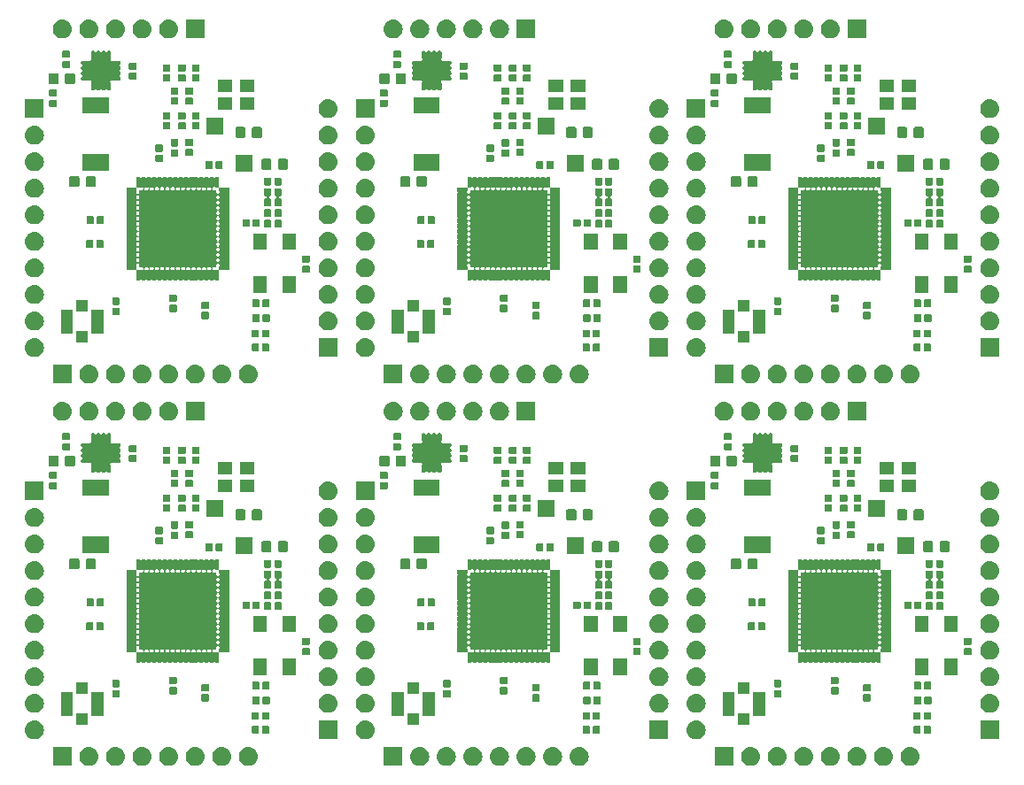
<source format=gbr>
G04 #@! TF.GenerationSoftware,KiCad,Pcbnew,5.1.4-e60b266~84~ubuntu18.04.1*
G04 #@! TF.CreationDate,2019-10-16T15:45:50+02:00*
G04 #@! TF.ProjectId,panel,70616e65-6c2e-46b6-9963-61645f706362,rev?*
G04 #@! TF.SameCoordinates,Original*
G04 #@! TF.FileFunction,Soldermask,Top*
G04 #@! TF.FilePolarity,Negative*
%FSLAX46Y46*%
G04 Gerber Fmt 4.6, Leading zero omitted, Abs format (unit mm)*
G04 Created by KiCad (PCBNEW 5.1.4-e60b266~84~ubuntu18.04.1) date 2019-10-16 15:45:50*
%MOMM*%
%LPD*%
G04 APERTURE LIST*
%ADD10C,0.100000*%
G04 APERTURE END LIST*
D10*
G36*
X98535443Y-113532519D02*
G01*
X98601627Y-113539037D01*
X98771466Y-113590557D01*
X98927991Y-113674222D01*
X98963729Y-113703552D01*
X99065186Y-113786814D01*
X99148448Y-113888271D01*
X99177778Y-113924009D01*
X99261443Y-114080534D01*
X99312963Y-114250373D01*
X99330359Y-114427000D01*
X99312963Y-114603627D01*
X99261443Y-114773466D01*
X99177778Y-114929991D01*
X99148448Y-114965729D01*
X99065186Y-115067186D01*
X98963729Y-115150448D01*
X98927991Y-115179778D01*
X98771466Y-115263443D01*
X98601627Y-115314963D01*
X98535442Y-115321482D01*
X98469260Y-115328000D01*
X98380740Y-115328000D01*
X98314558Y-115321482D01*
X98248373Y-115314963D01*
X98078534Y-115263443D01*
X97922009Y-115179778D01*
X97886271Y-115150448D01*
X97784814Y-115067186D01*
X97701552Y-114965729D01*
X97672222Y-114929991D01*
X97588557Y-114773466D01*
X97537037Y-114603627D01*
X97519641Y-114427000D01*
X97537037Y-114250373D01*
X97588557Y-114080534D01*
X97672222Y-113924009D01*
X97701552Y-113888271D01*
X97784814Y-113786814D01*
X97886271Y-113703552D01*
X97922009Y-113674222D01*
X98078534Y-113590557D01*
X98248373Y-113539037D01*
X98314557Y-113532519D01*
X98380740Y-113526000D01*
X98469260Y-113526000D01*
X98535443Y-113532519D01*
X98535443Y-113532519D01*
G37*
G36*
X154161443Y-113532519D02*
G01*
X154227627Y-113539037D01*
X154397466Y-113590557D01*
X154553991Y-113674222D01*
X154589729Y-113703552D01*
X154691186Y-113786814D01*
X154774448Y-113888271D01*
X154803778Y-113924009D01*
X154887443Y-114080534D01*
X154938963Y-114250373D01*
X154956359Y-114427000D01*
X154938963Y-114603627D01*
X154887443Y-114773466D01*
X154803778Y-114929991D01*
X154774448Y-114965729D01*
X154691186Y-115067186D01*
X154589729Y-115150448D01*
X154553991Y-115179778D01*
X154397466Y-115263443D01*
X154227627Y-115314963D01*
X154161442Y-115321482D01*
X154095260Y-115328000D01*
X154006740Y-115328000D01*
X153940558Y-115321482D01*
X153874373Y-115314963D01*
X153704534Y-115263443D01*
X153548009Y-115179778D01*
X153512271Y-115150448D01*
X153410814Y-115067186D01*
X153327552Y-114965729D01*
X153298222Y-114929991D01*
X153214557Y-114773466D01*
X153163037Y-114603627D01*
X153145641Y-114427000D01*
X153163037Y-114250373D01*
X153214557Y-114080534D01*
X153298222Y-113924009D01*
X153327552Y-113888271D01*
X153410814Y-113786814D01*
X153512271Y-113703552D01*
X153548009Y-113674222D01*
X153704534Y-113590557D01*
X153874373Y-113539037D01*
X153940557Y-113532519D01*
X154006740Y-113526000D01*
X154095260Y-113526000D01*
X154161443Y-113532519D01*
X154161443Y-113532519D01*
G37*
G36*
X113169000Y-115328000D02*
G01*
X111367000Y-115328000D01*
X111367000Y-113526000D01*
X113169000Y-113526000D01*
X113169000Y-115328000D01*
X113169000Y-115328000D01*
G37*
G36*
X114918443Y-113532519D02*
G01*
X114984627Y-113539037D01*
X115154466Y-113590557D01*
X115310991Y-113674222D01*
X115346729Y-113703552D01*
X115448186Y-113786814D01*
X115531448Y-113888271D01*
X115560778Y-113924009D01*
X115644443Y-114080534D01*
X115695963Y-114250373D01*
X115713359Y-114427000D01*
X115695963Y-114603627D01*
X115644443Y-114773466D01*
X115560778Y-114929991D01*
X115531448Y-114965729D01*
X115448186Y-115067186D01*
X115346729Y-115150448D01*
X115310991Y-115179778D01*
X115154466Y-115263443D01*
X114984627Y-115314963D01*
X114918442Y-115321482D01*
X114852260Y-115328000D01*
X114763740Y-115328000D01*
X114697558Y-115321482D01*
X114631373Y-115314963D01*
X114461534Y-115263443D01*
X114305009Y-115179778D01*
X114269271Y-115150448D01*
X114167814Y-115067186D01*
X114084552Y-114965729D01*
X114055222Y-114929991D01*
X113971557Y-114773466D01*
X113920037Y-114603627D01*
X113902641Y-114427000D01*
X113920037Y-114250373D01*
X113971557Y-114080534D01*
X114055222Y-113924009D01*
X114084552Y-113888271D01*
X114167814Y-113786814D01*
X114269271Y-113703552D01*
X114305009Y-113674222D01*
X114461534Y-113590557D01*
X114631373Y-113539037D01*
X114697557Y-113532519D01*
X114763740Y-113526000D01*
X114852260Y-113526000D01*
X114918443Y-113532519D01*
X114918443Y-113532519D01*
G37*
G36*
X117458443Y-113532519D02*
G01*
X117524627Y-113539037D01*
X117694466Y-113590557D01*
X117850991Y-113674222D01*
X117886729Y-113703552D01*
X117988186Y-113786814D01*
X118071448Y-113888271D01*
X118100778Y-113924009D01*
X118184443Y-114080534D01*
X118235963Y-114250373D01*
X118253359Y-114427000D01*
X118235963Y-114603627D01*
X118184443Y-114773466D01*
X118100778Y-114929991D01*
X118071448Y-114965729D01*
X117988186Y-115067186D01*
X117886729Y-115150448D01*
X117850991Y-115179778D01*
X117694466Y-115263443D01*
X117524627Y-115314963D01*
X117458442Y-115321482D01*
X117392260Y-115328000D01*
X117303740Y-115328000D01*
X117237558Y-115321482D01*
X117171373Y-115314963D01*
X117001534Y-115263443D01*
X116845009Y-115179778D01*
X116809271Y-115150448D01*
X116707814Y-115067186D01*
X116624552Y-114965729D01*
X116595222Y-114929991D01*
X116511557Y-114773466D01*
X116460037Y-114603627D01*
X116442641Y-114427000D01*
X116460037Y-114250373D01*
X116511557Y-114080534D01*
X116595222Y-113924009D01*
X116624552Y-113888271D01*
X116707814Y-113786814D01*
X116809271Y-113703552D01*
X116845009Y-113674222D01*
X117001534Y-113590557D01*
X117171373Y-113539037D01*
X117237557Y-113532519D01*
X117303740Y-113526000D01*
X117392260Y-113526000D01*
X117458443Y-113532519D01*
X117458443Y-113532519D01*
G37*
G36*
X119998443Y-113532519D02*
G01*
X120064627Y-113539037D01*
X120234466Y-113590557D01*
X120390991Y-113674222D01*
X120426729Y-113703552D01*
X120528186Y-113786814D01*
X120611448Y-113888271D01*
X120640778Y-113924009D01*
X120724443Y-114080534D01*
X120775963Y-114250373D01*
X120793359Y-114427000D01*
X120775963Y-114603627D01*
X120724443Y-114773466D01*
X120640778Y-114929991D01*
X120611448Y-114965729D01*
X120528186Y-115067186D01*
X120426729Y-115150448D01*
X120390991Y-115179778D01*
X120234466Y-115263443D01*
X120064627Y-115314963D01*
X119998442Y-115321482D01*
X119932260Y-115328000D01*
X119843740Y-115328000D01*
X119777558Y-115321482D01*
X119711373Y-115314963D01*
X119541534Y-115263443D01*
X119385009Y-115179778D01*
X119349271Y-115150448D01*
X119247814Y-115067186D01*
X119164552Y-114965729D01*
X119135222Y-114929991D01*
X119051557Y-114773466D01*
X119000037Y-114603627D01*
X118982641Y-114427000D01*
X119000037Y-114250373D01*
X119051557Y-114080534D01*
X119135222Y-113924009D01*
X119164552Y-113888271D01*
X119247814Y-113786814D01*
X119349271Y-113703552D01*
X119385009Y-113674222D01*
X119541534Y-113590557D01*
X119711373Y-113539037D01*
X119777557Y-113532519D01*
X119843740Y-113526000D01*
X119932260Y-113526000D01*
X119998443Y-113532519D01*
X119998443Y-113532519D01*
G37*
G36*
X122538443Y-113532519D02*
G01*
X122604627Y-113539037D01*
X122774466Y-113590557D01*
X122930991Y-113674222D01*
X122966729Y-113703552D01*
X123068186Y-113786814D01*
X123151448Y-113888271D01*
X123180778Y-113924009D01*
X123264443Y-114080534D01*
X123315963Y-114250373D01*
X123333359Y-114427000D01*
X123315963Y-114603627D01*
X123264443Y-114773466D01*
X123180778Y-114929991D01*
X123151448Y-114965729D01*
X123068186Y-115067186D01*
X122966729Y-115150448D01*
X122930991Y-115179778D01*
X122774466Y-115263443D01*
X122604627Y-115314963D01*
X122538442Y-115321482D01*
X122472260Y-115328000D01*
X122383740Y-115328000D01*
X122317558Y-115321482D01*
X122251373Y-115314963D01*
X122081534Y-115263443D01*
X121925009Y-115179778D01*
X121889271Y-115150448D01*
X121787814Y-115067186D01*
X121704552Y-114965729D01*
X121675222Y-114929991D01*
X121591557Y-114773466D01*
X121540037Y-114603627D01*
X121522641Y-114427000D01*
X121540037Y-114250373D01*
X121591557Y-114080534D01*
X121675222Y-113924009D01*
X121704552Y-113888271D01*
X121787814Y-113786814D01*
X121889271Y-113703552D01*
X121925009Y-113674222D01*
X122081534Y-113590557D01*
X122251373Y-113539037D01*
X122317557Y-113532519D01*
X122383740Y-113526000D01*
X122472260Y-113526000D01*
X122538443Y-113532519D01*
X122538443Y-113532519D01*
G37*
G36*
X125078443Y-113532519D02*
G01*
X125144627Y-113539037D01*
X125314466Y-113590557D01*
X125470991Y-113674222D01*
X125506729Y-113703552D01*
X125608186Y-113786814D01*
X125691448Y-113888271D01*
X125720778Y-113924009D01*
X125804443Y-114080534D01*
X125855963Y-114250373D01*
X125873359Y-114427000D01*
X125855963Y-114603627D01*
X125804443Y-114773466D01*
X125720778Y-114929991D01*
X125691448Y-114965729D01*
X125608186Y-115067186D01*
X125506729Y-115150448D01*
X125470991Y-115179778D01*
X125314466Y-115263443D01*
X125144627Y-115314963D01*
X125078442Y-115321482D01*
X125012260Y-115328000D01*
X124923740Y-115328000D01*
X124857558Y-115321482D01*
X124791373Y-115314963D01*
X124621534Y-115263443D01*
X124465009Y-115179778D01*
X124429271Y-115150448D01*
X124327814Y-115067186D01*
X124244552Y-114965729D01*
X124215222Y-114929991D01*
X124131557Y-114773466D01*
X124080037Y-114603627D01*
X124062641Y-114427000D01*
X124080037Y-114250373D01*
X124131557Y-114080534D01*
X124215222Y-113924009D01*
X124244552Y-113888271D01*
X124327814Y-113786814D01*
X124429271Y-113703552D01*
X124465009Y-113674222D01*
X124621534Y-113590557D01*
X124791373Y-113539037D01*
X124857557Y-113532519D01*
X124923740Y-113526000D01*
X125012260Y-113526000D01*
X125078443Y-113532519D01*
X125078443Y-113532519D01*
G37*
G36*
X127618443Y-113532519D02*
G01*
X127684627Y-113539037D01*
X127854466Y-113590557D01*
X128010991Y-113674222D01*
X128046729Y-113703552D01*
X128148186Y-113786814D01*
X128231448Y-113888271D01*
X128260778Y-113924009D01*
X128344443Y-114080534D01*
X128395963Y-114250373D01*
X128413359Y-114427000D01*
X128395963Y-114603627D01*
X128344443Y-114773466D01*
X128260778Y-114929991D01*
X128231448Y-114965729D01*
X128148186Y-115067186D01*
X128046729Y-115150448D01*
X128010991Y-115179778D01*
X127854466Y-115263443D01*
X127684627Y-115314963D01*
X127618442Y-115321482D01*
X127552260Y-115328000D01*
X127463740Y-115328000D01*
X127397558Y-115321482D01*
X127331373Y-115314963D01*
X127161534Y-115263443D01*
X127005009Y-115179778D01*
X126969271Y-115150448D01*
X126867814Y-115067186D01*
X126784552Y-114965729D01*
X126755222Y-114929991D01*
X126671557Y-114773466D01*
X126620037Y-114603627D01*
X126602641Y-114427000D01*
X126620037Y-114250373D01*
X126671557Y-114080534D01*
X126755222Y-113924009D01*
X126784552Y-113888271D01*
X126867814Y-113786814D01*
X126969271Y-113703552D01*
X127005009Y-113674222D01*
X127161534Y-113590557D01*
X127331373Y-113539037D01*
X127397557Y-113532519D01*
X127463740Y-113526000D01*
X127552260Y-113526000D01*
X127618443Y-113532519D01*
X127618443Y-113532519D01*
G37*
G36*
X130158443Y-113532519D02*
G01*
X130224627Y-113539037D01*
X130394466Y-113590557D01*
X130550991Y-113674222D01*
X130586729Y-113703552D01*
X130688186Y-113786814D01*
X130771448Y-113888271D01*
X130800778Y-113924009D01*
X130884443Y-114080534D01*
X130935963Y-114250373D01*
X130953359Y-114427000D01*
X130935963Y-114603627D01*
X130884443Y-114773466D01*
X130800778Y-114929991D01*
X130771448Y-114965729D01*
X130688186Y-115067186D01*
X130586729Y-115150448D01*
X130550991Y-115179778D01*
X130394466Y-115263443D01*
X130224627Y-115314963D01*
X130158442Y-115321482D01*
X130092260Y-115328000D01*
X130003740Y-115328000D01*
X129937558Y-115321482D01*
X129871373Y-115314963D01*
X129701534Y-115263443D01*
X129545009Y-115179778D01*
X129509271Y-115150448D01*
X129407814Y-115067186D01*
X129324552Y-114965729D01*
X129295222Y-114929991D01*
X129211557Y-114773466D01*
X129160037Y-114603627D01*
X129142641Y-114427000D01*
X129160037Y-114250373D01*
X129211557Y-114080534D01*
X129295222Y-113924009D01*
X129324552Y-113888271D01*
X129407814Y-113786814D01*
X129509271Y-113703552D01*
X129545009Y-113674222D01*
X129701534Y-113590557D01*
X129871373Y-113539037D01*
X129937557Y-113532519D01*
X130003740Y-113526000D01*
X130092260Y-113526000D01*
X130158443Y-113532519D01*
X130158443Y-113532519D01*
G37*
G36*
X161781443Y-113532519D02*
G01*
X161847627Y-113539037D01*
X162017466Y-113590557D01*
X162173991Y-113674222D01*
X162209729Y-113703552D01*
X162311186Y-113786814D01*
X162394448Y-113888271D01*
X162423778Y-113924009D01*
X162507443Y-114080534D01*
X162558963Y-114250373D01*
X162576359Y-114427000D01*
X162558963Y-114603627D01*
X162507443Y-114773466D01*
X162423778Y-114929991D01*
X162394448Y-114965729D01*
X162311186Y-115067186D01*
X162209729Y-115150448D01*
X162173991Y-115179778D01*
X162017466Y-115263443D01*
X161847627Y-115314963D01*
X161781442Y-115321482D01*
X161715260Y-115328000D01*
X161626740Y-115328000D01*
X161560558Y-115321482D01*
X161494373Y-115314963D01*
X161324534Y-115263443D01*
X161168009Y-115179778D01*
X161132271Y-115150448D01*
X161030814Y-115067186D01*
X160947552Y-114965729D01*
X160918222Y-114929991D01*
X160834557Y-114773466D01*
X160783037Y-114603627D01*
X160765641Y-114427000D01*
X160783037Y-114250373D01*
X160834557Y-114080534D01*
X160918222Y-113924009D01*
X160947552Y-113888271D01*
X161030814Y-113786814D01*
X161132271Y-113703552D01*
X161168009Y-113674222D01*
X161324534Y-113590557D01*
X161494373Y-113539037D01*
X161560557Y-113532519D01*
X161626740Y-113526000D01*
X161715260Y-113526000D01*
X161781443Y-113532519D01*
X161781443Y-113532519D01*
G37*
G36*
X156701443Y-113532519D02*
G01*
X156767627Y-113539037D01*
X156937466Y-113590557D01*
X157093991Y-113674222D01*
X157129729Y-113703552D01*
X157231186Y-113786814D01*
X157314448Y-113888271D01*
X157343778Y-113924009D01*
X157427443Y-114080534D01*
X157478963Y-114250373D01*
X157496359Y-114427000D01*
X157478963Y-114603627D01*
X157427443Y-114773466D01*
X157343778Y-114929991D01*
X157314448Y-114965729D01*
X157231186Y-115067186D01*
X157129729Y-115150448D01*
X157093991Y-115179778D01*
X156937466Y-115263443D01*
X156767627Y-115314963D01*
X156701442Y-115321482D01*
X156635260Y-115328000D01*
X156546740Y-115328000D01*
X156480558Y-115321482D01*
X156414373Y-115314963D01*
X156244534Y-115263443D01*
X156088009Y-115179778D01*
X156052271Y-115150448D01*
X155950814Y-115067186D01*
X155867552Y-114965729D01*
X155838222Y-114929991D01*
X155754557Y-114773466D01*
X155703037Y-114603627D01*
X155685641Y-114427000D01*
X155703037Y-114250373D01*
X155754557Y-114080534D01*
X155838222Y-113924009D01*
X155867552Y-113888271D01*
X155950814Y-113786814D01*
X156052271Y-113703552D01*
X156088009Y-113674222D01*
X156244534Y-113590557D01*
X156414373Y-113539037D01*
X156480557Y-113532519D01*
X156546740Y-113526000D01*
X156635260Y-113526000D01*
X156701443Y-113532519D01*
X156701443Y-113532519D01*
G37*
G36*
X159241443Y-113532519D02*
G01*
X159307627Y-113539037D01*
X159477466Y-113590557D01*
X159633991Y-113674222D01*
X159669729Y-113703552D01*
X159771186Y-113786814D01*
X159854448Y-113888271D01*
X159883778Y-113924009D01*
X159967443Y-114080534D01*
X160018963Y-114250373D01*
X160036359Y-114427000D01*
X160018963Y-114603627D01*
X159967443Y-114773466D01*
X159883778Y-114929991D01*
X159854448Y-114965729D01*
X159771186Y-115067186D01*
X159669729Y-115150448D01*
X159633991Y-115179778D01*
X159477466Y-115263443D01*
X159307627Y-115314963D01*
X159241442Y-115321482D01*
X159175260Y-115328000D01*
X159086740Y-115328000D01*
X159020558Y-115321482D01*
X158954373Y-115314963D01*
X158784534Y-115263443D01*
X158628009Y-115179778D01*
X158592271Y-115150448D01*
X158490814Y-115067186D01*
X158407552Y-114965729D01*
X158378222Y-114929991D01*
X158294557Y-114773466D01*
X158243037Y-114603627D01*
X158225641Y-114427000D01*
X158243037Y-114250373D01*
X158294557Y-114080534D01*
X158378222Y-113924009D01*
X158407552Y-113888271D01*
X158490814Y-113786814D01*
X158592271Y-113703552D01*
X158628009Y-113674222D01*
X158784534Y-113590557D01*
X158954373Y-113539037D01*
X159020557Y-113532519D01*
X159086740Y-113526000D01*
X159175260Y-113526000D01*
X159241443Y-113532519D01*
X159241443Y-113532519D01*
G37*
G36*
X149081443Y-113532519D02*
G01*
X149147627Y-113539037D01*
X149317466Y-113590557D01*
X149473991Y-113674222D01*
X149509729Y-113703552D01*
X149611186Y-113786814D01*
X149694448Y-113888271D01*
X149723778Y-113924009D01*
X149807443Y-114080534D01*
X149858963Y-114250373D01*
X149876359Y-114427000D01*
X149858963Y-114603627D01*
X149807443Y-114773466D01*
X149723778Y-114929991D01*
X149694448Y-114965729D01*
X149611186Y-115067186D01*
X149509729Y-115150448D01*
X149473991Y-115179778D01*
X149317466Y-115263443D01*
X149147627Y-115314963D01*
X149081442Y-115321482D01*
X149015260Y-115328000D01*
X148926740Y-115328000D01*
X148860558Y-115321482D01*
X148794373Y-115314963D01*
X148624534Y-115263443D01*
X148468009Y-115179778D01*
X148432271Y-115150448D01*
X148330814Y-115067186D01*
X148247552Y-114965729D01*
X148218222Y-114929991D01*
X148134557Y-114773466D01*
X148083037Y-114603627D01*
X148065641Y-114427000D01*
X148083037Y-114250373D01*
X148134557Y-114080534D01*
X148218222Y-113924009D01*
X148247552Y-113888271D01*
X148330814Y-113786814D01*
X148432271Y-113703552D01*
X148468009Y-113674222D01*
X148624534Y-113590557D01*
X148794373Y-113539037D01*
X148860557Y-113532519D01*
X148926740Y-113526000D01*
X149015260Y-113526000D01*
X149081443Y-113532519D01*
X149081443Y-113532519D01*
G37*
G36*
X95995443Y-113532519D02*
G01*
X96061627Y-113539037D01*
X96231466Y-113590557D01*
X96387991Y-113674222D01*
X96423729Y-113703552D01*
X96525186Y-113786814D01*
X96608448Y-113888271D01*
X96637778Y-113924009D01*
X96721443Y-114080534D01*
X96772963Y-114250373D01*
X96790359Y-114427000D01*
X96772963Y-114603627D01*
X96721443Y-114773466D01*
X96637778Y-114929991D01*
X96608448Y-114965729D01*
X96525186Y-115067186D01*
X96423729Y-115150448D01*
X96387991Y-115179778D01*
X96231466Y-115263443D01*
X96061627Y-115314963D01*
X95995442Y-115321482D01*
X95929260Y-115328000D01*
X95840740Y-115328000D01*
X95774558Y-115321482D01*
X95708373Y-115314963D01*
X95538534Y-115263443D01*
X95382009Y-115179778D01*
X95346271Y-115150448D01*
X95244814Y-115067186D01*
X95161552Y-114965729D01*
X95132222Y-114929991D01*
X95048557Y-114773466D01*
X94997037Y-114603627D01*
X94979641Y-114427000D01*
X94997037Y-114250373D01*
X95048557Y-114080534D01*
X95132222Y-113924009D01*
X95161552Y-113888271D01*
X95244814Y-113786814D01*
X95346271Y-113703552D01*
X95382009Y-113674222D01*
X95538534Y-113590557D01*
X95708373Y-113539037D01*
X95774557Y-113532519D01*
X95840740Y-113526000D01*
X95929260Y-113526000D01*
X95995443Y-113532519D01*
X95995443Y-113532519D01*
G37*
G36*
X93455443Y-113532519D02*
G01*
X93521627Y-113539037D01*
X93691466Y-113590557D01*
X93847991Y-113674222D01*
X93883729Y-113703552D01*
X93985186Y-113786814D01*
X94068448Y-113888271D01*
X94097778Y-113924009D01*
X94181443Y-114080534D01*
X94232963Y-114250373D01*
X94250359Y-114427000D01*
X94232963Y-114603627D01*
X94181443Y-114773466D01*
X94097778Y-114929991D01*
X94068448Y-114965729D01*
X93985186Y-115067186D01*
X93883729Y-115150448D01*
X93847991Y-115179778D01*
X93691466Y-115263443D01*
X93521627Y-115314963D01*
X93455442Y-115321482D01*
X93389260Y-115328000D01*
X93300740Y-115328000D01*
X93234558Y-115321482D01*
X93168373Y-115314963D01*
X92998534Y-115263443D01*
X92842009Y-115179778D01*
X92806271Y-115150448D01*
X92704814Y-115067186D01*
X92621552Y-114965729D01*
X92592222Y-114929991D01*
X92508557Y-114773466D01*
X92457037Y-114603627D01*
X92439641Y-114427000D01*
X92457037Y-114250373D01*
X92508557Y-114080534D01*
X92592222Y-113924009D01*
X92621552Y-113888271D01*
X92704814Y-113786814D01*
X92806271Y-113703552D01*
X92842009Y-113674222D01*
X92998534Y-113590557D01*
X93168373Y-113539037D01*
X93234557Y-113532519D01*
X93300740Y-113526000D01*
X93389260Y-113526000D01*
X93455443Y-113532519D01*
X93455443Y-113532519D01*
G37*
G36*
X90915443Y-113532519D02*
G01*
X90981627Y-113539037D01*
X91151466Y-113590557D01*
X91307991Y-113674222D01*
X91343729Y-113703552D01*
X91445186Y-113786814D01*
X91528448Y-113888271D01*
X91557778Y-113924009D01*
X91641443Y-114080534D01*
X91692963Y-114250373D01*
X91710359Y-114427000D01*
X91692963Y-114603627D01*
X91641443Y-114773466D01*
X91557778Y-114929991D01*
X91528448Y-114965729D01*
X91445186Y-115067186D01*
X91343729Y-115150448D01*
X91307991Y-115179778D01*
X91151466Y-115263443D01*
X90981627Y-115314963D01*
X90915442Y-115321482D01*
X90849260Y-115328000D01*
X90760740Y-115328000D01*
X90694558Y-115321482D01*
X90628373Y-115314963D01*
X90458534Y-115263443D01*
X90302009Y-115179778D01*
X90266271Y-115150448D01*
X90164814Y-115067186D01*
X90081552Y-114965729D01*
X90052222Y-114929991D01*
X89968557Y-114773466D01*
X89917037Y-114603627D01*
X89899641Y-114427000D01*
X89917037Y-114250373D01*
X89968557Y-114080534D01*
X90052222Y-113924009D01*
X90081552Y-113888271D01*
X90164814Y-113786814D01*
X90266271Y-113703552D01*
X90302009Y-113674222D01*
X90458534Y-113590557D01*
X90628373Y-113539037D01*
X90694557Y-113532519D01*
X90760740Y-113526000D01*
X90849260Y-113526000D01*
X90915443Y-113532519D01*
X90915443Y-113532519D01*
G37*
G36*
X88375443Y-113532519D02*
G01*
X88441627Y-113539037D01*
X88611466Y-113590557D01*
X88767991Y-113674222D01*
X88803729Y-113703552D01*
X88905186Y-113786814D01*
X88988448Y-113888271D01*
X89017778Y-113924009D01*
X89101443Y-114080534D01*
X89152963Y-114250373D01*
X89170359Y-114427000D01*
X89152963Y-114603627D01*
X89101443Y-114773466D01*
X89017778Y-114929991D01*
X88988448Y-114965729D01*
X88905186Y-115067186D01*
X88803729Y-115150448D01*
X88767991Y-115179778D01*
X88611466Y-115263443D01*
X88441627Y-115314963D01*
X88375442Y-115321482D01*
X88309260Y-115328000D01*
X88220740Y-115328000D01*
X88154558Y-115321482D01*
X88088373Y-115314963D01*
X87918534Y-115263443D01*
X87762009Y-115179778D01*
X87726271Y-115150448D01*
X87624814Y-115067186D01*
X87541552Y-114965729D01*
X87512222Y-114929991D01*
X87428557Y-114773466D01*
X87377037Y-114603627D01*
X87359641Y-114427000D01*
X87377037Y-114250373D01*
X87428557Y-114080534D01*
X87512222Y-113924009D01*
X87541552Y-113888271D01*
X87624814Y-113786814D01*
X87726271Y-113703552D01*
X87762009Y-113674222D01*
X87918534Y-113590557D01*
X88088373Y-113539037D01*
X88154557Y-113532519D01*
X88220740Y-113526000D01*
X88309260Y-113526000D01*
X88375443Y-113532519D01*
X88375443Y-113532519D01*
G37*
G36*
X85835443Y-113532519D02*
G01*
X85901627Y-113539037D01*
X86071466Y-113590557D01*
X86227991Y-113674222D01*
X86263729Y-113703552D01*
X86365186Y-113786814D01*
X86448448Y-113888271D01*
X86477778Y-113924009D01*
X86561443Y-114080534D01*
X86612963Y-114250373D01*
X86630359Y-114427000D01*
X86612963Y-114603627D01*
X86561443Y-114773466D01*
X86477778Y-114929991D01*
X86448448Y-114965729D01*
X86365186Y-115067186D01*
X86263729Y-115150448D01*
X86227991Y-115179778D01*
X86071466Y-115263443D01*
X85901627Y-115314963D01*
X85835442Y-115321482D01*
X85769260Y-115328000D01*
X85680740Y-115328000D01*
X85614558Y-115321482D01*
X85548373Y-115314963D01*
X85378534Y-115263443D01*
X85222009Y-115179778D01*
X85186271Y-115150448D01*
X85084814Y-115067186D01*
X85001552Y-114965729D01*
X84972222Y-114929991D01*
X84888557Y-114773466D01*
X84837037Y-114603627D01*
X84819641Y-114427000D01*
X84837037Y-114250373D01*
X84888557Y-114080534D01*
X84972222Y-113924009D01*
X85001552Y-113888271D01*
X85084814Y-113786814D01*
X85186271Y-113703552D01*
X85222009Y-113674222D01*
X85378534Y-113590557D01*
X85548373Y-113539037D01*
X85614557Y-113532519D01*
X85680740Y-113526000D01*
X85769260Y-113526000D01*
X85835443Y-113532519D01*
X85835443Y-113532519D01*
G37*
G36*
X83295443Y-113532519D02*
G01*
X83361627Y-113539037D01*
X83531466Y-113590557D01*
X83687991Y-113674222D01*
X83723729Y-113703552D01*
X83825186Y-113786814D01*
X83908448Y-113888271D01*
X83937778Y-113924009D01*
X84021443Y-114080534D01*
X84072963Y-114250373D01*
X84090359Y-114427000D01*
X84072963Y-114603627D01*
X84021443Y-114773466D01*
X83937778Y-114929991D01*
X83908448Y-114965729D01*
X83825186Y-115067186D01*
X83723729Y-115150448D01*
X83687991Y-115179778D01*
X83531466Y-115263443D01*
X83361627Y-115314963D01*
X83295442Y-115321482D01*
X83229260Y-115328000D01*
X83140740Y-115328000D01*
X83074558Y-115321482D01*
X83008373Y-115314963D01*
X82838534Y-115263443D01*
X82682009Y-115179778D01*
X82646271Y-115150448D01*
X82544814Y-115067186D01*
X82461552Y-114965729D01*
X82432222Y-114929991D01*
X82348557Y-114773466D01*
X82297037Y-114603627D01*
X82279641Y-114427000D01*
X82297037Y-114250373D01*
X82348557Y-114080534D01*
X82432222Y-113924009D01*
X82461552Y-113888271D01*
X82544814Y-113786814D01*
X82646271Y-113703552D01*
X82682009Y-113674222D01*
X82838534Y-113590557D01*
X83008373Y-113539037D01*
X83074557Y-113532519D01*
X83140740Y-113526000D01*
X83229260Y-113526000D01*
X83295443Y-113532519D01*
X83295443Y-113532519D01*
G37*
G36*
X81546000Y-115328000D02*
G01*
X79744000Y-115328000D01*
X79744000Y-113526000D01*
X81546000Y-113526000D01*
X81546000Y-115328000D01*
X81546000Y-115328000D01*
G37*
G36*
X144792000Y-115328000D02*
G01*
X142990000Y-115328000D01*
X142990000Y-113526000D01*
X144792000Y-113526000D01*
X144792000Y-115328000D01*
X144792000Y-115328000D01*
G37*
G36*
X146541443Y-113532519D02*
G01*
X146607627Y-113539037D01*
X146777466Y-113590557D01*
X146933991Y-113674222D01*
X146969729Y-113703552D01*
X147071186Y-113786814D01*
X147154448Y-113888271D01*
X147183778Y-113924009D01*
X147267443Y-114080534D01*
X147318963Y-114250373D01*
X147336359Y-114427000D01*
X147318963Y-114603627D01*
X147267443Y-114773466D01*
X147183778Y-114929991D01*
X147154448Y-114965729D01*
X147071186Y-115067186D01*
X146969729Y-115150448D01*
X146933991Y-115179778D01*
X146777466Y-115263443D01*
X146607627Y-115314963D01*
X146541442Y-115321482D01*
X146475260Y-115328000D01*
X146386740Y-115328000D01*
X146320558Y-115321482D01*
X146254373Y-115314963D01*
X146084534Y-115263443D01*
X145928009Y-115179778D01*
X145892271Y-115150448D01*
X145790814Y-115067186D01*
X145707552Y-114965729D01*
X145678222Y-114929991D01*
X145594557Y-114773466D01*
X145543037Y-114603627D01*
X145525641Y-114427000D01*
X145543037Y-114250373D01*
X145594557Y-114080534D01*
X145678222Y-113924009D01*
X145707552Y-113888271D01*
X145790814Y-113786814D01*
X145892271Y-113703552D01*
X145928009Y-113674222D01*
X146084534Y-113590557D01*
X146254373Y-113539037D01*
X146320557Y-113532519D01*
X146386740Y-113526000D01*
X146475260Y-113526000D01*
X146541443Y-113532519D01*
X146541443Y-113532519D01*
G37*
G36*
X151621443Y-113532519D02*
G01*
X151687627Y-113539037D01*
X151857466Y-113590557D01*
X152013991Y-113674222D01*
X152049729Y-113703552D01*
X152151186Y-113786814D01*
X152234448Y-113888271D01*
X152263778Y-113924009D01*
X152347443Y-114080534D01*
X152398963Y-114250373D01*
X152416359Y-114427000D01*
X152398963Y-114603627D01*
X152347443Y-114773466D01*
X152263778Y-114929991D01*
X152234448Y-114965729D01*
X152151186Y-115067186D01*
X152049729Y-115150448D01*
X152013991Y-115179778D01*
X151857466Y-115263443D01*
X151687627Y-115314963D01*
X151621442Y-115321482D01*
X151555260Y-115328000D01*
X151466740Y-115328000D01*
X151400558Y-115321482D01*
X151334373Y-115314963D01*
X151164534Y-115263443D01*
X151008009Y-115179778D01*
X150972271Y-115150448D01*
X150870814Y-115067186D01*
X150787552Y-114965729D01*
X150758222Y-114929991D01*
X150674557Y-114773466D01*
X150623037Y-114603627D01*
X150605641Y-114427000D01*
X150623037Y-114250373D01*
X150674557Y-114080534D01*
X150758222Y-113924009D01*
X150787552Y-113888271D01*
X150870814Y-113786814D01*
X150972271Y-113703552D01*
X151008009Y-113674222D01*
X151164534Y-113590557D01*
X151334373Y-113539037D01*
X151400557Y-113532519D01*
X151466740Y-113526000D01*
X151555260Y-113526000D01*
X151621443Y-113532519D01*
X151621443Y-113532519D01*
G37*
G36*
X109711443Y-110992519D02*
G01*
X109777627Y-110999037D01*
X109947466Y-111050557D01*
X110103991Y-111134222D01*
X110139729Y-111163552D01*
X110241186Y-111246814D01*
X110324448Y-111348271D01*
X110353778Y-111384009D01*
X110437443Y-111540534D01*
X110488963Y-111710373D01*
X110506359Y-111887000D01*
X110488963Y-112063627D01*
X110437443Y-112233466D01*
X110353778Y-112389991D01*
X110324448Y-112425729D01*
X110241186Y-112527186D01*
X110139729Y-112610448D01*
X110103991Y-112639778D01*
X109947466Y-112723443D01*
X109777627Y-112774963D01*
X109711443Y-112781481D01*
X109645260Y-112788000D01*
X109556740Y-112788000D01*
X109490557Y-112781481D01*
X109424373Y-112774963D01*
X109254534Y-112723443D01*
X109098009Y-112639778D01*
X109062271Y-112610448D01*
X108960814Y-112527186D01*
X108877552Y-112425729D01*
X108848222Y-112389991D01*
X108764557Y-112233466D01*
X108713037Y-112063627D01*
X108695641Y-111887000D01*
X108713037Y-111710373D01*
X108764557Y-111540534D01*
X108848222Y-111384009D01*
X108877552Y-111348271D01*
X108960814Y-111246814D01*
X109062271Y-111163552D01*
X109098009Y-111134222D01*
X109254534Y-111050557D01*
X109424373Y-110999037D01*
X109490557Y-110992519D01*
X109556740Y-110986000D01*
X109645260Y-110986000D01*
X109711443Y-110992519D01*
X109711443Y-110992519D01*
G37*
G36*
X141334443Y-110992519D02*
G01*
X141400627Y-110999037D01*
X141570466Y-111050557D01*
X141726991Y-111134222D01*
X141762729Y-111163552D01*
X141864186Y-111246814D01*
X141947448Y-111348271D01*
X141976778Y-111384009D01*
X142060443Y-111540534D01*
X142111963Y-111710373D01*
X142129359Y-111887000D01*
X142111963Y-112063627D01*
X142060443Y-112233466D01*
X141976778Y-112389991D01*
X141947448Y-112425729D01*
X141864186Y-112527186D01*
X141762729Y-112610448D01*
X141726991Y-112639778D01*
X141570466Y-112723443D01*
X141400627Y-112774963D01*
X141334443Y-112781481D01*
X141268260Y-112788000D01*
X141179740Y-112788000D01*
X141113557Y-112781481D01*
X141047373Y-112774963D01*
X140877534Y-112723443D01*
X140721009Y-112639778D01*
X140685271Y-112610448D01*
X140583814Y-112527186D01*
X140500552Y-112425729D01*
X140471222Y-112389991D01*
X140387557Y-112233466D01*
X140336037Y-112063627D01*
X140318641Y-111887000D01*
X140336037Y-111710373D01*
X140387557Y-111540534D01*
X140471222Y-111384009D01*
X140500552Y-111348271D01*
X140583814Y-111246814D01*
X140685271Y-111163552D01*
X140721009Y-111134222D01*
X140877534Y-111050557D01*
X141047373Y-110999037D01*
X141113557Y-110992519D01*
X141179740Y-110986000D01*
X141268260Y-110986000D01*
X141334443Y-110992519D01*
X141334443Y-110992519D01*
G37*
G36*
X170192000Y-112788000D02*
G01*
X168390000Y-112788000D01*
X168390000Y-110986000D01*
X170192000Y-110986000D01*
X170192000Y-112788000D01*
X170192000Y-112788000D01*
G37*
G36*
X78088443Y-110992519D02*
G01*
X78154627Y-110999037D01*
X78324466Y-111050557D01*
X78480991Y-111134222D01*
X78516729Y-111163552D01*
X78618186Y-111246814D01*
X78701448Y-111348271D01*
X78730778Y-111384009D01*
X78814443Y-111540534D01*
X78865963Y-111710373D01*
X78883359Y-111887000D01*
X78865963Y-112063627D01*
X78814443Y-112233466D01*
X78730778Y-112389991D01*
X78701448Y-112425729D01*
X78618186Y-112527186D01*
X78516729Y-112610448D01*
X78480991Y-112639778D01*
X78324466Y-112723443D01*
X78154627Y-112774963D01*
X78088443Y-112781481D01*
X78022260Y-112788000D01*
X77933740Y-112788000D01*
X77867557Y-112781481D01*
X77801373Y-112774963D01*
X77631534Y-112723443D01*
X77475009Y-112639778D01*
X77439271Y-112610448D01*
X77337814Y-112527186D01*
X77254552Y-112425729D01*
X77225222Y-112389991D01*
X77141557Y-112233466D01*
X77090037Y-112063627D01*
X77072641Y-111887000D01*
X77090037Y-111710373D01*
X77141557Y-111540534D01*
X77225222Y-111384009D01*
X77254552Y-111348271D01*
X77337814Y-111246814D01*
X77439271Y-111163552D01*
X77475009Y-111134222D01*
X77631534Y-111050557D01*
X77801373Y-110999037D01*
X77867557Y-110992519D01*
X77933740Y-110986000D01*
X78022260Y-110986000D01*
X78088443Y-110992519D01*
X78088443Y-110992519D01*
G37*
G36*
X106946000Y-112788000D02*
G01*
X105144000Y-112788000D01*
X105144000Y-110986000D01*
X106946000Y-110986000D01*
X106946000Y-112788000D01*
X106946000Y-112788000D01*
G37*
G36*
X138569000Y-112788000D02*
G01*
X136767000Y-112788000D01*
X136767000Y-110986000D01*
X138569000Y-110986000D01*
X138569000Y-112788000D01*
X138569000Y-112788000D01*
G37*
G36*
X131955938Y-111518716D02*
G01*
X131976557Y-111524971D01*
X131995553Y-111535124D01*
X132012208Y-111548792D01*
X132025876Y-111565447D01*
X132036029Y-111584443D01*
X132042284Y-111605062D01*
X132045000Y-111632640D01*
X132045000Y-112141360D01*
X132042284Y-112168938D01*
X132036029Y-112189557D01*
X132025876Y-112208553D01*
X132012208Y-112225208D01*
X131995553Y-112238876D01*
X131976557Y-112249029D01*
X131955938Y-112255284D01*
X131928360Y-112258000D01*
X131469640Y-112258000D01*
X131442062Y-112255284D01*
X131421443Y-112249029D01*
X131402447Y-112238876D01*
X131385792Y-112225208D01*
X131372124Y-112208553D01*
X131361971Y-112189557D01*
X131355716Y-112168938D01*
X131353000Y-112141360D01*
X131353000Y-111632640D01*
X131355716Y-111605062D01*
X131361971Y-111584443D01*
X131372124Y-111565447D01*
X131385792Y-111548792D01*
X131402447Y-111535124D01*
X131421443Y-111524971D01*
X131442062Y-111518716D01*
X131469640Y-111516000D01*
X131928360Y-111516000D01*
X131955938Y-111518716D01*
X131955938Y-111518716D01*
G37*
G36*
X130985938Y-111518716D02*
G01*
X131006557Y-111524971D01*
X131025553Y-111535124D01*
X131042208Y-111548792D01*
X131055876Y-111565447D01*
X131066029Y-111584443D01*
X131072284Y-111605062D01*
X131075000Y-111632640D01*
X131075000Y-112141360D01*
X131072284Y-112168938D01*
X131066029Y-112189557D01*
X131055876Y-112208553D01*
X131042208Y-112225208D01*
X131025553Y-112238876D01*
X131006557Y-112249029D01*
X130985938Y-112255284D01*
X130958360Y-112258000D01*
X130499640Y-112258000D01*
X130472062Y-112255284D01*
X130451443Y-112249029D01*
X130432447Y-112238876D01*
X130415792Y-112225208D01*
X130402124Y-112208553D01*
X130391971Y-112189557D01*
X130385716Y-112168938D01*
X130383000Y-112141360D01*
X130383000Y-111632640D01*
X130385716Y-111605062D01*
X130391971Y-111584443D01*
X130402124Y-111565447D01*
X130415792Y-111548792D01*
X130432447Y-111535124D01*
X130451443Y-111524971D01*
X130472062Y-111518716D01*
X130499640Y-111516000D01*
X130958360Y-111516000D01*
X130985938Y-111518716D01*
X130985938Y-111518716D01*
G37*
G36*
X162608938Y-111518716D02*
G01*
X162629557Y-111524971D01*
X162648553Y-111535124D01*
X162665208Y-111548792D01*
X162678876Y-111565447D01*
X162689029Y-111584443D01*
X162695284Y-111605062D01*
X162698000Y-111632640D01*
X162698000Y-112141360D01*
X162695284Y-112168938D01*
X162689029Y-112189557D01*
X162678876Y-112208553D01*
X162665208Y-112225208D01*
X162648553Y-112238876D01*
X162629557Y-112249029D01*
X162608938Y-112255284D01*
X162581360Y-112258000D01*
X162122640Y-112258000D01*
X162095062Y-112255284D01*
X162074443Y-112249029D01*
X162055447Y-112238876D01*
X162038792Y-112225208D01*
X162025124Y-112208553D01*
X162014971Y-112189557D01*
X162008716Y-112168938D01*
X162006000Y-112141360D01*
X162006000Y-111632640D01*
X162008716Y-111605062D01*
X162014971Y-111584443D01*
X162025124Y-111565447D01*
X162038792Y-111548792D01*
X162055447Y-111535124D01*
X162074443Y-111524971D01*
X162095062Y-111518716D01*
X162122640Y-111516000D01*
X162581360Y-111516000D01*
X162608938Y-111518716D01*
X162608938Y-111518716D01*
G37*
G36*
X99362938Y-111518716D02*
G01*
X99383557Y-111524971D01*
X99402553Y-111535124D01*
X99419208Y-111548792D01*
X99432876Y-111565447D01*
X99443029Y-111584443D01*
X99449284Y-111605062D01*
X99452000Y-111632640D01*
X99452000Y-112141360D01*
X99449284Y-112168938D01*
X99443029Y-112189557D01*
X99432876Y-112208553D01*
X99419208Y-112225208D01*
X99402553Y-112238876D01*
X99383557Y-112249029D01*
X99362938Y-112255284D01*
X99335360Y-112258000D01*
X98876640Y-112258000D01*
X98849062Y-112255284D01*
X98828443Y-112249029D01*
X98809447Y-112238876D01*
X98792792Y-112225208D01*
X98779124Y-112208553D01*
X98768971Y-112189557D01*
X98762716Y-112168938D01*
X98760000Y-112141360D01*
X98760000Y-111632640D01*
X98762716Y-111605062D01*
X98768971Y-111584443D01*
X98779124Y-111565447D01*
X98792792Y-111548792D01*
X98809447Y-111535124D01*
X98828443Y-111524971D01*
X98849062Y-111518716D01*
X98876640Y-111516000D01*
X99335360Y-111516000D01*
X99362938Y-111518716D01*
X99362938Y-111518716D01*
G37*
G36*
X163578938Y-111518716D02*
G01*
X163599557Y-111524971D01*
X163618553Y-111535124D01*
X163635208Y-111548792D01*
X163648876Y-111565447D01*
X163659029Y-111584443D01*
X163665284Y-111605062D01*
X163668000Y-111632640D01*
X163668000Y-112141360D01*
X163665284Y-112168938D01*
X163659029Y-112189557D01*
X163648876Y-112208553D01*
X163635208Y-112225208D01*
X163618553Y-112238876D01*
X163599557Y-112249029D01*
X163578938Y-112255284D01*
X163551360Y-112258000D01*
X163092640Y-112258000D01*
X163065062Y-112255284D01*
X163044443Y-112249029D01*
X163025447Y-112238876D01*
X163008792Y-112225208D01*
X162995124Y-112208553D01*
X162984971Y-112189557D01*
X162978716Y-112168938D01*
X162976000Y-112141360D01*
X162976000Y-111632640D01*
X162978716Y-111605062D01*
X162984971Y-111584443D01*
X162995124Y-111565447D01*
X163008792Y-111548792D01*
X163025447Y-111535124D01*
X163044443Y-111524971D01*
X163065062Y-111518716D01*
X163092640Y-111516000D01*
X163551360Y-111516000D01*
X163578938Y-111518716D01*
X163578938Y-111518716D01*
G37*
G36*
X100332938Y-111518716D02*
G01*
X100353557Y-111524971D01*
X100372553Y-111535124D01*
X100389208Y-111548792D01*
X100402876Y-111565447D01*
X100413029Y-111584443D01*
X100419284Y-111605062D01*
X100422000Y-111632640D01*
X100422000Y-112141360D01*
X100419284Y-112168938D01*
X100413029Y-112189557D01*
X100402876Y-112208553D01*
X100389208Y-112225208D01*
X100372553Y-112238876D01*
X100353557Y-112249029D01*
X100332938Y-112255284D01*
X100305360Y-112258000D01*
X99846640Y-112258000D01*
X99819062Y-112255284D01*
X99798443Y-112249029D01*
X99779447Y-112238876D01*
X99762792Y-112225208D01*
X99749124Y-112208553D01*
X99738971Y-112189557D01*
X99732716Y-112168938D01*
X99730000Y-112141360D01*
X99730000Y-111632640D01*
X99732716Y-111605062D01*
X99738971Y-111584443D01*
X99749124Y-111565447D01*
X99762792Y-111548792D01*
X99779447Y-111535124D01*
X99798443Y-111524971D01*
X99819062Y-111518716D01*
X99846640Y-111516000D01*
X100305360Y-111516000D01*
X100332938Y-111518716D01*
X100332938Y-111518716D01*
G37*
G36*
X146345200Y-111448800D02*
G01*
X145243200Y-111448800D01*
X145243200Y-110346800D01*
X146345200Y-110346800D01*
X146345200Y-111448800D01*
X146345200Y-111448800D01*
G37*
G36*
X114722200Y-111448800D02*
G01*
X113620200Y-111448800D01*
X113620200Y-110346800D01*
X114722200Y-110346800D01*
X114722200Y-111448800D01*
X114722200Y-111448800D01*
G37*
G36*
X83099200Y-111448800D02*
G01*
X81997200Y-111448800D01*
X81997200Y-110346800D01*
X83099200Y-110346800D01*
X83099200Y-111448800D01*
X83099200Y-111448800D01*
G37*
G36*
X163578938Y-110197916D02*
G01*
X163599557Y-110204171D01*
X163618553Y-110214324D01*
X163635208Y-110227992D01*
X163648876Y-110244647D01*
X163659029Y-110263643D01*
X163665284Y-110284262D01*
X163668000Y-110311840D01*
X163668000Y-110820560D01*
X163665284Y-110848138D01*
X163659029Y-110868757D01*
X163648876Y-110887753D01*
X163635208Y-110904408D01*
X163618553Y-110918076D01*
X163599557Y-110928229D01*
X163578938Y-110934484D01*
X163551360Y-110937200D01*
X163092640Y-110937200D01*
X163065062Y-110934484D01*
X163044443Y-110928229D01*
X163025447Y-110918076D01*
X163008792Y-110904408D01*
X162995124Y-110887753D01*
X162984971Y-110868757D01*
X162978716Y-110848138D01*
X162976000Y-110820560D01*
X162976000Y-110311840D01*
X162978716Y-110284262D01*
X162984971Y-110263643D01*
X162995124Y-110244647D01*
X163008792Y-110227992D01*
X163025447Y-110214324D01*
X163044443Y-110204171D01*
X163065062Y-110197916D01*
X163092640Y-110195200D01*
X163551360Y-110195200D01*
X163578938Y-110197916D01*
X163578938Y-110197916D01*
G37*
G36*
X162608938Y-110197916D02*
G01*
X162629557Y-110204171D01*
X162648553Y-110214324D01*
X162665208Y-110227992D01*
X162678876Y-110244647D01*
X162689029Y-110263643D01*
X162695284Y-110284262D01*
X162698000Y-110311840D01*
X162698000Y-110820560D01*
X162695284Y-110848138D01*
X162689029Y-110868757D01*
X162678876Y-110887753D01*
X162665208Y-110904408D01*
X162648553Y-110918076D01*
X162629557Y-110928229D01*
X162608938Y-110934484D01*
X162581360Y-110937200D01*
X162122640Y-110937200D01*
X162095062Y-110934484D01*
X162074443Y-110928229D01*
X162055447Y-110918076D01*
X162038792Y-110904408D01*
X162025124Y-110887753D01*
X162014971Y-110868757D01*
X162008716Y-110848138D01*
X162006000Y-110820560D01*
X162006000Y-110311840D01*
X162008716Y-110284262D01*
X162014971Y-110263643D01*
X162025124Y-110244647D01*
X162038792Y-110227992D01*
X162055447Y-110214324D01*
X162074443Y-110204171D01*
X162095062Y-110197916D01*
X162122640Y-110195200D01*
X162581360Y-110195200D01*
X162608938Y-110197916D01*
X162608938Y-110197916D01*
G37*
G36*
X99362938Y-110197916D02*
G01*
X99383557Y-110204171D01*
X99402553Y-110214324D01*
X99419208Y-110227992D01*
X99432876Y-110244647D01*
X99443029Y-110263643D01*
X99449284Y-110284262D01*
X99452000Y-110311840D01*
X99452000Y-110820560D01*
X99449284Y-110848138D01*
X99443029Y-110868757D01*
X99432876Y-110887753D01*
X99419208Y-110904408D01*
X99402553Y-110918076D01*
X99383557Y-110928229D01*
X99362938Y-110934484D01*
X99335360Y-110937200D01*
X98876640Y-110937200D01*
X98849062Y-110934484D01*
X98828443Y-110928229D01*
X98809447Y-110918076D01*
X98792792Y-110904408D01*
X98779124Y-110887753D01*
X98768971Y-110868757D01*
X98762716Y-110848138D01*
X98760000Y-110820560D01*
X98760000Y-110311840D01*
X98762716Y-110284262D01*
X98768971Y-110263643D01*
X98779124Y-110244647D01*
X98792792Y-110227992D01*
X98809447Y-110214324D01*
X98828443Y-110204171D01*
X98849062Y-110197916D01*
X98876640Y-110195200D01*
X99335360Y-110195200D01*
X99362938Y-110197916D01*
X99362938Y-110197916D01*
G37*
G36*
X100332938Y-110197916D02*
G01*
X100353557Y-110204171D01*
X100372553Y-110214324D01*
X100389208Y-110227992D01*
X100402876Y-110244647D01*
X100413029Y-110263643D01*
X100419284Y-110284262D01*
X100422000Y-110311840D01*
X100422000Y-110820560D01*
X100419284Y-110848138D01*
X100413029Y-110868757D01*
X100402876Y-110887753D01*
X100389208Y-110904408D01*
X100372553Y-110918076D01*
X100353557Y-110928229D01*
X100332938Y-110934484D01*
X100305360Y-110937200D01*
X99846640Y-110937200D01*
X99819062Y-110934484D01*
X99798443Y-110928229D01*
X99779447Y-110918076D01*
X99762792Y-110904408D01*
X99749124Y-110887753D01*
X99738971Y-110868757D01*
X99732716Y-110848138D01*
X99730000Y-110820560D01*
X99730000Y-110311840D01*
X99732716Y-110284262D01*
X99738971Y-110263643D01*
X99749124Y-110244647D01*
X99762792Y-110227992D01*
X99779447Y-110214324D01*
X99798443Y-110204171D01*
X99819062Y-110197916D01*
X99846640Y-110195200D01*
X100305360Y-110195200D01*
X100332938Y-110197916D01*
X100332938Y-110197916D01*
G37*
G36*
X131955938Y-110197916D02*
G01*
X131976557Y-110204171D01*
X131995553Y-110214324D01*
X132012208Y-110227992D01*
X132025876Y-110244647D01*
X132036029Y-110263643D01*
X132042284Y-110284262D01*
X132045000Y-110311840D01*
X132045000Y-110820560D01*
X132042284Y-110848138D01*
X132036029Y-110868757D01*
X132025876Y-110887753D01*
X132012208Y-110904408D01*
X131995553Y-110918076D01*
X131976557Y-110928229D01*
X131955938Y-110934484D01*
X131928360Y-110937200D01*
X131469640Y-110937200D01*
X131442062Y-110934484D01*
X131421443Y-110928229D01*
X131402447Y-110918076D01*
X131385792Y-110904408D01*
X131372124Y-110887753D01*
X131361971Y-110868757D01*
X131355716Y-110848138D01*
X131353000Y-110820560D01*
X131353000Y-110311840D01*
X131355716Y-110284262D01*
X131361971Y-110263643D01*
X131372124Y-110244647D01*
X131385792Y-110227992D01*
X131402447Y-110214324D01*
X131421443Y-110204171D01*
X131442062Y-110197916D01*
X131469640Y-110195200D01*
X131928360Y-110195200D01*
X131955938Y-110197916D01*
X131955938Y-110197916D01*
G37*
G36*
X130985938Y-110197916D02*
G01*
X131006557Y-110204171D01*
X131025553Y-110214324D01*
X131042208Y-110227992D01*
X131055876Y-110244647D01*
X131066029Y-110263643D01*
X131072284Y-110284262D01*
X131075000Y-110311840D01*
X131075000Y-110820560D01*
X131072284Y-110848138D01*
X131066029Y-110868757D01*
X131055876Y-110887753D01*
X131042208Y-110904408D01*
X131025553Y-110918076D01*
X131006557Y-110928229D01*
X130985938Y-110934484D01*
X130958360Y-110937200D01*
X130499640Y-110937200D01*
X130472062Y-110934484D01*
X130451443Y-110928229D01*
X130432447Y-110918076D01*
X130415792Y-110904408D01*
X130402124Y-110887753D01*
X130391971Y-110868757D01*
X130385716Y-110848138D01*
X130383000Y-110820560D01*
X130383000Y-110311840D01*
X130385716Y-110284262D01*
X130391971Y-110263643D01*
X130402124Y-110244647D01*
X130415792Y-110227992D01*
X130432447Y-110214324D01*
X130451443Y-110204171D01*
X130472062Y-110197916D01*
X130499640Y-110195200D01*
X130958360Y-110195200D01*
X130985938Y-110197916D01*
X130985938Y-110197916D01*
G37*
G36*
X147845200Y-110548800D02*
G01*
X146693200Y-110548800D01*
X146693200Y-108246800D01*
X147845200Y-108246800D01*
X147845200Y-110548800D01*
X147845200Y-110548800D01*
G37*
G36*
X113272200Y-110548800D02*
G01*
X112120200Y-110548800D01*
X112120200Y-108246800D01*
X113272200Y-108246800D01*
X113272200Y-110548800D01*
X113272200Y-110548800D01*
G37*
G36*
X116222200Y-110548800D02*
G01*
X115070200Y-110548800D01*
X115070200Y-108246800D01*
X116222200Y-108246800D01*
X116222200Y-110548800D01*
X116222200Y-110548800D01*
G37*
G36*
X81649200Y-110548800D02*
G01*
X80497200Y-110548800D01*
X80497200Y-108246800D01*
X81649200Y-108246800D01*
X81649200Y-110548800D01*
X81649200Y-110548800D01*
G37*
G36*
X84599200Y-110548800D02*
G01*
X83447200Y-110548800D01*
X83447200Y-108246800D01*
X84599200Y-108246800D01*
X84599200Y-110548800D01*
X84599200Y-110548800D01*
G37*
G36*
X144895200Y-110548800D02*
G01*
X143743200Y-110548800D01*
X143743200Y-108246800D01*
X144895200Y-108246800D01*
X144895200Y-110548800D01*
X144895200Y-110548800D01*
G37*
G36*
X109711442Y-108452518D02*
G01*
X109777627Y-108459037D01*
X109947466Y-108510557D01*
X110103991Y-108594222D01*
X110120779Y-108608000D01*
X110241186Y-108706814D01*
X110305894Y-108785662D01*
X110353778Y-108844009D01*
X110437443Y-109000534D01*
X110488963Y-109170373D01*
X110506359Y-109347000D01*
X110488963Y-109523627D01*
X110437443Y-109693466D01*
X110353778Y-109849991D01*
X110324448Y-109885729D01*
X110241186Y-109987186D01*
X110139729Y-110070448D01*
X110103991Y-110099778D01*
X109947466Y-110183443D01*
X109777627Y-110234963D01*
X109711443Y-110241481D01*
X109645260Y-110248000D01*
X109556740Y-110248000D01*
X109490557Y-110241481D01*
X109424373Y-110234963D01*
X109254534Y-110183443D01*
X109098009Y-110099778D01*
X109062271Y-110070448D01*
X108960814Y-109987186D01*
X108877552Y-109885729D01*
X108848222Y-109849991D01*
X108764557Y-109693466D01*
X108713037Y-109523627D01*
X108695641Y-109347000D01*
X108713037Y-109170373D01*
X108764557Y-109000534D01*
X108848222Y-108844009D01*
X108896106Y-108785662D01*
X108960814Y-108706814D01*
X109081221Y-108608000D01*
X109098009Y-108594222D01*
X109254534Y-108510557D01*
X109424373Y-108459037D01*
X109490558Y-108452518D01*
X109556740Y-108446000D01*
X109645260Y-108446000D01*
X109711442Y-108452518D01*
X109711442Y-108452518D01*
G37*
G36*
X141334442Y-108452518D02*
G01*
X141400627Y-108459037D01*
X141570466Y-108510557D01*
X141726991Y-108594222D01*
X141743779Y-108608000D01*
X141864186Y-108706814D01*
X141928894Y-108785662D01*
X141976778Y-108844009D01*
X142060443Y-109000534D01*
X142111963Y-109170373D01*
X142129359Y-109347000D01*
X142111963Y-109523627D01*
X142060443Y-109693466D01*
X141976778Y-109849991D01*
X141947448Y-109885729D01*
X141864186Y-109987186D01*
X141762729Y-110070448D01*
X141726991Y-110099778D01*
X141570466Y-110183443D01*
X141400627Y-110234963D01*
X141334443Y-110241481D01*
X141268260Y-110248000D01*
X141179740Y-110248000D01*
X141113557Y-110241481D01*
X141047373Y-110234963D01*
X140877534Y-110183443D01*
X140721009Y-110099778D01*
X140685271Y-110070448D01*
X140583814Y-109987186D01*
X140500552Y-109885729D01*
X140471222Y-109849991D01*
X140387557Y-109693466D01*
X140336037Y-109523627D01*
X140318641Y-109347000D01*
X140336037Y-109170373D01*
X140387557Y-109000534D01*
X140471222Y-108844009D01*
X140519106Y-108785662D01*
X140583814Y-108706814D01*
X140704221Y-108608000D01*
X140721009Y-108594222D01*
X140877534Y-108510557D01*
X141047373Y-108459037D01*
X141113558Y-108452518D01*
X141179740Y-108446000D01*
X141268260Y-108446000D01*
X141334442Y-108452518D01*
X141334442Y-108452518D01*
G37*
G36*
X169401442Y-108452518D02*
G01*
X169467627Y-108459037D01*
X169637466Y-108510557D01*
X169793991Y-108594222D01*
X169810779Y-108608000D01*
X169931186Y-108706814D01*
X169995894Y-108785662D01*
X170043778Y-108844009D01*
X170127443Y-109000534D01*
X170178963Y-109170373D01*
X170196359Y-109347000D01*
X170178963Y-109523627D01*
X170127443Y-109693466D01*
X170043778Y-109849991D01*
X170014448Y-109885729D01*
X169931186Y-109987186D01*
X169829729Y-110070448D01*
X169793991Y-110099778D01*
X169637466Y-110183443D01*
X169467627Y-110234963D01*
X169401443Y-110241481D01*
X169335260Y-110248000D01*
X169246740Y-110248000D01*
X169180557Y-110241481D01*
X169114373Y-110234963D01*
X168944534Y-110183443D01*
X168788009Y-110099778D01*
X168752271Y-110070448D01*
X168650814Y-109987186D01*
X168567552Y-109885729D01*
X168538222Y-109849991D01*
X168454557Y-109693466D01*
X168403037Y-109523627D01*
X168385641Y-109347000D01*
X168403037Y-109170373D01*
X168454557Y-109000534D01*
X168538222Y-108844009D01*
X168586106Y-108785662D01*
X168650814Y-108706814D01*
X168771221Y-108608000D01*
X168788009Y-108594222D01*
X168944534Y-108510557D01*
X169114373Y-108459037D01*
X169180558Y-108452518D01*
X169246740Y-108446000D01*
X169335260Y-108446000D01*
X169401442Y-108452518D01*
X169401442Y-108452518D01*
G37*
G36*
X78088442Y-108452518D02*
G01*
X78154627Y-108459037D01*
X78324466Y-108510557D01*
X78480991Y-108594222D01*
X78497779Y-108608000D01*
X78618186Y-108706814D01*
X78682894Y-108785662D01*
X78730778Y-108844009D01*
X78814443Y-109000534D01*
X78865963Y-109170373D01*
X78883359Y-109347000D01*
X78865963Y-109523627D01*
X78814443Y-109693466D01*
X78730778Y-109849991D01*
X78701448Y-109885729D01*
X78618186Y-109987186D01*
X78516729Y-110070448D01*
X78480991Y-110099778D01*
X78324466Y-110183443D01*
X78154627Y-110234963D01*
X78088443Y-110241481D01*
X78022260Y-110248000D01*
X77933740Y-110248000D01*
X77867557Y-110241481D01*
X77801373Y-110234963D01*
X77631534Y-110183443D01*
X77475009Y-110099778D01*
X77439271Y-110070448D01*
X77337814Y-109987186D01*
X77254552Y-109885729D01*
X77225222Y-109849991D01*
X77141557Y-109693466D01*
X77090037Y-109523627D01*
X77072641Y-109347000D01*
X77090037Y-109170373D01*
X77141557Y-109000534D01*
X77225222Y-108844009D01*
X77273106Y-108785662D01*
X77337814Y-108706814D01*
X77458221Y-108608000D01*
X77475009Y-108594222D01*
X77631534Y-108510557D01*
X77801373Y-108459037D01*
X77867558Y-108452518D01*
X77933740Y-108446000D01*
X78022260Y-108446000D01*
X78088442Y-108452518D01*
X78088442Y-108452518D01*
G37*
G36*
X106155442Y-108452518D02*
G01*
X106221627Y-108459037D01*
X106391466Y-108510557D01*
X106547991Y-108594222D01*
X106564779Y-108608000D01*
X106685186Y-108706814D01*
X106749894Y-108785662D01*
X106797778Y-108844009D01*
X106881443Y-109000534D01*
X106932963Y-109170373D01*
X106950359Y-109347000D01*
X106932963Y-109523627D01*
X106881443Y-109693466D01*
X106797778Y-109849991D01*
X106768448Y-109885729D01*
X106685186Y-109987186D01*
X106583729Y-110070448D01*
X106547991Y-110099778D01*
X106391466Y-110183443D01*
X106221627Y-110234963D01*
X106155443Y-110241481D01*
X106089260Y-110248000D01*
X106000740Y-110248000D01*
X105934557Y-110241481D01*
X105868373Y-110234963D01*
X105698534Y-110183443D01*
X105542009Y-110099778D01*
X105506271Y-110070448D01*
X105404814Y-109987186D01*
X105321552Y-109885729D01*
X105292222Y-109849991D01*
X105208557Y-109693466D01*
X105157037Y-109523627D01*
X105139641Y-109347000D01*
X105157037Y-109170373D01*
X105208557Y-109000534D01*
X105292222Y-108844009D01*
X105340106Y-108785662D01*
X105404814Y-108706814D01*
X105525221Y-108608000D01*
X105542009Y-108594222D01*
X105698534Y-108510557D01*
X105868373Y-108459037D01*
X105934558Y-108452518D01*
X106000740Y-108446000D01*
X106089260Y-108446000D01*
X106155442Y-108452518D01*
X106155442Y-108452518D01*
G37*
G36*
X137778442Y-108452518D02*
G01*
X137844627Y-108459037D01*
X138014466Y-108510557D01*
X138170991Y-108594222D01*
X138187779Y-108608000D01*
X138308186Y-108706814D01*
X138372894Y-108785662D01*
X138420778Y-108844009D01*
X138504443Y-109000534D01*
X138555963Y-109170373D01*
X138573359Y-109347000D01*
X138555963Y-109523627D01*
X138504443Y-109693466D01*
X138420778Y-109849991D01*
X138391448Y-109885729D01*
X138308186Y-109987186D01*
X138206729Y-110070448D01*
X138170991Y-110099778D01*
X138014466Y-110183443D01*
X137844627Y-110234963D01*
X137778443Y-110241481D01*
X137712260Y-110248000D01*
X137623740Y-110248000D01*
X137557557Y-110241481D01*
X137491373Y-110234963D01*
X137321534Y-110183443D01*
X137165009Y-110099778D01*
X137129271Y-110070448D01*
X137027814Y-109987186D01*
X136944552Y-109885729D01*
X136915222Y-109849991D01*
X136831557Y-109693466D01*
X136780037Y-109523627D01*
X136762641Y-109347000D01*
X136780037Y-109170373D01*
X136831557Y-109000534D01*
X136915222Y-108844009D01*
X136963106Y-108785662D01*
X137027814Y-108706814D01*
X137148221Y-108608000D01*
X137165009Y-108594222D01*
X137321534Y-108510557D01*
X137491373Y-108459037D01*
X137557558Y-108452518D01*
X137623740Y-108446000D01*
X137712260Y-108446000D01*
X137778442Y-108452518D01*
X137778442Y-108452518D01*
G37*
G36*
X99413738Y-108699316D02*
G01*
X99434357Y-108705571D01*
X99453353Y-108715724D01*
X99470008Y-108729392D01*
X99483676Y-108746047D01*
X99493829Y-108765043D01*
X99500084Y-108785662D01*
X99502800Y-108813240D01*
X99502800Y-109321960D01*
X99500084Y-109349538D01*
X99493829Y-109370157D01*
X99483676Y-109389153D01*
X99470008Y-109405808D01*
X99453353Y-109419476D01*
X99434357Y-109429629D01*
X99413738Y-109435884D01*
X99386160Y-109438600D01*
X98927440Y-109438600D01*
X98899862Y-109435884D01*
X98879243Y-109429629D01*
X98860247Y-109419476D01*
X98843592Y-109405808D01*
X98829924Y-109389153D01*
X98819771Y-109370157D01*
X98813516Y-109349538D01*
X98810800Y-109321960D01*
X98810800Y-108813240D01*
X98813516Y-108785662D01*
X98819771Y-108765043D01*
X98829924Y-108746047D01*
X98843592Y-108729392D01*
X98860247Y-108715724D01*
X98879243Y-108705571D01*
X98899862Y-108699316D01*
X98927440Y-108696600D01*
X99386160Y-108696600D01*
X99413738Y-108699316D01*
X99413738Y-108699316D01*
G37*
G36*
X100383738Y-108699316D02*
G01*
X100404357Y-108705571D01*
X100423353Y-108715724D01*
X100440008Y-108729392D01*
X100453676Y-108746047D01*
X100463829Y-108765043D01*
X100470084Y-108785662D01*
X100472800Y-108813240D01*
X100472800Y-109321960D01*
X100470084Y-109349538D01*
X100463829Y-109370157D01*
X100453676Y-109389153D01*
X100440008Y-109405808D01*
X100423353Y-109419476D01*
X100404357Y-109429629D01*
X100383738Y-109435884D01*
X100356160Y-109438600D01*
X99897440Y-109438600D01*
X99869862Y-109435884D01*
X99849243Y-109429629D01*
X99830247Y-109419476D01*
X99813592Y-109405808D01*
X99799924Y-109389153D01*
X99789771Y-109370157D01*
X99783516Y-109349538D01*
X99780800Y-109321960D01*
X99780800Y-108813240D01*
X99783516Y-108785662D01*
X99789771Y-108765043D01*
X99799924Y-108746047D01*
X99813592Y-108729392D01*
X99830247Y-108715724D01*
X99849243Y-108705571D01*
X99869862Y-108699316D01*
X99897440Y-108696600D01*
X100356160Y-108696600D01*
X100383738Y-108699316D01*
X100383738Y-108699316D01*
G37*
G36*
X131036738Y-108699316D02*
G01*
X131057357Y-108705571D01*
X131076353Y-108715724D01*
X131093008Y-108729392D01*
X131106676Y-108746047D01*
X131116829Y-108765043D01*
X131123084Y-108785662D01*
X131125800Y-108813240D01*
X131125800Y-109321960D01*
X131123084Y-109349538D01*
X131116829Y-109370157D01*
X131106676Y-109389153D01*
X131093008Y-109405808D01*
X131076353Y-109419476D01*
X131057357Y-109429629D01*
X131036738Y-109435884D01*
X131009160Y-109438600D01*
X130550440Y-109438600D01*
X130522862Y-109435884D01*
X130502243Y-109429629D01*
X130483247Y-109419476D01*
X130466592Y-109405808D01*
X130452924Y-109389153D01*
X130442771Y-109370157D01*
X130436516Y-109349538D01*
X130433800Y-109321960D01*
X130433800Y-108813240D01*
X130436516Y-108785662D01*
X130442771Y-108765043D01*
X130452924Y-108746047D01*
X130466592Y-108729392D01*
X130483247Y-108715724D01*
X130502243Y-108705571D01*
X130522862Y-108699316D01*
X130550440Y-108696600D01*
X131009160Y-108696600D01*
X131036738Y-108699316D01*
X131036738Y-108699316D01*
G37*
G36*
X163629738Y-108699316D02*
G01*
X163650357Y-108705571D01*
X163669353Y-108715724D01*
X163686008Y-108729392D01*
X163699676Y-108746047D01*
X163709829Y-108765043D01*
X163716084Y-108785662D01*
X163718800Y-108813240D01*
X163718800Y-109321960D01*
X163716084Y-109349538D01*
X163709829Y-109370157D01*
X163699676Y-109389153D01*
X163686008Y-109405808D01*
X163669353Y-109419476D01*
X163650357Y-109429629D01*
X163629738Y-109435884D01*
X163602160Y-109438600D01*
X163143440Y-109438600D01*
X163115862Y-109435884D01*
X163095243Y-109429629D01*
X163076247Y-109419476D01*
X163059592Y-109405808D01*
X163045924Y-109389153D01*
X163035771Y-109370157D01*
X163029516Y-109349538D01*
X163026800Y-109321960D01*
X163026800Y-108813240D01*
X163029516Y-108785662D01*
X163035771Y-108765043D01*
X163045924Y-108746047D01*
X163059592Y-108729392D01*
X163076247Y-108715724D01*
X163095243Y-108705571D01*
X163115862Y-108699316D01*
X163143440Y-108696600D01*
X163602160Y-108696600D01*
X163629738Y-108699316D01*
X163629738Y-108699316D01*
G37*
G36*
X162659738Y-108699316D02*
G01*
X162680357Y-108705571D01*
X162699353Y-108715724D01*
X162716008Y-108729392D01*
X162729676Y-108746047D01*
X162739829Y-108765043D01*
X162746084Y-108785662D01*
X162748800Y-108813240D01*
X162748800Y-109321960D01*
X162746084Y-109349538D01*
X162739829Y-109370157D01*
X162729676Y-109389153D01*
X162716008Y-109405808D01*
X162699353Y-109419476D01*
X162680357Y-109429629D01*
X162659738Y-109435884D01*
X162632160Y-109438600D01*
X162173440Y-109438600D01*
X162145862Y-109435884D01*
X162125243Y-109429629D01*
X162106247Y-109419476D01*
X162089592Y-109405808D01*
X162075924Y-109389153D01*
X162065771Y-109370157D01*
X162059516Y-109349538D01*
X162056800Y-109321960D01*
X162056800Y-108813240D01*
X162059516Y-108785662D01*
X162065771Y-108765043D01*
X162075924Y-108746047D01*
X162089592Y-108729392D01*
X162106247Y-108715724D01*
X162125243Y-108705571D01*
X162145862Y-108699316D01*
X162173440Y-108696600D01*
X162632160Y-108696600D01*
X162659738Y-108699316D01*
X162659738Y-108699316D01*
G37*
G36*
X132006738Y-108699316D02*
G01*
X132027357Y-108705571D01*
X132046353Y-108715724D01*
X132063008Y-108729392D01*
X132076676Y-108746047D01*
X132086829Y-108765043D01*
X132093084Y-108785662D01*
X132095800Y-108813240D01*
X132095800Y-109321960D01*
X132093084Y-109349538D01*
X132086829Y-109370157D01*
X132076676Y-109389153D01*
X132063008Y-109405808D01*
X132046353Y-109419476D01*
X132027357Y-109429629D01*
X132006738Y-109435884D01*
X131979160Y-109438600D01*
X131520440Y-109438600D01*
X131492862Y-109435884D01*
X131472243Y-109429629D01*
X131453247Y-109419476D01*
X131436592Y-109405808D01*
X131422924Y-109389153D01*
X131412771Y-109370157D01*
X131406516Y-109349538D01*
X131403800Y-109321960D01*
X131403800Y-108813240D01*
X131406516Y-108785662D01*
X131412771Y-108765043D01*
X131422924Y-108746047D01*
X131436592Y-108729392D01*
X131453247Y-108715724D01*
X131472243Y-108705571D01*
X131492862Y-108699316D01*
X131520440Y-108696600D01*
X131979160Y-108696600D01*
X132006738Y-108699316D01*
X132006738Y-108699316D01*
G37*
G36*
X126199898Y-108483016D02*
G01*
X126220517Y-108489271D01*
X126239513Y-108499424D01*
X126256168Y-108513092D01*
X126269836Y-108529747D01*
X126279989Y-108548743D01*
X126286244Y-108569362D01*
X126288960Y-108596940D01*
X126288960Y-109055660D01*
X126286244Y-109083238D01*
X126279989Y-109103857D01*
X126269836Y-109122853D01*
X126256168Y-109139508D01*
X126239513Y-109153176D01*
X126220517Y-109163329D01*
X126199898Y-109169584D01*
X126172320Y-109172300D01*
X125663600Y-109172300D01*
X125636022Y-109169584D01*
X125615403Y-109163329D01*
X125596407Y-109153176D01*
X125579752Y-109139508D01*
X125566084Y-109122853D01*
X125555931Y-109103857D01*
X125549676Y-109083238D01*
X125546960Y-109055660D01*
X125546960Y-108596940D01*
X125549676Y-108569362D01*
X125555931Y-108548743D01*
X125566084Y-108529747D01*
X125579752Y-108513092D01*
X125596407Y-108499424D01*
X125615403Y-108489271D01*
X125636022Y-108483016D01*
X125663600Y-108480300D01*
X126172320Y-108480300D01*
X126199898Y-108483016D01*
X126199898Y-108483016D01*
G37*
G36*
X157822898Y-108483016D02*
G01*
X157843517Y-108489271D01*
X157862513Y-108499424D01*
X157879168Y-108513092D01*
X157892836Y-108529747D01*
X157902989Y-108548743D01*
X157909244Y-108569362D01*
X157911960Y-108596940D01*
X157911960Y-109055660D01*
X157909244Y-109083238D01*
X157902989Y-109103857D01*
X157892836Y-109122853D01*
X157879168Y-109139508D01*
X157862513Y-109153176D01*
X157843517Y-109163329D01*
X157822898Y-109169584D01*
X157795320Y-109172300D01*
X157286600Y-109172300D01*
X157259022Y-109169584D01*
X157238403Y-109163329D01*
X157219407Y-109153176D01*
X157202752Y-109139508D01*
X157189084Y-109122853D01*
X157178931Y-109103857D01*
X157172676Y-109083238D01*
X157169960Y-109055660D01*
X157169960Y-108596940D01*
X157172676Y-108569362D01*
X157178931Y-108548743D01*
X157189084Y-108529747D01*
X157202752Y-108513092D01*
X157219407Y-108499424D01*
X157238403Y-108489271D01*
X157259022Y-108483016D01*
X157286600Y-108480300D01*
X157795320Y-108480300D01*
X157822898Y-108483016D01*
X157822898Y-108483016D01*
G37*
G36*
X94576898Y-108483016D02*
G01*
X94597517Y-108489271D01*
X94616513Y-108499424D01*
X94633168Y-108513092D01*
X94646836Y-108529747D01*
X94656989Y-108548743D01*
X94663244Y-108569362D01*
X94665960Y-108596940D01*
X94665960Y-109055660D01*
X94663244Y-109083238D01*
X94656989Y-109103857D01*
X94646836Y-109122853D01*
X94633168Y-109139508D01*
X94616513Y-109153176D01*
X94597517Y-109163329D01*
X94576898Y-109169584D01*
X94549320Y-109172300D01*
X94040600Y-109172300D01*
X94013022Y-109169584D01*
X93992403Y-109163329D01*
X93973407Y-109153176D01*
X93956752Y-109139508D01*
X93943084Y-109122853D01*
X93932931Y-109103857D01*
X93926676Y-109083238D01*
X93923960Y-109055660D01*
X93923960Y-108596940D01*
X93926676Y-108569362D01*
X93932931Y-108548743D01*
X93943084Y-108529747D01*
X93956752Y-108513092D01*
X93973407Y-108499424D01*
X93992403Y-108489271D01*
X94013022Y-108483016D01*
X94040600Y-108480300D01*
X94549320Y-108480300D01*
X94576898Y-108483016D01*
X94576898Y-108483016D01*
G37*
G36*
X86057738Y-108091716D02*
G01*
X86078357Y-108097971D01*
X86097353Y-108108124D01*
X86114008Y-108121792D01*
X86127676Y-108138447D01*
X86137829Y-108157443D01*
X86144084Y-108178062D01*
X86146800Y-108205640D01*
X86146800Y-108664360D01*
X86144084Y-108691938D01*
X86137829Y-108712557D01*
X86127676Y-108731553D01*
X86114008Y-108748208D01*
X86097353Y-108761876D01*
X86078357Y-108772029D01*
X86057738Y-108778284D01*
X86030160Y-108781000D01*
X85521440Y-108781000D01*
X85493862Y-108778284D01*
X85473243Y-108772029D01*
X85454247Y-108761876D01*
X85437592Y-108748208D01*
X85423924Y-108731553D01*
X85413771Y-108712557D01*
X85407516Y-108691938D01*
X85404800Y-108664360D01*
X85404800Y-108205640D01*
X85407516Y-108178062D01*
X85413771Y-108157443D01*
X85423924Y-108138447D01*
X85437592Y-108121792D01*
X85454247Y-108108124D01*
X85473243Y-108097971D01*
X85493862Y-108091716D01*
X85521440Y-108089000D01*
X86030160Y-108089000D01*
X86057738Y-108091716D01*
X86057738Y-108091716D01*
G37*
G36*
X149303738Y-108091716D02*
G01*
X149324357Y-108097971D01*
X149343353Y-108108124D01*
X149360008Y-108121792D01*
X149373676Y-108138447D01*
X149383829Y-108157443D01*
X149390084Y-108178062D01*
X149392800Y-108205640D01*
X149392800Y-108664360D01*
X149390084Y-108691938D01*
X149383829Y-108712557D01*
X149373676Y-108731553D01*
X149360008Y-108748208D01*
X149343353Y-108761876D01*
X149324357Y-108772029D01*
X149303738Y-108778284D01*
X149276160Y-108781000D01*
X148767440Y-108781000D01*
X148739862Y-108778284D01*
X148719243Y-108772029D01*
X148700247Y-108761876D01*
X148683592Y-108748208D01*
X148669924Y-108731553D01*
X148659771Y-108712557D01*
X148653516Y-108691938D01*
X148650800Y-108664360D01*
X148650800Y-108205640D01*
X148653516Y-108178062D01*
X148659771Y-108157443D01*
X148669924Y-108138447D01*
X148683592Y-108121792D01*
X148700247Y-108108124D01*
X148719243Y-108097971D01*
X148739862Y-108091716D01*
X148767440Y-108089000D01*
X149276160Y-108089000D01*
X149303738Y-108091716D01*
X149303738Y-108091716D01*
G37*
G36*
X117680738Y-108091716D02*
G01*
X117701357Y-108097971D01*
X117720353Y-108108124D01*
X117737008Y-108121792D01*
X117750676Y-108138447D01*
X117760829Y-108157443D01*
X117767084Y-108178062D01*
X117769800Y-108205640D01*
X117769800Y-108664360D01*
X117767084Y-108691938D01*
X117760829Y-108712557D01*
X117750676Y-108731553D01*
X117737008Y-108748208D01*
X117720353Y-108761876D01*
X117701357Y-108772029D01*
X117680738Y-108778284D01*
X117653160Y-108781000D01*
X117144440Y-108781000D01*
X117116862Y-108778284D01*
X117096243Y-108772029D01*
X117077247Y-108761876D01*
X117060592Y-108748208D01*
X117046924Y-108731553D01*
X117036771Y-108712557D01*
X117030516Y-108691938D01*
X117027800Y-108664360D01*
X117027800Y-108205640D01*
X117030516Y-108178062D01*
X117036771Y-108157443D01*
X117046924Y-108138447D01*
X117060592Y-108121792D01*
X117077247Y-108108124D01*
X117096243Y-108097971D01*
X117116862Y-108091716D01*
X117144440Y-108089000D01*
X117653160Y-108089000D01*
X117680738Y-108091716D01*
X117680738Y-108091716D01*
G37*
G36*
X154746958Y-107799756D02*
G01*
X154767577Y-107806011D01*
X154786573Y-107816164D01*
X154803228Y-107829832D01*
X154816896Y-107846487D01*
X154827049Y-107865483D01*
X154833304Y-107886102D01*
X154836020Y-107913680D01*
X154836020Y-108372400D01*
X154833304Y-108399978D01*
X154827049Y-108420597D01*
X154816896Y-108439593D01*
X154803228Y-108456248D01*
X154786573Y-108469916D01*
X154767577Y-108480069D01*
X154746958Y-108486324D01*
X154719380Y-108489040D01*
X154210660Y-108489040D01*
X154183082Y-108486324D01*
X154162463Y-108480069D01*
X154143467Y-108469916D01*
X154126812Y-108456248D01*
X154113144Y-108439593D01*
X154102991Y-108420597D01*
X154096736Y-108399978D01*
X154094020Y-108372400D01*
X154094020Y-107913680D01*
X154096736Y-107886102D01*
X154102991Y-107865483D01*
X154113144Y-107846487D01*
X154126812Y-107829832D01*
X154143467Y-107816164D01*
X154162463Y-107806011D01*
X154183082Y-107799756D01*
X154210660Y-107797040D01*
X154719380Y-107797040D01*
X154746958Y-107799756D01*
X154746958Y-107799756D01*
G37*
G36*
X91500958Y-107799756D02*
G01*
X91521577Y-107806011D01*
X91540573Y-107816164D01*
X91557228Y-107829832D01*
X91570896Y-107846487D01*
X91581049Y-107865483D01*
X91587304Y-107886102D01*
X91590020Y-107913680D01*
X91590020Y-108372400D01*
X91587304Y-108399978D01*
X91581049Y-108420597D01*
X91570896Y-108439593D01*
X91557228Y-108456248D01*
X91540573Y-108469916D01*
X91521577Y-108480069D01*
X91500958Y-108486324D01*
X91473380Y-108489040D01*
X90964660Y-108489040D01*
X90937082Y-108486324D01*
X90916463Y-108480069D01*
X90897467Y-108469916D01*
X90880812Y-108456248D01*
X90867144Y-108439593D01*
X90856991Y-108420597D01*
X90850736Y-108399978D01*
X90848020Y-108372400D01*
X90848020Y-107913680D01*
X90850736Y-107886102D01*
X90856991Y-107865483D01*
X90867144Y-107846487D01*
X90880812Y-107829832D01*
X90897467Y-107816164D01*
X90916463Y-107806011D01*
X90937082Y-107799756D01*
X90964660Y-107797040D01*
X91473380Y-107797040D01*
X91500958Y-107799756D01*
X91500958Y-107799756D01*
G37*
G36*
X123123958Y-107799756D02*
G01*
X123144577Y-107806011D01*
X123163573Y-107816164D01*
X123180228Y-107829832D01*
X123193896Y-107846487D01*
X123204049Y-107865483D01*
X123210304Y-107886102D01*
X123213020Y-107913680D01*
X123213020Y-108372400D01*
X123210304Y-108399978D01*
X123204049Y-108420597D01*
X123193896Y-108439593D01*
X123180228Y-108456248D01*
X123163573Y-108469916D01*
X123144577Y-108480069D01*
X123123958Y-108486324D01*
X123096380Y-108489040D01*
X122587660Y-108489040D01*
X122560082Y-108486324D01*
X122539463Y-108480069D01*
X122520467Y-108469916D01*
X122503812Y-108456248D01*
X122490144Y-108439593D01*
X122479991Y-108420597D01*
X122473736Y-108399978D01*
X122471020Y-108372400D01*
X122471020Y-107913680D01*
X122473736Y-107886102D01*
X122479991Y-107865483D01*
X122490144Y-107846487D01*
X122503812Y-107829832D01*
X122520467Y-107816164D01*
X122539463Y-107806011D01*
X122560082Y-107799756D01*
X122587660Y-107797040D01*
X123096380Y-107797040D01*
X123123958Y-107799756D01*
X123123958Y-107799756D01*
G37*
G36*
X146345200Y-108448800D02*
G01*
X145243200Y-108448800D01*
X145243200Y-107346800D01*
X146345200Y-107346800D01*
X146345200Y-108448800D01*
X146345200Y-108448800D01*
G37*
G36*
X83099200Y-108448800D02*
G01*
X81997200Y-108448800D01*
X81997200Y-107346800D01*
X83099200Y-107346800D01*
X83099200Y-108448800D01*
X83099200Y-108448800D01*
G37*
G36*
X114722200Y-108448800D02*
G01*
X113620200Y-108448800D01*
X113620200Y-107346800D01*
X114722200Y-107346800D01*
X114722200Y-108448800D01*
X114722200Y-108448800D01*
G37*
G36*
X94576898Y-107513016D02*
G01*
X94597517Y-107519271D01*
X94616513Y-107529424D01*
X94633168Y-107543092D01*
X94646836Y-107559747D01*
X94656989Y-107578743D01*
X94663244Y-107599362D01*
X94665960Y-107626940D01*
X94665960Y-108085660D01*
X94663244Y-108113238D01*
X94656989Y-108133857D01*
X94646836Y-108152853D01*
X94633168Y-108169508D01*
X94616513Y-108183176D01*
X94597517Y-108193329D01*
X94576898Y-108199584D01*
X94549320Y-108202300D01*
X94040600Y-108202300D01*
X94013022Y-108199584D01*
X93992403Y-108193329D01*
X93973407Y-108183176D01*
X93956752Y-108169508D01*
X93943084Y-108152853D01*
X93932931Y-108133857D01*
X93926676Y-108113238D01*
X93923960Y-108085660D01*
X93923960Y-107626940D01*
X93926676Y-107599362D01*
X93932931Y-107578743D01*
X93943084Y-107559747D01*
X93956752Y-107543092D01*
X93973407Y-107529424D01*
X93992403Y-107519271D01*
X94013022Y-107513016D01*
X94040600Y-107510300D01*
X94549320Y-107510300D01*
X94576898Y-107513016D01*
X94576898Y-107513016D01*
G37*
G36*
X157822898Y-107513016D02*
G01*
X157843517Y-107519271D01*
X157862513Y-107529424D01*
X157879168Y-107543092D01*
X157892836Y-107559747D01*
X157902989Y-107578743D01*
X157909244Y-107599362D01*
X157911960Y-107626940D01*
X157911960Y-108085660D01*
X157909244Y-108113238D01*
X157902989Y-108133857D01*
X157892836Y-108152853D01*
X157879168Y-108169508D01*
X157862513Y-108183176D01*
X157843517Y-108193329D01*
X157822898Y-108199584D01*
X157795320Y-108202300D01*
X157286600Y-108202300D01*
X157259022Y-108199584D01*
X157238403Y-108193329D01*
X157219407Y-108183176D01*
X157202752Y-108169508D01*
X157189084Y-108152853D01*
X157178931Y-108133857D01*
X157172676Y-108113238D01*
X157169960Y-108085660D01*
X157169960Y-107626940D01*
X157172676Y-107599362D01*
X157178931Y-107578743D01*
X157189084Y-107559747D01*
X157202752Y-107543092D01*
X157219407Y-107529424D01*
X157238403Y-107519271D01*
X157259022Y-107513016D01*
X157286600Y-107510300D01*
X157795320Y-107510300D01*
X157822898Y-107513016D01*
X157822898Y-107513016D01*
G37*
G36*
X126199898Y-107513016D02*
G01*
X126220517Y-107519271D01*
X126239513Y-107529424D01*
X126256168Y-107543092D01*
X126269836Y-107559747D01*
X126279989Y-107578743D01*
X126286244Y-107599362D01*
X126288960Y-107626940D01*
X126288960Y-108085660D01*
X126286244Y-108113238D01*
X126279989Y-108133857D01*
X126269836Y-108152853D01*
X126256168Y-108169508D01*
X126239513Y-108183176D01*
X126220517Y-108193329D01*
X126199898Y-108199584D01*
X126172320Y-108202300D01*
X125663600Y-108202300D01*
X125636022Y-108199584D01*
X125615403Y-108193329D01*
X125596407Y-108183176D01*
X125579752Y-108169508D01*
X125566084Y-108152853D01*
X125555931Y-108133857D01*
X125549676Y-108113238D01*
X125546960Y-108085660D01*
X125546960Y-107626940D01*
X125549676Y-107599362D01*
X125555931Y-107578743D01*
X125566084Y-107559747D01*
X125579752Y-107543092D01*
X125596407Y-107529424D01*
X125615403Y-107519271D01*
X125636022Y-107513016D01*
X125663600Y-107510300D01*
X126172320Y-107510300D01*
X126199898Y-107513016D01*
X126199898Y-107513016D01*
G37*
G36*
X99390738Y-107276916D02*
G01*
X99411357Y-107283171D01*
X99430353Y-107293324D01*
X99447008Y-107306992D01*
X99460676Y-107323647D01*
X99470829Y-107342643D01*
X99477084Y-107363262D01*
X99479800Y-107390840D01*
X99479800Y-107899560D01*
X99477084Y-107927138D01*
X99470829Y-107947757D01*
X99460676Y-107966753D01*
X99447008Y-107983408D01*
X99430353Y-107997076D01*
X99411357Y-108007229D01*
X99390738Y-108013484D01*
X99363160Y-108016200D01*
X98904440Y-108016200D01*
X98876862Y-108013484D01*
X98856243Y-108007229D01*
X98837247Y-107997076D01*
X98820592Y-107983408D01*
X98806924Y-107966753D01*
X98796771Y-107947757D01*
X98790516Y-107927138D01*
X98787800Y-107899560D01*
X98787800Y-107390840D01*
X98790516Y-107363262D01*
X98796771Y-107342643D01*
X98806924Y-107323647D01*
X98820592Y-107306992D01*
X98837247Y-107293324D01*
X98856243Y-107283171D01*
X98876862Y-107276916D01*
X98904440Y-107274200D01*
X99363160Y-107274200D01*
X99390738Y-107276916D01*
X99390738Y-107276916D01*
G37*
G36*
X131013738Y-107276916D02*
G01*
X131034357Y-107283171D01*
X131053353Y-107293324D01*
X131070008Y-107306992D01*
X131083676Y-107323647D01*
X131093829Y-107342643D01*
X131100084Y-107363262D01*
X131102800Y-107390840D01*
X131102800Y-107899560D01*
X131100084Y-107927138D01*
X131093829Y-107947757D01*
X131083676Y-107966753D01*
X131070008Y-107983408D01*
X131053353Y-107997076D01*
X131034357Y-108007229D01*
X131013738Y-108013484D01*
X130986160Y-108016200D01*
X130527440Y-108016200D01*
X130499862Y-108013484D01*
X130479243Y-108007229D01*
X130460247Y-107997076D01*
X130443592Y-107983408D01*
X130429924Y-107966753D01*
X130419771Y-107947757D01*
X130413516Y-107927138D01*
X130410800Y-107899560D01*
X130410800Y-107390840D01*
X130413516Y-107363262D01*
X130419771Y-107342643D01*
X130429924Y-107323647D01*
X130443592Y-107306992D01*
X130460247Y-107293324D01*
X130479243Y-107283171D01*
X130499862Y-107276916D01*
X130527440Y-107274200D01*
X130986160Y-107274200D01*
X131013738Y-107276916D01*
X131013738Y-107276916D01*
G37*
G36*
X131983738Y-107276916D02*
G01*
X132004357Y-107283171D01*
X132023353Y-107293324D01*
X132040008Y-107306992D01*
X132053676Y-107323647D01*
X132063829Y-107342643D01*
X132070084Y-107363262D01*
X132072800Y-107390840D01*
X132072800Y-107899560D01*
X132070084Y-107927138D01*
X132063829Y-107947757D01*
X132053676Y-107966753D01*
X132040008Y-107983408D01*
X132023353Y-107997076D01*
X132004357Y-108007229D01*
X131983738Y-108013484D01*
X131956160Y-108016200D01*
X131497440Y-108016200D01*
X131469862Y-108013484D01*
X131449243Y-108007229D01*
X131430247Y-107997076D01*
X131413592Y-107983408D01*
X131399924Y-107966753D01*
X131389771Y-107947757D01*
X131383516Y-107927138D01*
X131380800Y-107899560D01*
X131380800Y-107390840D01*
X131383516Y-107363262D01*
X131389771Y-107342643D01*
X131399924Y-107323647D01*
X131413592Y-107306992D01*
X131430247Y-107293324D01*
X131449243Y-107283171D01*
X131469862Y-107276916D01*
X131497440Y-107274200D01*
X131956160Y-107274200D01*
X131983738Y-107276916D01*
X131983738Y-107276916D01*
G37*
G36*
X162636738Y-107276916D02*
G01*
X162657357Y-107283171D01*
X162676353Y-107293324D01*
X162693008Y-107306992D01*
X162706676Y-107323647D01*
X162716829Y-107342643D01*
X162723084Y-107363262D01*
X162725800Y-107390840D01*
X162725800Y-107899560D01*
X162723084Y-107927138D01*
X162716829Y-107947757D01*
X162706676Y-107966753D01*
X162693008Y-107983408D01*
X162676353Y-107997076D01*
X162657357Y-108007229D01*
X162636738Y-108013484D01*
X162609160Y-108016200D01*
X162150440Y-108016200D01*
X162122862Y-108013484D01*
X162102243Y-108007229D01*
X162083247Y-107997076D01*
X162066592Y-107983408D01*
X162052924Y-107966753D01*
X162042771Y-107947757D01*
X162036516Y-107927138D01*
X162033800Y-107899560D01*
X162033800Y-107390840D01*
X162036516Y-107363262D01*
X162042771Y-107342643D01*
X162052924Y-107323647D01*
X162066592Y-107306992D01*
X162083247Y-107293324D01*
X162102243Y-107283171D01*
X162122862Y-107276916D01*
X162150440Y-107274200D01*
X162609160Y-107274200D01*
X162636738Y-107276916D01*
X162636738Y-107276916D01*
G37*
G36*
X163606738Y-107276916D02*
G01*
X163627357Y-107283171D01*
X163646353Y-107293324D01*
X163663008Y-107306992D01*
X163676676Y-107323647D01*
X163686829Y-107342643D01*
X163693084Y-107363262D01*
X163695800Y-107390840D01*
X163695800Y-107899560D01*
X163693084Y-107927138D01*
X163686829Y-107947757D01*
X163676676Y-107966753D01*
X163663008Y-107983408D01*
X163646353Y-107997076D01*
X163627357Y-108007229D01*
X163606738Y-108013484D01*
X163579160Y-108016200D01*
X163120440Y-108016200D01*
X163092862Y-108013484D01*
X163072243Y-108007229D01*
X163053247Y-107997076D01*
X163036592Y-107983408D01*
X163022924Y-107966753D01*
X163012771Y-107947757D01*
X163006516Y-107927138D01*
X163003800Y-107899560D01*
X163003800Y-107390840D01*
X163006516Y-107363262D01*
X163012771Y-107342643D01*
X163022924Y-107323647D01*
X163036592Y-107306992D01*
X163053247Y-107293324D01*
X163072243Y-107283171D01*
X163092862Y-107276916D01*
X163120440Y-107274200D01*
X163579160Y-107274200D01*
X163606738Y-107276916D01*
X163606738Y-107276916D01*
G37*
G36*
X100360738Y-107276916D02*
G01*
X100381357Y-107283171D01*
X100400353Y-107293324D01*
X100417008Y-107306992D01*
X100430676Y-107323647D01*
X100440829Y-107342643D01*
X100447084Y-107363262D01*
X100449800Y-107390840D01*
X100449800Y-107899560D01*
X100447084Y-107927138D01*
X100440829Y-107947757D01*
X100430676Y-107966753D01*
X100417008Y-107983408D01*
X100400353Y-107997076D01*
X100381357Y-108007229D01*
X100360738Y-108013484D01*
X100333160Y-108016200D01*
X99874440Y-108016200D01*
X99846862Y-108013484D01*
X99826243Y-108007229D01*
X99807247Y-107997076D01*
X99790592Y-107983408D01*
X99776924Y-107966753D01*
X99766771Y-107947757D01*
X99760516Y-107927138D01*
X99757800Y-107899560D01*
X99757800Y-107390840D01*
X99760516Y-107363262D01*
X99766771Y-107342643D01*
X99776924Y-107323647D01*
X99790592Y-107306992D01*
X99807247Y-107293324D01*
X99826243Y-107283171D01*
X99846862Y-107276916D01*
X99874440Y-107274200D01*
X100333160Y-107274200D01*
X100360738Y-107276916D01*
X100360738Y-107276916D01*
G37*
G36*
X149303738Y-107121716D02*
G01*
X149324357Y-107127971D01*
X149343353Y-107138124D01*
X149360008Y-107151792D01*
X149373676Y-107168447D01*
X149383829Y-107187443D01*
X149390084Y-107208062D01*
X149392800Y-107235640D01*
X149392800Y-107694360D01*
X149390084Y-107721938D01*
X149383829Y-107742557D01*
X149373676Y-107761553D01*
X149360008Y-107778208D01*
X149343353Y-107791876D01*
X149324357Y-107802029D01*
X149303738Y-107808284D01*
X149276160Y-107811000D01*
X148767440Y-107811000D01*
X148739862Y-107808284D01*
X148719243Y-107802029D01*
X148700247Y-107791876D01*
X148683592Y-107778208D01*
X148669924Y-107761553D01*
X148659771Y-107742557D01*
X148653516Y-107721938D01*
X148650800Y-107694360D01*
X148650800Y-107235640D01*
X148653516Y-107208062D01*
X148659771Y-107187443D01*
X148669924Y-107168447D01*
X148683592Y-107151792D01*
X148700247Y-107138124D01*
X148719243Y-107127971D01*
X148739862Y-107121716D01*
X148767440Y-107119000D01*
X149276160Y-107119000D01*
X149303738Y-107121716D01*
X149303738Y-107121716D01*
G37*
G36*
X117680738Y-107121716D02*
G01*
X117701357Y-107127971D01*
X117720353Y-107138124D01*
X117737008Y-107151792D01*
X117750676Y-107168447D01*
X117760829Y-107187443D01*
X117767084Y-107208062D01*
X117769800Y-107235640D01*
X117769800Y-107694360D01*
X117767084Y-107721938D01*
X117760829Y-107742557D01*
X117750676Y-107761553D01*
X117737008Y-107778208D01*
X117720353Y-107791876D01*
X117701357Y-107802029D01*
X117680738Y-107808284D01*
X117653160Y-107811000D01*
X117144440Y-107811000D01*
X117116862Y-107808284D01*
X117096243Y-107802029D01*
X117077247Y-107791876D01*
X117060592Y-107778208D01*
X117046924Y-107761553D01*
X117036771Y-107742557D01*
X117030516Y-107721938D01*
X117027800Y-107694360D01*
X117027800Y-107235640D01*
X117030516Y-107208062D01*
X117036771Y-107187443D01*
X117046924Y-107168447D01*
X117060592Y-107151792D01*
X117077247Y-107138124D01*
X117096243Y-107127971D01*
X117116862Y-107121716D01*
X117144440Y-107119000D01*
X117653160Y-107119000D01*
X117680738Y-107121716D01*
X117680738Y-107121716D01*
G37*
G36*
X86057738Y-107121716D02*
G01*
X86078357Y-107127971D01*
X86097353Y-107138124D01*
X86114008Y-107151792D01*
X86127676Y-107168447D01*
X86137829Y-107187443D01*
X86144084Y-107208062D01*
X86146800Y-107235640D01*
X86146800Y-107694360D01*
X86144084Y-107721938D01*
X86137829Y-107742557D01*
X86127676Y-107761553D01*
X86114008Y-107778208D01*
X86097353Y-107791876D01*
X86078357Y-107802029D01*
X86057738Y-107808284D01*
X86030160Y-107811000D01*
X85521440Y-107811000D01*
X85493862Y-107808284D01*
X85473243Y-107802029D01*
X85454247Y-107791876D01*
X85437592Y-107778208D01*
X85423924Y-107761553D01*
X85413771Y-107742557D01*
X85407516Y-107721938D01*
X85404800Y-107694360D01*
X85404800Y-107235640D01*
X85407516Y-107208062D01*
X85413771Y-107187443D01*
X85423924Y-107168447D01*
X85437592Y-107151792D01*
X85454247Y-107138124D01*
X85473243Y-107127971D01*
X85493862Y-107121716D01*
X85521440Y-107119000D01*
X86030160Y-107119000D01*
X86057738Y-107121716D01*
X86057738Y-107121716D01*
G37*
G36*
X137778442Y-105912518D02*
G01*
X137844627Y-105919037D01*
X138014466Y-105970557D01*
X138170991Y-106054222D01*
X138206729Y-106083552D01*
X138308186Y-106166814D01*
X138391448Y-106268271D01*
X138420778Y-106304009D01*
X138504443Y-106460534D01*
X138555963Y-106630373D01*
X138573359Y-106807000D01*
X138555963Y-106983627D01*
X138504443Y-107153466D01*
X138420778Y-107309991D01*
X138408566Y-107324871D01*
X138308186Y-107447186D01*
X138207977Y-107529424D01*
X138170991Y-107559778D01*
X138014466Y-107643443D01*
X137844627Y-107694963D01*
X137778442Y-107701482D01*
X137712260Y-107708000D01*
X137623740Y-107708000D01*
X137557558Y-107701482D01*
X137491373Y-107694963D01*
X137321534Y-107643443D01*
X137165009Y-107559778D01*
X137128023Y-107529424D01*
X137027814Y-107447186D01*
X136927434Y-107324871D01*
X136915222Y-107309991D01*
X136831557Y-107153466D01*
X136780037Y-106983627D01*
X136762641Y-106807000D01*
X136780037Y-106630373D01*
X136831557Y-106460534D01*
X136915222Y-106304009D01*
X136944552Y-106268271D01*
X137027814Y-106166814D01*
X137129271Y-106083552D01*
X137165009Y-106054222D01*
X137321534Y-105970557D01*
X137491373Y-105919037D01*
X137557558Y-105912518D01*
X137623740Y-105906000D01*
X137712260Y-105906000D01*
X137778442Y-105912518D01*
X137778442Y-105912518D01*
G37*
G36*
X109711442Y-105912518D02*
G01*
X109777627Y-105919037D01*
X109947466Y-105970557D01*
X110103991Y-106054222D01*
X110139729Y-106083552D01*
X110241186Y-106166814D01*
X110324448Y-106268271D01*
X110353778Y-106304009D01*
X110437443Y-106460534D01*
X110488963Y-106630373D01*
X110506359Y-106807000D01*
X110488963Y-106983627D01*
X110437443Y-107153466D01*
X110353778Y-107309991D01*
X110341566Y-107324871D01*
X110241186Y-107447186D01*
X110140977Y-107529424D01*
X110103991Y-107559778D01*
X109947466Y-107643443D01*
X109777627Y-107694963D01*
X109711442Y-107701482D01*
X109645260Y-107708000D01*
X109556740Y-107708000D01*
X109490558Y-107701482D01*
X109424373Y-107694963D01*
X109254534Y-107643443D01*
X109098009Y-107559778D01*
X109061023Y-107529424D01*
X108960814Y-107447186D01*
X108860434Y-107324871D01*
X108848222Y-107309991D01*
X108764557Y-107153466D01*
X108713037Y-106983627D01*
X108695641Y-106807000D01*
X108713037Y-106630373D01*
X108764557Y-106460534D01*
X108848222Y-106304009D01*
X108877552Y-106268271D01*
X108960814Y-106166814D01*
X109062271Y-106083552D01*
X109098009Y-106054222D01*
X109254534Y-105970557D01*
X109424373Y-105919037D01*
X109490558Y-105912518D01*
X109556740Y-105906000D01*
X109645260Y-105906000D01*
X109711442Y-105912518D01*
X109711442Y-105912518D01*
G37*
G36*
X141334442Y-105912518D02*
G01*
X141400627Y-105919037D01*
X141570466Y-105970557D01*
X141726991Y-106054222D01*
X141762729Y-106083552D01*
X141864186Y-106166814D01*
X141947448Y-106268271D01*
X141976778Y-106304009D01*
X142060443Y-106460534D01*
X142111963Y-106630373D01*
X142129359Y-106807000D01*
X142111963Y-106983627D01*
X142060443Y-107153466D01*
X141976778Y-107309991D01*
X141964566Y-107324871D01*
X141864186Y-107447186D01*
X141763977Y-107529424D01*
X141726991Y-107559778D01*
X141570466Y-107643443D01*
X141400627Y-107694963D01*
X141334442Y-107701482D01*
X141268260Y-107708000D01*
X141179740Y-107708000D01*
X141113558Y-107701482D01*
X141047373Y-107694963D01*
X140877534Y-107643443D01*
X140721009Y-107559778D01*
X140684023Y-107529424D01*
X140583814Y-107447186D01*
X140483434Y-107324871D01*
X140471222Y-107309991D01*
X140387557Y-107153466D01*
X140336037Y-106983627D01*
X140318641Y-106807000D01*
X140336037Y-106630373D01*
X140387557Y-106460534D01*
X140471222Y-106304009D01*
X140500552Y-106268271D01*
X140583814Y-106166814D01*
X140685271Y-106083552D01*
X140721009Y-106054222D01*
X140877534Y-105970557D01*
X141047373Y-105919037D01*
X141113558Y-105912518D01*
X141179740Y-105906000D01*
X141268260Y-105906000D01*
X141334442Y-105912518D01*
X141334442Y-105912518D01*
G37*
G36*
X78088442Y-105912518D02*
G01*
X78154627Y-105919037D01*
X78324466Y-105970557D01*
X78480991Y-106054222D01*
X78516729Y-106083552D01*
X78618186Y-106166814D01*
X78701448Y-106268271D01*
X78730778Y-106304009D01*
X78814443Y-106460534D01*
X78865963Y-106630373D01*
X78883359Y-106807000D01*
X78865963Y-106983627D01*
X78814443Y-107153466D01*
X78730778Y-107309991D01*
X78718566Y-107324871D01*
X78618186Y-107447186D01*
X78517977Y-107529424D01*
X78480991Y-107559778D01*
X78324466Y-107643443D01*
X78154627Y-107694963D01*
X78088442Y-107701482D01*
X78022260Y-107708000D01*
X77933740Y-107708000D01*
X77867558Y-107701482D01*
X77801373Y-107694963D01*
X77631534Y-107643443D01*
X77475009Y-107559778D01*
X77438023Y-107529424D01*
X77337814Y-107447186D01*
X77237434Y-107324871D01*
X77225222Y-107309991D01*
X77141557Y-107153466D01*
X77090037Y-106983627D01*
X77072641Y-106807000D01*
X77090037Y-106630373D01*
X77141557Y-106460534D01*
X77225222Y-106304009D01*
X77254552Y-106268271D01*
X77337814Y-106166814D01*
X77439271Y-106083552D01*
X77475009Y-106054222D01*
X77631534Y-105970557D01*
X77801373Y-105919037D01*
X77867558Y-105912518D01*
X77933740Y-105906000D01*
X78022260Y-105906000D01*
X78088442Y-105912518D01*
X78088442Y-105912518D01*
G37*
G36*
X106155442Y-105912518D02*
G01*
X106221627Y-105919037D01*
X106391466Y-105970557D01*
X106547991Y-106054222D01*
X106583729Y-106083552D01*
X106685186Y-106166814D01*
X106768448Y-106268271D01*
X106797778Y-106304009D01*
X106881443Y-106460534D01*
X106932963Y-106630373D01*
X106950359Y-106807000D01*
X106932963Y-106983627D01*
X106881443Y-107153466D01*
X106797778Y-107309991D01*
X106785566Y-107324871D01*
X106685186Y-107447186D01*
X106584977Y-107529424D01*
X106547991Y-107559778D01*
X106391466Y-107643443D01*
X106221627Y-107694963D01*
X106155442Y-107701482D01*
X106089260Y-107708000D01*
X106000740Y-107708000D01*
X105934558Y-107701482D01*
X105868373Y-107694963D01*
X105698534Y-107643443D01*
X105542009Y-107559778D01*
X105505023Y-107529424D01*
X105404814Y-107447186D01*
X105304434Y-107324871D01*
X105292222Y-107309991D01*
X105208557Y-107153466D01*
X105157037Y-106983627D01*
X105139641Y-106807000D01*
X105157037Y-106630373D01*
X105208557Y-106460534D01*
X105292222Y-106304009D01*
X105321552Y-106268271D01*
X105404814Y-106166814D01*
X105506271Y-106083552D01*
X105542009Y-106054222D01*
X105698534Y-105970557D01*
X105868373Y-105919037D01*
X105934558Y-105912518D01*
X106000740Y-105906000D01*
X106089260Y-105906000D01*
X106155442Y-105912518D01*
X106155442Y-105912518D01*
G37*
G36*
X169401442Y-105912518D02*
G01*
X169467627Y-105919037D01*
X169637466Y-105970557D01*
X169793991Y-106054222D01*
X169829729Y-106083552D01*
X169931186Y-106166814D01*
X170014448Y-106268271D01*
X170043778Y-106304009D01*
X170127443Y-106460534D01*
X170178963Y-106630373D01*
X170196359Y-106807000D01*
X170178963Y-106983627D01*
X170127443Y-107153466D01*
X170043778Y-107309991D01*
X170031566Y-107324871D01*
X169931186Y-107447186D01*
X169830977Y-107529424D01*
X169793991Y-107559778D01*
X169637466Y-107643443D01*
X169467627Y-107694963D01*
X169401442Y-107701482D01*
X169335260Y-107708000D01*
X169246740Y-107708000D01*
X169180558Y-107701482D01*
X169114373Y-107694963D01*
X168944534Y-107643443D01*
X168788009Y-107559778D01*
X168751023Y-107529424D01*
X168650814Y-107447186D01*
X168550434Y-107324871D01*
X168538222Y-107309991D01*
X168454557Y-107153466D01*
X168403037Y-106983627D01*
X168385641Y-106807000D01*
X168403037Y-106630373D01*
X168454557Y-106460534D01*
X168538222Y-106304009D01*
X168567552Y-106268271D01*
X168650814Y-106166814D01*
X168752271Y-106083552D01*
X168788009Y-106054222D01*
X168944534Y-105970557D01*
X169114373Y-105919037D01*
X169180558Y-105912518D01*
X169246740Y-105906000D01*
X169335260Y-105906000D01*
X169401442Y-105912518D01*
X169401442Y-105912518D01*
G37*
G36*
X123123958Y-106829756D02*
G01*
X123144577Y-106836011D01*
X123163573Y-106846164D01*
X123180228Y-106859832D01*
X123193896Y-106876487D01*
X123204049Y-106895483D01*
X123210304Y-106916102D01*
X123213020Y-106943680D01*
X123213020Y-107402400D01*
X123210304Y-107429978D01*
X123204049Y-107450597D01*
X123193896Y-107469593D01*
X123180228Y-107486248D01*
X123163573Y-107499916D01*
X123144577Y-107510069D01*
X123123958Y-107516324D01*
X123096380Y-107519040D01*
X122587660Y-107519040D01*
X122560082Y-107516324D01*
X122539463Y-107510069D01*
X122520467Y-107499916D01*
X122503812Y-107486248D01*
X122490144Y-107469593D01*
X122479991Y-107450597D01*
X122473736Y-107429978D01*
X122471020Y-107402400D01*
X122471020Y-106943680D01*
X122473736Y-106916102D01*
X122479991Y-106895483D01*
X122490144Y-106876487D01*
X122503812Y-106859832D01*
X122520467Y-106846164D01*
X122539463Y-106836011D01*
X122560082Y-106829756D01*
X122587660Y-106827040D01*
X123096380Y-106827040D01*
X123123958Y-106829756D01*
X123123958Y-106829756D01*
G37*
G36*
X154746958Y-106829756D02*
G01*
X154767577Y-106836011D01*
X154786573Y-106846164D01*
X154803228Y-106859832D01*
X154816896Y-106876487D01*
X154827049Y-106895483D01*
X154833304Y-106916102D01*
X154836020Y-106943680D01*
X154836020Y-107402400D01*
X154833304Y-107429978D01*
X154827049Y-107450597D01*
X154816896Y-107469593D01*
X154803228Y-107486248D01*
X154786573Y-107499916D01*
X154767577Y-107510069D01*
X154746958Y-107516324D01*
X154719380Y-107519040D01*
X154210660Y-107519040D01*
X154183082Y-107516324D01*
X154162463Y-107510069D01*
X154143467Y-107499916D01*
X154126812Y-107486248D01*
X154113144Y-107469593D01*
X154102991Y-107450597D01*
X154096736Y-107429978D01*
X154094020Y-107402400D01*
X154094020Y-106943680D01*
X154096736Y-106916102D01*
X154102991Y-106895483D01*
X154113144Y-106876487D01*
X154126812Y-106859832D01*
X154143467Y-106846164D01*
X154162463Y-106836011D01*
X154183082Y-106829756D01*
X154210660Y-106827040D01*
X154719380Y-106827040D01*
X154746958Y-106829756D01*
X154746958Y-106829756D01*
G37*
G36*
X91500958Y-106829756D02*
G01*
X91521577Y-106836011D01*
X91540573Y-106846164D01*
X91557228Y-106859832D01*
X91570896Y-106876487D01*
X91581049Y-106895483D01*
X91587304Y-106916102D01*
X91590020Y-106943680D01*
X91590020Y-107402400D01*
X91587304Y-107429978D01*
X91581049Y-107450597D01*
X91570896Y-107469593D01*
X91557228Y-107486248D01*
X91540573Y-107499916D01*
X91521577Y-107510069D01*
X91500958Y-107516324D01*
X91473380Y-107519040D01*
X90964660Y-107519040D01*
X90937082Y-107516324D01*
X90916463Y-107510069D01*
X90897467Y-107499916D01*
X90880812Y-107486248D01*
X90867144Y-107469593D01*
X90856991Y-107450597D01*
X90850736Y-107429978D01*
X90848020Y-107402400D01*
X90848020Y-106943680D01*
X90850736Y-106916102D01*
X90856991Y-106895483D01*
X90867144Y-106876487D01*
X90880812Y-106859832D01*
X90897467Y-106846164D01*
X90916463Y-106836011D01*
X90937082Y-106829756D01*
X90964660Y-106827040D01*
X91473380Y-106827040D01*
X91500958Y-106829756D01*
X91500958Y-106829756D01*
G37*
G36*
X163436600Y-106660800D02*
G01*
X162134600Y-106660800D01*
X162134600Y-105058800D01*
X163436600Y-105058800D01*
X163436600Y-106660800D01*
X163436600Y-106660800D01*
G37*
G36*
X166236600Y-106660800D02*
G01*
X164934600Y-106660800D01*
X164934600Y-105058800D01*
X166236600Y-105058800D01*
X166236600Y-106660800D01*
X166236600Y-106660800D01*
G37*
G36*
X102990600Y-106660800D02*
G01*
X101688600Y-106660800D01*
X101688600Y-105058800D01*
X102990600Y-105058800D01*
X102990600Y-106660800D01*
X102990600Y-106660800D01*
G37*
G36*
X134613600Y-106660800D02*
G01*
X133311600Y-106660800D01*
X133311600Y-105058800D01*
X134613600Y-105058800D01*
X134613600Y-106660800D01*
X134613600Y-106660800D01*
G37*
G36*
X100190600Y-106660800D02*
G01*
X98888600Y-106660800D01*
X98888600Y-105058800D01*
X100190600Y-105058800D01*
X100190600Y-106660800D01*
X100190600Y-106660800D01*
G37*
G36*
X131813600Y-106660800D02*
G01*
X130511600Y-106660800D01*
X130511600Y-105058800D01*
X131813600Y-105058800D01*
X131813600Y-106660800D01*
X131813600Y-106660800D01*
G37*
G36*
X151341356Y-95597084D02*
G01*
X151346030Y-95598502D01*
X151350331Y-95600801D01*
X151356703Y-95606030D01*
X151377077Y-95619644D01*
X151399716Y-95629021D01*
X151423750Y-95633801D01*
X151448254Y-95633801D01*
X151472287Y-95629020D01*
X151494926Y-95619643D01*
X151515299Y-95606030D01*
X151521671Y-95600801D01*
X151525972Y-95598502D01*
X151530646Y-95597084D01*
X151541642Y-95596001D01*
X151830360Y-95596001D01*
X151841356Y-95597084D01*
X151846030Y-95598502D01*
X151850331Y-95600801D01*
X151856703Y-95606030D01*
X151877077Y-95619644D01*
X151899716Y-95629021D01*
X151923750Y-95633801D01*
X151948254Y-95633801D01*
X151972287Y-95629020D01*
X151994926Y-95619643D01*
X152015299Y-95606030D01*
X152021671Y-95600801D01*
X152025972Y-95598502D01*
X152030646Y-95597084D01*
X152041642Y-95596001D01*
X152330360Y-95596001D01*
X152341356Y-95597084D01*
X152346030Y-95598502D01*
X152350331Y-95600801D01*
X152356703Y-95606030D01*
X152377077Y-95619644D01*
X152399716Y-95629021D01*
X152423750Y-95633801D01*
X152448254Y-95633801D01*
X152472287Y-95629020D01*
X152494926Y-95619643D01*
X152515299Y-95606030D01*
X152521671Y-95600801D01*
X152525972Y-95598502D01*
X152530646Y-95597084D01*
X152541642Y-95596001D01*
X152830360Y-95596001D01*
X152841356Y-95597084D01*
X152846030Y-95598502D01*
X152850331Y-95600801D01*
X152856703Y-95606030D01*
X152877077Y-95619644D01*
X152899716Y-95629021D01*
X152923750Y-95633801D01*
X152948254Y-95633801D01*
X152972287Y-95629020D01*
X152994926Y-95619643D01*
X153015299Y-95606030D01*
X153021671Y-95600801D01*
X153025972Y-95598502D01*
X153030646Y-95597084D01*
X153041642Y-95596001D01*
X153330360Y-95596001D01*
X153341356Y-95597084D01*
X153346030Y-95598502D01*
X153350331Y-95600801D01*
X153356703Y-95606030D01*
X153377077Y-95619644D01*
X153399716Y-95629021D01*
X153423750Y-95633801D01*
X153448254Y-95633801D01*
X153472287Y-95629020D01*
X153494926Y-95619643D01*
X153515299Y-95606030D01*
X153521671Y-95600801D01*
X153525972Y-95598502D01*
X153530646Y-95597084D01*
X153541642Y-95596001D01*
X153830360Y-95596001D01*
X153841356Y-95597084D01*
X153846030Y-95598502D01*
X153850331Y-95600801D01*
X153856703Y-95606030D01*
X153877077Y-95619644D01*
X153899716Y-95629021D01*
X153923750Y-95633801D01*
X153948254Y-95633801D01*
X153972287Y-95629020D01*
X153994926Y-95619643D01*
X154015299Y-95606030D01*
X154021671Y-95600801D01*
X154025972Y-95598502D01*
X154030646Y-95597084D01*
X154041642Y-95596001D01*
X154330360Y-95596001D01*
X154341356Y-95597084D01*
X154346030Y-95598502D01*
X154350331Y-95600801D01*
X154356703Y-95606030D01*
X154377077Y-95619644D01*
X154399716Y-95629021D01*
X154423750Y-95633801D01*
X154448254Y-95633801D01*
X154472287Y-95629020D01*
X154494926Y-95619643D01*
X154515299Y-95606030D01*
X154521671Y-95600801D01*
X154525972Y-95598502D01*
X154530646Y-95597084D01*
X154541642Y-95596001D01*
X154830360Y-95596001D01*
X154841356Y-95597084D01*
X154846030Y-95598502D01*
X154850331Y-95600801D01*
X154856703Y-95606030D01*
X154877077Y-95619644D01*
X154899716Y-95629021D01*
X154923750Y-95633801D01*
X154948254Y-95633801D01*
X154972287Y-95629020D01*
X154994926Y-95619643D01*
X155015299Y-95606030D01*
X155021671Y-95600801D01*
X155025972Y-95598502D01*
X155030646Y-95597084D01*
X155041642Y-95596001D01*
X155330360Y-95596001D01*
X155341356Y-95597084D01*
X155346030Y-95598502D01*
X155350331Y-95600801D01*
X155356703Y-95606030D01*
X155377077Y-95619644D01*
X155399716Y-95629021D01*
X155423750Y-95633801D01*
X155448254Y-95633801D01*
X155472287Y-95629020D01*
X155494926Y-95619643D01*
X155515299Y-95606030D01*
X155521671Y-95600801D01*
X155525972Y-95598502D01*
X155530646Y-95597084D01*
X155541642Y-95596001D01*
X155830360Y-95596001D01*
X155841356Y-95597084D01*
X155846030Y-95598502D01*
X155850331Y-95600801D01*
X155856703Y-95606030D01*
X155877077Y-95619644D01*
X155899716Y-95629021D01*
X155923750Y-95633801D01*
X155948254Y-95633801D01*
X155972287Y-95629020D01*
X155994926Y-95619643D01*
X156015299Y-95606030D01*
X156021671Y-95600801D01*
X156025972Y-95598502D01*
X156030646Y-95597084D01*
X156041642Y-95596001D01*
X156330360Y-95596001D01*
X156341356Y-95597084D01*
X156346030Y-95598502D01*
X156350331Y-95600801D01*
X156356703Y-95606030D01*
X156377077Y-95619644D01*
X156399716Y-95629021D01*
X156423750Y-95633801D01*
X156448254Y-95633801D01*
X156472287Y-95629020D01*
X156494926Y-95619643D01*
X156515299Y-95606030D01*
X156521671Y-95600801D01*
X156525972Y-95598502D01*
X156530646Y-95597084D01*
X156541642Y-95596001D01*
X156830360Y-95596001D01*
X156841356Y-95597084D01*
X156846030Y-95598502D01*
X156850331Y-95600801D01*
X156856703Y-95606030D01*
X156877077Y-95619644D01*
X156899716Y-95629021D01*
X156923750Y-95633801D01*
X156948254Y-95633801D01*
X156972287Y-95629020D01*
X156994926Y-95619643D01*
X157015299Y-95606030D01*
X157021671Y-95600801D01*
X157025972Y-95598502D01*
X157030646Y-95597084D01*
X157041642Y-95596001D01*
X157330360Y-95596001D01*
X157341356Y-95597084D01*
X157346030Y-95598502D01*
X157350331Y-95600801D01*
X157356703Y-95606030D01*
X157377077Y-95619644D01*
X157399716Y-95629021D01*
X157423750Y-95633801D01*
X157448254Y-95633801D01*
X157472287Y-95629020D01*
X157494926Y-95619643D01*
X157515299Y-95606030D01*
X157521671Y-95600801D01*
X157525972Y-95598502D01*
X157530646Y-95597084D01*
X157541642Y-95596001D01*
X157830360Y-95596001D01*
X157841356Y-95597084D01*
X157846030Y-95598502D01*
X157850331Y-95600801D01*
X157856703Y-95606030D01*
X157877077Y-95619644D01*
X157899716Y-95629021D01*
X157923750Y-95633801D01*
X157948254Y-95633801D01*
X157972287Y-95629020D01*
X157994926Y-95619643D01*
X158015299Y-95606030D01*
X158021671Y-95600801D01*
X158025972Y-95598502D01*
X158030646Y-95597084D01*
X158041642Y-95596001D01*
X158330360Y-95596001D01*
X158341356Y-95597084D01*
X158346030Y-95598502D01*
X158350331Y-95600801D01*
X158356703Y-95606030D01*
X158377077Y-95619644D01*
X158399716Y-95629021D01*
X158423750Y-95633801D01*
X158448254Y-95633801D01*
X158472287Y-95629020D01*
X158494926Y-95619643D01*
X158515299Y-95606030D01*
X158521671Y-95600801D01*
X158525972Y-95598502D01*
X158530646Y-95597084D01*
X158541642Y-95596001D01*
X158830360Y-95596001D01*
X158841356Y-95597084D01*
X158846030Y-95598502D01*
X158850332Y-95600801D01*
X158854105Y-95603897D01*
X158857201Y-95607670D01*
X158859500Y-95611972D01*
X158860918Y-95616646D01*
X158862001Y-95627642D01*
X158862001Y-96471002D01*
X158864403Y-96495388D01*
X158871516Y-96518837D01*
X158883067Y-96540448D01*
X158898612Y-96559390D01*
X158917554Y-96574935D01*
X158939165Y-96586486D01*
X158962614Y-96593599D01*
X158987000Y-96596001D01*
X159830360Y-96596001D01*
X159841356Y-96597084D01*
X159846030Y-96598502D01*
X159850332Y-96600801D01*
X159854105Y-96603897D01*
X159857201Y-96607670D01*
X159859500Y-96611972D01*
X159860918Y-96616646D01*
X159862001Y-96627642D01*
X159862001Y-96916360D01*
X159860918Y-96927356D01*
X159859500Y-96932030D01*
X159857201Y-96936331D01*
X159851972Y-96942703D01*
X159838358Y-96963077D01*
X159828981Y-96985716D01*
X159824201Y-97009750D01*
X159824201Y-97034254D01*
X159828982Y-97058287D01*
X159838359Y-97080926D01*
X159851972Y-97101299D01*
X159857201Y-97107671D01*
X159859500Y-97111972D01*
X159860918Y-97116646D01*
X159862001Y-97127642D01*
X159862001Y-97416360D01*
X159860918Y-97427356D01*
X159859500Y-97432030D01*
X159857201Y-97436331D01*
X159851972Y-97442703D01*
X159838358Y-97463077D01*
X159828981Y-97485716D01*
X159824201Y-97509750D01*
X159824201Y-97534254D01*
X159828982Y-97558287D01*
X159838359Y-97580926D01*
X159851972Y-97601299D01*
X159857201Y-97607671D01*
X159859500Y-97611972D01*
X159860918Y-97616646D01*
X159862001Y-97627642D01*
X159862001Y-97916360D01*
X159860918Y-97927356D01*
X159859500Y-97932030D01*
X159857201Y-97936331D01*
X159851972Y-97942703D01*
X159838358Y-97963077D01*
X159828981Y-97985716D01*
X159824201Y-98009750D01*
X159824201Y-98034254D01*
X159828982Y-98058287D01*
X159838359Y-98080926D01*
X159851972Y-98101299D01*
X159857201Y-98107671D01*
X159859500Y-98111972D01*
X159860918Y-98116646D01*
X159862001Y-98127642D01*
X159862001Y-98416360D01*
X159860918Y-98427356D01*
X159859500Y-98432030D01*
X159857201Y-98436331D01*
X159851972Y-98442703D01*
X159838358Y-98463077D01*
X159828981Y-98485716D01*
X159824201Y-98509750D01*
X159824201Y-98534254D01*
X159828982Y-98558287D01*
X159838359Y-98580926D01*
X159851972Y-98601299D01*
X159857201Y-98607671D01*
X159859500Y-98611972D01*
X159860918Y-98616646D01*
X159862001Y-98627642D01*
X159862001Y-98916360D01*
X159860918Y-98927356D01*
X159859500Y-98932030D01*
X159857201Y-98936331D01*
X159851972Y-98942703D01*
X159838358Y-98963077D01*
X159828981Y-98985716D01*
X159824201Y-99009750D01*
X159824201Y-99034254D01*
X159828982Y-99058287D01*
X159838359Y-99080926D01*
X159851972Y-99101299D01*
X159857201Y-99107671D01*
X159859500Y-99111972D01*
X159860918Y-99116646D01*
X159862001Y-99127642D01*
X159862001Y-99416360D01*
X159860918Y-99427356D01*
X159859500Y-99432030D01*
X159857201Y-99436331D01*
X159851972Y-99442703D01*
X159838358Y-99463077D01*
X159828981Y-99485716D01*
X159824201Y-99509750D01*
X159824201Y-99534254D01*
X159828982Y-99558287D01*
X159838359Y-99580926D01*
X159851972Y-99601299D01*
X159857201Y-99607671D01*
X159859500Y-99611972D01*
X159860918Y-99616646D01*
X159862001Y-99627642D01*
X159862001Y-99916360D01*
X159860918Y-99927356D01*
X159859500Y-99932030D01*
X159857201Y-99936331D01*
X159851972Y-99942703D01*
X159838358Y-99963077D01*
X159828981Y-99985716D01*
X159824201Y-100009750D01*
X159824201Y-100034254D01*
X159828982Y-100058287D01*
X159838359Y-100080926D01*
X159851972Y-100101299D01*
X159857201Y-100107671D01*
X159859500Y-100111972D01*
X159860918Y-100116646D01*
X159862001Y-100127642D01*
X159862001Y-100416360D01*
X159860918Y-100427356D01*
X159859500Y-100432030D01*
X159857201Y-100436331D01*
X159851972Y-100442703D01*
X159838358Y-100463077D01*
X159828981Y-100485716D01*
X159824201Y-100509750D01*
X159824201Y-100534254D01*
X159828982Y-100558287D01*
X159838359Y-100580926D01*
X159851972Y-100601299D01*
X159857201Y-100607671D01*
X159859500Y-100611972D01*
X159860918Y-100616646D01*
X159862001Y-100627642D01*
X159862001Y-100916360D01*
X159860918Y-100927356D01*
X159859500Y-100932030D01*
X159857201Y-100936331D01*
X159851972Y-100942703D01*
X159838358Y-100963077D01*
X159828981Y-100985716D01*
X159824201Y-101009750D01*
X159824201Y-101034254D01*
X159828982Y-101058287D01*
X159838359Y-101080926D01*
X159851972Y-101101299D01*
X159857201Y-101107671D01*
X159859500Y-101111972D01*
X159860918Y-101116646D01*
X159862001Y-101127642D01*
X159862001Y-101416360D01*
X159860918Y-101427356D01*
X159859500Y-101432030D01*
X159857201Y-101436331D01*
X159851972Y-101442703D01*
X159838358Y-101463077D01*
X159828981Y-101485716D01*
X159824201Y-101509750D01*
X159824201Y-101534254D01*
X159828982Y-101558287D01*
X159838359Y-101580926D01*
X159851972Y-101601299D01*
X159857201Y-101607671D01*
X159859500Y-101611972D01*
X159860918Y-101616646D01*
X159862001Y-101627642D01*
X159862001Y-101916360D01*
X159860918Y-101927356D01*
X159859500Y-101932030D01*
X159857201Y-101936331D01*
X159851972Y-101942703D01*
X159838358Y-101963077D01*
X159828981Y-101985716D01*
X159824201Y-102009750D01*
X159824201Y-102034254D01*
X159828982Y-102058287D01*
X159838359Y-102080926D01*
X159851972Y-102101299D01*
X159857201Y-102107671D01*
X159859500Y-102111972D01*
X159860918Y-102116646D01*
X159862001Y-102127642D01*
X159862001Y-102416360D01*
X159860918Y-102427356D01*
X159859500Y-102432030D01*
X159857201Y-102436331D01*
X159851972Y-102442703D01*
X159838358Y-102463077D01*
X159828981Y-102485716D01*
X159824201Y-102509750D01*
X159824201Y-102534254D01*
X159828982Y-102558287D01*
X159838359Y-102580926D01*
X159851972Y-102601299D01*
X159857201Y-102607671D01*
X159859500Y-102611972D01*
X159860918Y-102616646D01*
X159862001Y-102627642D01*
X159862001Y-102916360D01*
X159860918Y-102927356D01*
X159859500Y-102932030D01*
X159857201Y-102936331D01*
X159851972Y-102942703D01*
X159838358Y-102963077D01*
X159828981Y-102985716D01*
X159824201Y-103009750D01*
X159824201Y-103034254D01*
X159828982Y-103058287D01*
X159838359Y-103080926D01*
X159851972Y-103101299D01*
X159857201Y-103107671D01*
X159859500Y-103111972D01*
X159860918Y-103116646D01*
X159862001Y-103127642D01*
X159862001Y-103416360D01*
X159860918Y-103427356D01*
X159859500Y-103432030D01*
X159857201Y-103436331D01*
X159851972Y-103442703D01*
X159838358Y-103463077D01*
X159828981Y-103485716D01*
X159824201Y-103509750D01*
X159824201Y-103534254D01*
X159828982Y-103558287D01*
X159838359Y-103580926D01*
X159851972Y-103601299D01*
X159857201Y-103607671D01*
X159859500Y-103611972D01*
X159860918Y-103616646D01*
X159862001Y-103627642D01*
X159862001Y-103916360D01*
X159860918Y-103927356D01*
X159859500Y-103932030D01*
X159857201Y-103936331D01*
X159851972Y-103942703D01*
X159838358Y-103963077D01*
X159828981Y-103985716D01*
X159824201Y-104009750D01*
X159824201Y-104034254D01*
X159828982Y-104058287D01*
X159838359Y-104080926D01*
X159851972Y-104101299D01*
X159857201Y-104107671D01*
X159859500Y-104111972D01*
X159860918Y-104116646D01*
X159862001Y-104127642D01*
X159862001Y-104416360D01*
X159860918Y-104427356D01*
X159859500Y-104432030D01*
X159857201Y-104436332D01*
X159854105Y-104440105D01*
X159850332Y-104443201D01*
X159846030Y-104445500D01*
X159841356Y-104446918D01*
X159830360Y-104448001D01*
X158987000Y-104448001D01*
X158962614Y-104450403D01*
X158939165Y-104457516D01*
X158917554Y-104469067D01*
X158898612Y-104484612D01*
X158883067Y-104503554D01*
X158871516Y-104525165D01*
X158864403Y-104548614D01*
X158862001Y-104573000D01*
X158862001Y-105416360D01*
X158860918Y-105427356D01*
X158859500Y-105432030D01*
X158857201Y-105436332D01*
X158854105Y-105440105D01*
X158850332Y-105443201D01*
X158846030Y-105445500D01*
X158841356Y-105446918D01*
X158830360Y-105448001D01*
X158541642Y-105448001D01*
X158530646Y-105446918D01*
X158525972Y-105445500D01*
X158521671Y-105443201D01*
X158515299Y-105437972D01*
X158494925Y-105424358D01*
X158472286Y-105414981D01*
X158448252Y-105410201D01*
X158423748Y-105410201D01*
X158399715Y-105414982D01*
X158377076Y-105424359D01*
X158356703Y-105437972D01*
X158350331Y-105443201D01*
X158346030Y-105445500D01*
X158341356Y-105446918D01*
X158330360Y-105448001D01*
X158041642Y-105448001D01*
X158030646Y-105446918D01*
X158025972Y-105445500D01*
X158021671Y-105443201D01*
X158015299Y-105437972D01*
X157994925Y-105424358D01*
X157972286Y-105414981D01*
X157948252Y-105410201D01*
X157923748Y-105410201D01*
X157899715Y-105414982D01*
X157877076Y-105424359D01*
X157856703Y-105437972D01*
X157850331Y-105443201D01*
X157846030Y-105445500D01*
X157841356Y-105446918D01*
X157830360Y-105448001D01*
X157541642Y-105448001D01*
X157530646Y-105446918D01*
X157525972Y-105445500D01*
X157521671Y-105443201D01*
X157515299Y-105437972D01*
X157494925Y-105424358D01*
X157472286Y-105414981D01*
X157448252Y-105410201D01*
X157423748Y-105410201D01*
X157399715Y-105414982D01*
X157377076Y-105424359D01*
X157356703Y-105437972D01*
X157350331Y-105443201D01*
X157346030Y-105445500D01*
X157341356Y-105446918D01*
X157330360Y-105448001D01*
X157041642Y-105448001D01*
X157030646Y-105446918D01*
X157025972Y-105445500D01*
X157021671Y-105443201D01*
X157015299Y-105437972D01*
X156994925Y-105424358D01*
X156972286Y-105414981D01*
X156948252Y-105410201D01*
X156923748Y-105410201D01*
X156899715Y-105414982D01*
X156877076Y-105424359D01*
X156856703Y-105437972D01*
X156850331Y-105443201D01*
X156846030Y-105445500D01*
X156841356Y-105446918D01*
X156830360Y-105448001D01*
X156541642Y-105448001D01*
X156530646Y-105446918D01*
X156525972Y-105445500D01*
X156521671Y-105443201D01*
X156515299Y-105437972D01*
X156494925Y-105424358D01*
X156472286Y-105414981D01*
X156448252Y-105410201D01*
X156423748Y-105410201D01*
X156399715Y-105414982D01*
X156377076Y-105424359D01*
X156356703Y-105437972D01*
X156350331Y-105443201D01*
X156346030Y-105445500D01*
X156341356Y-105446918D01*
X156330360Y-105448001D01*
X156041642Y-105448001D01*
X156030646Y-105446918D01*
X156025972Y-105445500D01*
X156021671Y-105443201D01*
X156015299Y-105437972D01*
X155994925Y-105424358D01*
X155972286Y-105414981D01*
X155948252Y-105410201D01*
X155923748Y-105410201D01*
X155899715Y-105414982D01*
X155877076Y-105424359D01*
X155856703Y-105437972D01*
X155850331Y-105443201D01*
X155846030Y-105445500D01*
X155841356Y-105446918D01*
X155830360Y-105448001D01*
X155541642Y-105448001D01*
X155530646Y-105446918D01*
X155525972Y-105445500D01*
X155521671Y-105443201D01*
X155515299Y-105437972D01*
X155494925Y-105424358D01*
X155472286Y-105414981D01*
X155448252Y-105410201D01*
X155423748Y-105410201D01*
X155399715Y-105414982D01*
X155377076Y-105424359D01*
X155356703Y-105437972D01*
X155350331Y-105443201D01*
X155346030Y-105445500D01*
X155341356Y-105446918D01*
X155330360Y-105448001D01*
X155041642Y-105448001D01*
X155030646Y-105446918D01*
X155025972Y-105445500D01*
X155021671Y-105443201D01*
X155015299Y-105437972D01*
X154994925Y-105424358D01*
X154972286Y-105414981D01*
X154948252Y-105410201D01*
X154923748Y-105410201D01*
X154899715Y-105414982D01*
X154877076Y-105424359D01*
X154856703Y-105437972D01*
X154850331Y-105443201D01*
X154846030Y-105445500D01*
X154841356Y-105446918D01*
X154830360Y-105448001D01*
X154541642Y-105448001D01*
X154530646Y-105446918D01*
X154525972Y-105445500D01*
X154521671Y-105443201D01*
X154515299Y-105437972D01*
X154494925Y-105424358D01*
X154472286Y-105414981D01*
X154448252Y-105410201D01*
X154423748Y-105410201D01*
X154399715Y-105414982D01*
X154377076Y-105424359D01*
X154356703Y-105437972D01*
X154350331Y-105443201D01*
X154346030Y-105445500D01*
X154341356Y-105446918D01*
X154330360Y-105448001D01*
X154041642Y-105448001D01*
X154030646Y-105446918D01*
X154025972Y-105445500D01*
X154021671Y-105443201D01*
X154015299Y-105437972D01*
X153994925Y-105424358D01*
X153972286Y-105414981D01*
X153948252Y-105410201D01*
X153923748Y-105410201D01*
X153899715Y-105414982D01*
X153877076Y-105424359D01*
X153856703Y-105437972D01*
X153850331Y-105443201D01*
X153846030Y-105445500D01*
X153841356Y-105446918D01*
X153830360Y-105448001D01*
X153541642Y-105448001D01*
X153530646Y-105446918D01*
X153525972Y-105445500D01*
X153521671Y-105443201D01*
X153515299Y-105437972D01*
X153494925Y-105424358D01*
X153472286Y-105414981D01*
X153448252Y-105410201D01*
X153423748Y-105410201D01*
X153399715Y-105414982D01*
X153377076Y-105424359D01*
X153356703Y-105437972D01*
X153350331Y-105443201D01*
X153346030Y-105445500D01*
X153341356Y-105446918D01*
X153330360Y-105448001D01*
X153041642Y-105448001D01*
X153030646Y-105446918D01*
X153025972Y-105445500D01*
X153021671Y-105443201D01*
X153015299Y-105437972D01*
X152994925Y-105424358D01*
X152972286Y-105414981D01*
X152948252Y-105410201D01*
X152923748Y-105410201D01*
X152899715Y-105414982D01*
X152877076Y-105424359D01*
X152856703Y-105437972D01*
X152850331Y-105443201D01*
X152846030Y-105445500D01*
X152841356Y-105446918D01*
X152830360Y-105448001D01*
X152541642Y-105448001D01*
X152530646Y-105446918D01*
X152525972Y-105445500D01*
X152521671Y-105443201D01*
X152515299Y-105437972D01*
X152494925Y-105424358D01*
X152472286Y-105414981D01*
X152448252Y-105410201D01*
X152423748Y-105410201D01*
X152399715Y-105414982D01*
X152377076Y-105424359D01*
X152356703Y-105437972D01*
X152350331Y-105443201D01*
X152346030Y-105445500D01*
X152341356Y-105446918D01*
X152330360Y-105448001D01*
X152041642Y-105448001D01*
X152030646Y-105446918D01*
X152025972Y-105445500D01*
X152021671Y-105443201D01*
X152015299Y-105437972D01*
X151994925Y-105424358D01*
X151972286Y-105414981D01*
X151948252Y-105410201D01*
X151923748Y-105410201D01*
X151899715Y-105414982D01*
X151877076Y-105424359D01*
X151856703Y-105437972D01*
X151850331Y-105443201D01*
X151846030Y-105445500D01*
X151841356Y-105446918D01*
X151830360Y-105448001D01*
X151541642Y-105448001D01*
X151530646Y-105446918D01*
X151525972Y-105445500D01*
X151521671Y-105443201D01*
X151515299Y-105437972D01*
X151494925Y-105424358D01*
X151472286Y-105414981D01*
X151448252Y-105410201D01*
X151423748Y-105410201D01*
X151399715Y-105414982D01*
X151377076Y-105424359D01*
X151356703Y-105437972D01*
X151350331Y-105443201D01*
X151346030Y-105445500D01*
X151341356Y-105446918D01*
X151330360Y-105448001D01*
X151041642Y-105448001D01*
X151030646Y-105446918D01*
X151025972Y-105445500D01*
X151021670Y-105443201D01*
X151017897Y-105440105D01*
X151014801Y-105436332D01*
X151012502Y-105432030D01*
X151011084Y-105427356D01*
X151010001Y-105416360D01*
X151010001Y-104573000D01*
X151007599Y-104548614D01*
X151000486Y-104525165D01*
X150988935Y-104503554D01*
X150973390Y-104484612D01*
X150954448Y-104469067D01*
X150932837Y-104457516D01*
X150909388Y-104450403D01*
X150885002Y-104448001D01*
X150041642Y-104448001D01*
X150030646Y-104446918D01*
X150025972Y-104445500D01*
X150021670Y-104443201D01*
X150017897Y-104440105D01*
X150014801Y-104436332D01*
X150012502Y-104432030D01*
X150011084Y-104427356D01*
X150010001Y-104416360D01*
X150010001Y-104127642D01*
X150011084Y-104116646D01*
X150012502Y-104111972D01*
X150014801Y-104107671D01*
X150020030Y-104101299D01*
X150033644Y-104080925D01*
X150043021Y-104058286D01*
X150047801Y-104034252D01*
X150047801Y-104009750D01*
X150949201Y-104009750D01*
X150949201Y-104034254D01*
X150953982Y-104058287D01*
X150963359Y-104080926D01*
X150976972Y-104101299D01*
X150982201Y-104107671D01*
X150984500Y-104111972D01*
X150985918Y-104116646D01*
X150987001Y-104127642D01*
X150987001Y-104346002D01*
X150989403Y-104370388D01*
X150996516Y-104393837D01*
X151008067Y-104415448D01*
X151023612Y-104434390D01*
X151042554Y-104449935D01*
X151064165Y-104461486D01*
X151087614Y-104468599D01*
X151112000Y-104471001D01*
X151330360Y-104471001D01*
X151341356Y-104472084D01*
X151346030Y-104473502D01*
X151350331Y-104475801D01*
X151356703Y-104481030D01*
X151377077Y-104494644D01*
X151399716Y-104504021D01*
X151423750Y-104508801D01*
X151448254Y-104508801D01*
X151472287Y-104504020D01*
X151494926Y-104494643D01*
X151515299Y-104481030D01*
X151521671Y-104475801D01*
X151525972Y-104473502D01*
X151533702Y-104471157D01*
X151551502Y-104467616D01*
X151574141Y-104458239D01*
X151594515Y-104444625D01*
X151611842Y-104427298D01*
X151625456Y-104406923D01*
X151634833Y-104384284D01*
X151639613Y-104360251D01*
X151639613Y-104348000D01*
X151731787Y-104348000D01*
X151734189Y-104372386D01*
X151741302Y-104395835D01*
X151752853Y-104417446D01*
X151768398Y-104436388D01*
X151787340Y-104451933D01*
X151808951Y-104463484D01*
X151832219Y-104469312D01*
X151846030Y-104473502D01*
X151850331Y-104475801D01*
X151856703Y-104481030D01*
X151877077Y-104494644D01*
X151899716Y-104504021D01*
X151923750Y-104508801D01*
X151948254Y-104508801D01*
X151972287Y-104504020D01*
X151994926Y-104494643D01*
X152015299Y-104481030D01*
X152021671Y-104475801D01*
X152025972Y-104473502D01*
X152033702Y-104471157D01*
X152051502Y-104467616D01*
X152074141Y-104458239D01*
X152094515Y-104444625D01*
X152111842Y-104427298D01*
X152125456Y-104406923D01*
X152134833Y-104384284D01*
X152139613Y-104360251D01*
X152139613Y-104348000D01*
X152231787Y-104348000D01*
X152234189Y-104372386D01*
X152241302Y-104395835D01*
X152252853Y-104417446D01*
X152268398Y-104436388D01*
X152287340Y-104451933D01*
X152308951Y-104463484D01*
X152332219Y-104469312D01*
X152346030Y-104473502D01*
X152350331Y-104475801D01*
X152356703Y-104481030D01*
X152377077Y-104494644D01*
X152399716Y-104504021D01*
X152423750Y-104508801D01*
X152448254Y-104508801D01*
X152472287Y-104504020D01*
X152494926Y-104494643D01*
X152515299Y-104481030D01*
X152521671Y-104475801D01*
X152525972Y-104473502D01*
X152533702Y-104471157D01*
X152551502Y-104467616D01*
X152574141Y-104458239D01*
X152594515Y-104444625D01*
X152611842Y-104427298D01*
X152625456Y-104406923D01*
X152634833Y-104384284D01*
X152639613Y-104360251D01*
X152639613Y-104348000D01*
X152731787Y-104348000D01*
X152734189Y-104372386D01*
X152741302Y-104395835D01*
X152752853Y-104417446D01*
X152768398Y-104436388D01*
X152787340Y-104451933D01*
X152808951Y-104463484D01*
X152832219Y-104469312D01*
X152846030Y-104473502D01*
X152850331Y-104475801D01*
X152856703Y-104481030D01*
X152877077Y-104494644D01*
X152899716Y-104504021D01*
X152923750Y-104508801D01*
X152948254Y-104508801D01*
X152972287Y-104504020D01*
X152994926Y-104494643D01*
X153015299Y-104481030D01*
X153021671Y-104475801D01*
X153025972Y-104473502D01*
X153033702Y-104471157D01*
X153051502Y-104467616D01*
X153074141Y-104458239D01*
X153094515Y-104444625D01*
X153111842Y-104427298D01*
X153125456Y-104406923D01*
X153134833Y-104384284D01*
X153139613Y-104360251D01*
X153139613Y-104348000D01*
X153231787Y-104348000D01*
X153234189Y-104372386D01*
X153241302Y-104395835D01*
X153252853Y-104417446D01*
X153268398Y-104436388D01*
X153287340Y-104451933D01*
X153308951Y-104463484D01*
X153332219Y-104469312D01*
X153346030Y-104473502D01*
X153350331Y-104475801D01*
X153356703Y-104481030D01*
X153377077Y-104494644D01*
X153399716Y-104504021D01*
X153423750Y-104508801D01*
X153448254Y-104508801D01*
X153472287Y-104504020D01*
X153494926Y-104494643D01*
X153515299Y-104481030D01*
X153521671Y-104475801D01*
X153525972Y-104473502D01*
X153533702Y-104471157D01*
X153551502Y-104467616D01*
X153574141Y-104458239D01*
X153594515Y-104444625D01*
X153611842Y-104427298D01*
X153625456Y-104406923D01*
X153634833Y-104384284D01*
X153639613Y-104360251D01*
X153639613Y-104348000D01*
X153731787Y-104348000D01*
X153734189Y-104372386D01*
X153741302Y-104395835D01*
X153752853Y-104417446D01*
X153768398Y-104436388D01*
X153787340Y-104451933D01*
X153808951Y-104463484D01*
X153832219Y-104469312D01*
X153846030Y-104473502D01*
X153850331Y-104475801D01*
X153856703Y-104481030D01*
X153877077Y-104494644D01*
X153899716Y-104504021D01*
X153923750Y-104508801D01*
X153948254Y-104508801D01*
X153972287Y-104504020D01*
X153994926Y-104494643D01*
X154015299Y-104481030D01*
X154021671Y-104475801D01*
X154025972Y-104473502D01*
X154033702Y-104471157D01*
X154051502Y-104467616D01*
X154074141Y-104458239D01*
X154094515Y-104444625D01*
X154111842Y-104427298D01*
X154125456Y-104406923D01*
X154134833Y-104384284D01*
X154139613Y-104360251D01*
X154139613Y-104348000D01*
X154231787Y-104348000D01*
X154234189Y-104372386D01*
X154241302Y-104395835D01*
X154252853Y-104417446D01*
X154268398Y-104436388D01*
X154287340Y-104451933D01*
X154308951Y-104463484D01*
X154332219Y-104469312D01*
X154346030Y-104473502D01*
X154350331Y-104475801D01*
X154356703Y-104481030D01*
X154377077Y-104494644D01*
X154399716Y-104504021D01*
X154423750Y-104508801D01*
X154448254Y-104508801D01*
X154472287Y-104504020D01*
X154494926Y-104494643D01*
X154515299Y-104481030D01*
X154521671Y-104475801D01*
X154525972Y-104473502D01*
X154533702Y-104471157D01*
X154551502Y-104467616D01*
X154574141Y-104458239D01*
X154594515Y-104444625D01*
X154611842Y-104427298D01*
X154625456Y-104406923D01*
X154634833Y-104384284D01*
X154639613Y-104360251D01*
X154639613Y-104348000D01*
X154731787Y-104348000D01*
X154734189Y-104372386D01*
X154741302Y-104395835D01*
X154752853Y-104417446D01*
X154768398Y-104436388D01*
X154787340Y-104451933D01*
X154808951Y-104463484D01*
X154832219Y-104469312D01*
X154846030Y-104473502D01*
X154850331Y-104475801D01*
X154856703Y-104481030D01*
X154877077Y-104494644D01*
X154899716Y-104504021D01*
X154923750Y-104508801D01*
X154948254Y-104508801D01*
X154972287Y-104504020D01*
X154994926Y-104494643D01*
X155015299Y-104481030D01*
X155021671Y-104475801D01*
X155025972Y-104473502D01*
X155033702Y-104471157D01*
X155051502Y-104467616D01*
X155074141Y-104458239D01*
X155094515Y-104444625D01*
X155111842Y-104427298D01*
X155125456Y-104406923D01*
X155134833Y-104384284D01*
X155139613Y-104360251D01*
X155139613Y-104348000D01*
X155231787Y-104348000D01*
X155234189Y-104372386D01*
X155241302Y-104395835D01*
X155252853Y-104417446D01*
X155268398Y-104436388D01*
X155287340Y-104451933D01*
X155308951Y-104463484D01*
X155332219Y-104469312D01*
X155346030Y-104473502D01*
X155350331Y-104475801D01*
X155356703Y-104481030D01*
X155377077Y-104494644D01*
X155399716Y-104504021D01*
X155423750Y-104508801D01*
X155448254Y-104508801D01*
X155472287Y-104504020D01*
X155494926Y-104494643D01*
X155515299Y-104481030D01*
X155521671Y-104475801D01*
X155525972Y-104473502D01*
X155533702Y-104471157D01*
X155551502Y-104467616D01*
X155574141Y-104458239D01*
X155594515Y-104444625D01*
X155611842Y-104427298D01*
X155625456Y-104406923D01*
X155634833Y-104384284D01*
X155639613Y-104360251D01*
X155639613Y-104348000D01*
X155731787Y-104348000D01*
X155734189Y-104372386D01*
X155741302Y-104395835D01*
X155752853Y-104417446D01*
X155768398Y-104436388D01*
X155787340Y-104451933D01*
X155808951Y-104463484D01*
X155832219Y-104469312D01*
X155846030Y-104473502D01*
X155850331Y-104475801D01*
X155856703Y-104481030D01*
X155877077Y-104494644D01*
X155899716Y-104504021D01*
X155923750Y-104508801D01*
X155948254Y-104508801D01*
X155972287Y-104504020D01*
X155994926Y-104494643D01*
X156015299Y-104481030D01*
X156021671Y-104475801D01*
X156025972Y-104473502D01*
X156033702Y-104471157D01*
X156051502Y-104467616D01*
X156074141Y-104458239D01*
X156094515Y-104444625D01*
X156111842Y-104427298D01*
X156125456Y-104406923D01*
X156134833Y-104384284D01*
X156139613Y-104360251D01*
X156139613Y-104348000D01*
X156231787Y-104348000D01*
X156234189Y-104372386D01*
X156241302Y-104395835D01*
X156252853Y-104417446D01*
X156268398Y-104436388D01*
X156287340Y-104451933D01*
X156308951Y-104463484D01*
X156332219Y-104469312D01*
X156346030Y-104473502D01*
X156350331Y-104475801D01*
X156356703Y-104481030D01*
X156377077Y-104494644D01*
X156399716Y-104504021D01*
X156423750Y-104508801D01*
X156448254Y-104508801D01*
X156472287Y-104504020D01*
X156494926Y-104494643D01*
X156515299Y-104481030D01*
X156521671Y-104475801D01*
X156525972Y-104473502D01*
X156533702Y-104471157D01*
X156551502Y-104467616D01*
X156574141Y-104458239D01*
X156594515Y-104444625D01*
X156611842Y-104427298D01*
X156625456Y-104406923D01*
X156634833Y-104384284D01*
X156639613Y-104360251D01*
X156639613Y-104348000D01*
X156731787Y-104348000D01*
X156734189Y-104372386D01*
X156741302Y-104395835D01*
X156752853Y-104417446D01*
X156768398Y-104436388D01*
X156787340Y-104451933D01*
X156808951Y-104463484D01*
X156832219Y-104469312D01*
X156846030Y-104473502D01*
X156850331Y-104475801D01*
X156856703Y-104481030D01*
X156877077Y-104494644D01*
X156899716Y-104504021D01*
X156923750Y-104508801D01*
X156948254Y-104508801D01*
X156972287Y-104504020D01*
X156994926Y-104494643D01*
X157015299Y-104481030D01*
X157021671Y-104475801D01*
X157025972Y-104473502D01*
X157033702Y-104471157D01*
X157051502Y-104467616D01*
X157074141Y-104458239D01*
X157094515Y-104444625D01*
X157111842Y-104427298D01*
X157125456Y-104406923D01*
X157134833Y-104384284D01*
X157139613Y-104360251D01*
X157139613Y-104348000D01*
X157231787Y-104348000D01*
X157234189Y-104372386D01*
X157241302Y-104395835D01*
X157252853Y-104417446D01*
X157268398Y-104436388D01*
X157287340Y-104451933D01*
X157308951Y-104463484D01*
X157332219Y-104469312D01*
X157346030Y-104473502D01*
X157350331Y-104475801D01*
X157356703Y-104481030D01*
X157377077Y-104494644D01*
X157399716Y-104504021D01*
X157423750Y-104508801D01*
X157448254Y-104508801D01*
X157472287Y-104504020D01*
X157494926Y-104494643D01*
X157515299Y-104481030D01*
X157521671Y-104475801D01*
X157525972Y-104473502D01*
X157533702Y-104471157D01*
X157551502Y-104467616D01*
X157574141Y-104458239D01*
X157594515Y-104444625D01*
X157611842Y-104427298D01*
X157625456Y-104406923D01*
X157634833Y-104384284D01*
X157639613Y-104360251D01*
X157639613Y-104348000D01*
X157731787Y-104348000D01*
X157734189Y-104372386D01*
X157741302Y-104395835D01*
X157752853Y-104417446D01*
X157768398Y-104436388D01*
X157787340Y-104451933D01*
X157808951Y-104463484D01*
X157832219Y-104469312D01*
X157846030Y-104473502D01*
X157850331Y-104475801D01*
X157856703Y-104481030D01*
X157877077Y-104494644D01*
X157899716Y-104504021D01*
X157923750Y-104508801D01*
X157948254Y-104508801D01*
X157972287Y-104504020D01*
X157994926Y-104494643D01*
X158015299Y-104481030D01*
X158021671Y-104475801D01*
X158025972Y-104473502D01*
X158033702Y-104471157D01*
X158051502Y-104467616D01*
X158074141Y-104458239D01*
X158094515Y-104444625D01*
X158111842Y-104427298D01*
X158125456Y-104406923D01*
X158134833Y-104384284D01*
X158139613Y-104360251D01*
X158139613Y-104348000D01*
X158231787Y-104348000D01*
X158234189Y-104372386D01*
X158241302Y-104395835D01*
X158252853Y-104417446D01*
X158268398Y-104436388D01*
X158287340Y-104451933D01*
X158308951Y-104463484D01*
X158332219Y-104469312D01*
X158346030Y-104473502D01*
X158350331Y-104475801D01*
X158356703Y-104481030D01*
X158377077Y-104494644D01*
X158399716Y-104504021D01*
X158423750Y-104508801D01*
X158448254Y-104508801D01*
X158472287Y-104504020D01*
X158494926Y-104494643D01*
X158515299Y-104481030D01*
X158521671Y-104475801D01*
X158525972Y-104473502D01*
X158530646Y-104472084D01*
X158541642Y-104471001D01*
X158760002Y-104471001D01*
X158784388Y-104468599D01*
X158807837Y-104461486D01*
X158829448Y-104449935D01*
X158848390Y-104434390D01*
X158863935Y-104415448D01*
X158875486Y-104393837D01*
X158882599Y-104370388D01*
X158885001Y-104346002D01*
X158885001Y-104127642D01*
X158886084Y-104116646D01*
X158887502Y-104111972D01*
X158889801Y-104107671D01*
X158895030Y-104101299D01*
X158908644Y-104080925D01*
X158918021Y-104058286D01*
X158922801Y-104034252D01*
X158922801Y-104009748D01*
X158918020Y-103985715D01*
X158908643Y-103963076D01*
X158895030Y-103942703D01*
X158889801Y-103936331D01*
X158887502Y-103932030D01*
X158885157Y-103924300D01*
X158881616Y-103906500D01*
X158872239Y-103883861D01*
X158858625Y-103863487D01*
X158841298Y-103846160D01*
X158820923Y-103832546D01*
X158798284Y-103823169D01*
X158774251Y-103818389D01*
X158749747Y-103818389D01*
X158725714Y-103823170D01*
X158703075Y-103832547D01*
X158682701Y-103846161D01*
X158665374Y-103863488D01*
X158651760Y-103883863D01*
X158642383Y-103906502D01*
X158637001Y-103942786D01*
X158637001Y-104079805D01*
X158633775Y-104112565D01*
X158626011Y-104138158D01*
X158613401Y-104161750D01*
X158596429Y-104182429D01*
X158575750Y-104199401D01*
X158552158Y-104212011D01*
X158526565Y-104219775D01*
X158493805Y-104223001D01*
X158356786Y-104223001D01*
X158332400Y-104225403D01*
X158308951Y-104232516D01*
X158287340Y-104244067D01*
X158268398Y-104259612D01*
X158252853Y-104278554D01*
X158241302Y-104300165D01*
X158234189Y-104323614D01*
X158231787Y-104348000D01*
X158139613Y-104348000D01*
X158139613Y-104335747D01*
X158134832Y-104311714D01*
X158125455Y-104289075D01*
X158111841Y-104268701D01*
X158094514Y-104251374D01*
X158074139Y-104237760D01*
X158051500Y-104228383D01*
X158015216Y-104223001D01*
X157856786Y-104223001D01*
X157832400Y-104225403D01*
X157808951Y-104232516D01*
X157787340Y-104244067D01*
X157768398Y-104259612D01*
X157752853Y-104278554D01*
X157741302Y-104300165D01*
X157734189Y-104323614D01*
X157731787Y-104348000D01*
X157639613Y-104348000D01*
X157639613Y-104335747D01*
X157634832Y-104311714D01*
X157625455Y-104289075D01*
X157611841Y-104268701D01*
X157594514Y-104251374D01*
X157574139Y-104237760D01*
X157551500Y-104228383D01*
X157515216Y-104223001D01*
X157356786Y-104223001D01*
X157332400Y-104225403D01*
X157308951Y-104232516D01*
X157287340Y-104244067D01*
X157268398Y-104259612D01*
X157252853Y-104278554D01*
X157241302Y-104300165D01*
X157234189Y-104323614D01*
X157231787Y-104348000D01*
X157139613Y-104348000D01*
X157139613Y-104335747D01*
X157134832Y-104311714D01*
X157125455Y-104289075D01*
X157111841Y-104268701D01*
X157094514Y-104251374D01*
X157074139Y-104237760D01*
X157051500Y-104228383D01*
X157015216Y-104223001D01*
X156856786Y-104223001D01*
X156832400Y-104225403D01*
X156808951Y-104232516D01*
X156787340Y-104244067D01*
X156768398Y-104259612D01*
X156752853Y-104278554D01*
X156741302Y-104300165D01*
X156734189Y-104323614D01*
X156731787Y-104348000D01*
X156639613Y-104348000D01*
X156639613Y-104335747D01*
X156634832Y-104311714D01*
X156625455Y-104289075D01*
X156611841Y-104268701D01*
X156594514Y-104251374D01*
X156574139Y-104237760D01*
X156551500Y-104228383D01*
X156515216Y-104223001D01*
X156356786Y-104223001D01*
X156332400Y-104225403D01*
X156308951Y-104232516D01*
X156287340Y-104244067D01*
X156268398Y-104259612D01*
X156252853Y-104278554D01*
X156241302Y-104300165D01*
X156234189Y-104323614D01*
X156231787Y-104348000D01*
X156139613Y-104348000D01*
X156139613Y-104335747D01*
X156134832Y-104311714D01*
X156125455Y-104289075D01*
X156111841Y-104268701D01*
X156094514Y-104251374D01*
X156074139Y-104237760D01*
X156051500Y-104228383D01*
X156015216Y-104223001D01*
X155856786Y-104223001D01*
X155832400Y-104225403D01*
X155808951Y-104232516D01*
X155787340Y-104244067D01*
X155768398Y-104259612D01*
X155752853Y-104278554D01*
X155741302Y-104300165D01*
X155734189Y-104323614D01*
X155731787Y-104348000D01*
X155639613Y-104348000D01*
X155639613Y-104335747D01*
X155634832Y-104311714D01*
X155625455Y-104289075D01*
X155611841Y-104268701D01*
X155594514Y-104251374D01*
X155574139Y-104237760D01*
X155551500Y-104228383D01*
X155515216Y-104223001D01*
X155356786Y-104223001D01*
X155332400Y-104225403D01*
X155308951Y-104232516D01*
X155287340Y-104244067D01*
X155268398Y-104259612D01*
X155252853Y-104278554D01*
X155241302Y-104300165D01*
X155234189Y-104323614D01*
X155231787Y-104348000D01*
X155139613Y-104348000D01*
X155139613Y-104335747D01*
X155134832Y-104311714D01*
X155125455Y-104289075D01*
X155111841Y-104268701D01*
X155094514Y-104251374D01*
X155074139Y-104237760D01*
X155051500Y-104228383D01*
X155015216Y-104223001D01*
X154856786Y-104223001D01*
X154832400Y-104225403D01*
X154808951Y-104232516D01*
X154787340Y-104244067D01*
X154768398Y-104259612D01*
X154752853Y-104278554D01*
X154741302Y-104300165D01*
X154734189Y-104323614D01*
X154731787Y-104348000D01*
X154639613Y-104348000D01*
X154639613Y-104335747D01*
X154634832Y-104311714D01*
X154625455Y-104289075D01*
X154611841Y-104268701D01*
X154594514Y-104251374D01*
X154574139Y-104237760D01*
X154551500Y-104228383D01*
X154515216Y-104223001D01*
X154356786Y-104223001D01*
X154332400Y-104225403D01*
X154308951Y-104232516D01*
X154287340Y-104244067D01*
X154268398Y-104259612D01*
X154252853Y-104278554D01*
X154241302Y-104300165D01*
X154234189Y-104323614D01*
X154231787Y-104348000D01*
X154139613Y-104348000D01*
X154139613Y-104335747D01*
X154134832Y-104311714D01*
X154125455Y-104289075D01*
X154111841Y-104268701D01*
X154094514Y-104251374D01*
X154074139Y-104237760D01*
X154051500Y-104228383D01*
X154015216Y-104223001D01*
X153856786Y-104223001D01*
X153832400Y-104225403D01*
X153808951Y-104232516D01*
X153787340Y-104244067D01*
X153768398Y-104259612D01*
X153752853Y-104278554D01*
X153741302Y-104300165D01*
X153734189Y-104323614D01*
X153731787Y-104348000D01*
X153639613Y-104348000D01*
X153639613Y-104335747D01*
X153634832Y-104311714D01*
X153625455Y-104289075D01*
X153611841Y-104268701D01*
X153594514Y-104251374D01*
X153574139Y-104237760D01*
X153551500Y-104228383D01*
X153515216Y-104223001D01*
X153356786Y-104223001D01*
X153332400Y-104225403D01*
X153308951Y-104232516D01*
X153287340Y-104244067D01*
X153268398Y-104259612D01*
X153252853Y-104278554D01*
X153241302Y-104300165D01*
X153234189Y-104323614D01*
X153231787Y-104348000D01*
X153139613Y-104348000D01*
X153139613Y-104335747D01*
X153134832Y-104311714D01*
X153125455Y-104289075D01*
X153111841Y-104268701D01*
X153094514Y-104251374D01*
X153074139Y-104237760D01*
X153051500Y-104228383D01*
X153015216Y-104223001D01*
X152856786Y-104223001D01*
X152832400Y-104225403D01*
X152808951Y-104232516D01*
X152787340Y-104244067D01*
X152768398Y-104259612D01*
X152752853Y-104278554D01*
X152741302Y-104300165D01*
X152734189Y-104323614D01*
X152731787Y-104348000D01*
X152639613Y-104348000D01*
X152639613Y-104335747D01*
X152634832Y-104311714D01*
X152625455Y-104289075D01*
X152611841Y-104268701D01*
X152594514Y-104251374D01*
X152574139Y-104237760D01*
X152551500Y-104228383D01*
X152515216Y-104223001D01*
X152356786Y-104223001D01*
X152332400Y-104225403D01*
X152308951Y-104232516D01*
X152287340Y-104244067D01*
X152268398Y-104259612D01*
X152252853Y-104278554D01*
X152241302Y-104300165D01*
X152234189Y-104323614D01*
X152231787Y-104348000D01*
X152139613Y-104348000D01*
X152139613Y-104335747D01*
X152134832Y-104311714D01*
X152125455Y-104289075D01*
X152111841Y-104268701D01*
X152094514Y-104251374D01*
X152074139Y-104237760D01*
X152051500Y-104228383D01*
X152015216Y-104223001D01*
X151856786Y-104223001D01*
X151832400Y-104225403D01*
X151808951Y-104232516D01*
X151787340Y-104244067D01*
X151768398Y-104259612D01*
X151752853Y-104278554D01*
X151741302Y-104300165D01*
X151734189Y-104323614D01*
X151731787Y-104348000D01*
X151639613Y-104348000D01*
X151639613Y-104335747D01*
X151634832Y-104311714D01*
X151625455Y-104289075D01*
X151611841Y-104268701D01*
X151594514Y-104251374D01*
X151574139Y-104237760D01*
X151551500Y-104228383D01*
X151515216Y-104223001D01*
X151378197Y-104223001D01*
X151345437Y-104219775D01*
X151319844Y-104212011D01*
X151296252Y-104199401D01*
X151275573Y-104182429D01*
X151258601Y-104161750D01*
X151245991Y-104138158D01*
X151238227Y-104112565D01*
X151235001Y-104079805D01*
X151235001Y-103942786D01*
X151232599Y-103918400D01*
X151225486Y-103894951D01*
X151213935Y-103873340D01*
X151198390Y-103854398D01*
X151179448Y-103838853D01*
X151157837Y-103827302D01*
X151134388Y-103820189D01*
X151110002Y-103817787D01*
X151085616Y-103820189D01*
X151062167Y-103827302D01*
X151040556Y-103838853D01*
X151021614Y-103854398D01*
X151006069Y-103873340D01*
X150994518Y-103894951D01*
X150988690Y-103918219D01*
X150984500Y-103932030D01*
X150982201Y-103936331D01*
X150976972Y-103942703D01*
X150963358Y-103963077D01*
X150953981Y-103985716D01*
X150949201Y-104009750D01*
X150047801Y-104009750D01*
X150047801Y-104009748D01*
X150043020Y-103985715D01*
X150033643Y-103963076D01*
X150020030Y-103942703D01*
X150014801Y-103936331D01*
X150012502Y-103932030D01*
X150011084Y-103927356D01*
X150010001Y-103916360D01*
X150010001Y-103627642D01*
X150011084Y-103616646D01*
X150012502Y-103611972D01*
X150014801Y-103607671D01*
X150020030Y-103601299D01*
X150033644Y-103580925D01*
X150043021Y-103558286D01*
X150047801Y-103534252D01*
X150047801Y-103509750D01*
X150949201Y-103509750D01*
X150949201Y-103534254D01*
X150953982Y-103558287D01*
X150963359Y-103580926D01*
X150976972Y-103601299D01*
X150982201Y-103607671D01*
X150984500Y-103611972D01*
X150986845Y-103619702D01*
X150990386Y-103637502D01*
X150999763Y-103660141D01*
X151013377Y-103680515D01*
X151030704Y-103697842D01*
X151051079Y-103711456D01*
X151073718Y-103720833D01*
X151097751Y-103725613D01*
X151122255Y-103725613D01*
X151146288Y-103720832D01*
X151168927Y-103711455D01*
X151189301Y-103697841D01*
X151206628Y-103680514D01*
X151220242Y-103660139D01*
X151229619Y-103637500D01*
X151235001Y-103601216D01*
X151235001Y-103442786D01*
X158637001Y-103442786D01*
X158637001Y-103601216D01*
X158639403Y-103625602D01*
X158646516Y-103649051D01*
X158658067Y-103670662D01*
X158673612Y-103689604D01*
X158692554Y-103705149D01*
X158714165Y-103716700D01*
X158737614Y-103723813D01*
X158762000Y-103726215D01*
X158786386Y-103723813D01*
X158809835Y-103716700D01*
X158831446Y-103705149D01*
X158850388Y-103689604D01*
X158865933Y-103670662D01*
X158877484Y-103649051D01*
X158883312Y-103625783D01*
X158887502Y-103611972D01*
X158889801Y-103607671D01*
X158895030Y-103601299D01*
X158908644Y-103580925D01*
X158918021Y-103558286D01*
X158922801Y-103534252D01*
X158922801Y-103509748D01*
X158918020Y-103485715D01*
X158908643Y-103463076D01*
X158895030Y-103442703D01*
X158889801Y-103436331D01*
X158887502Y-103432030D01*
X158885157Y-103424300D01*
X158881616Y-103406500D01*
X158872239Y-103383861D01*
X158858625Y-103363487D01*
X158841298Y-103346160D01*
X158820923Y-103332546D01*
X158798284Y-103323169D01*
X158774251Y-103318389D01*
X158749747Y-103318389D01*
X158725714Y-103323170D01*
X158703075Y-103332547D01*
X158682701Y-103346161D01*
X158665374Y-103363488D01*
X158651760Y-103383863D01*
X158642383Y-103406502D01*
X158637001Y-103442786D01*
X151235001Y-103442786D01*
X151232599Y-103418400D01*
X151225486Y-103394951D01*
X151213935Y-103373340D01*
X151198390Y-103354398D01*
X151179448Y-103338853D01*
X151157837Y-103327302D01*
X151134388Y-103320189D01*
X151110002Y-103317787D01*
X151085616Y-103320189D01*
X151062167Y-103327302D01*
X151040556Y-103338853D01*
X151021614Y-103354398D01*
X151006069Y-103373340D01*
X150994518Y-103394951D01*
X150988690Y-103418219D01*
X150984500Y-103432030D01*
X150982201Y-103436331D01*
X150976972Y-103442703D01*
X150963358Y-103463077D01*
X150953981Y-103485716D01*
X150949201Y-103509750D01*
X150047801Y-103509750D01*
X150047801Y-103509748D01*
X150043020Y-103485715D01*
X150033643Y-103463076D01*
X150020030Y-103442703D01*
X150014801Y-103436331D01*
X150012502Y-103432030D01*
X150011084Y-103427356D01*
X150010001Y-103416360D01*
X150010001Y-103127642D01*
X150011084Y-103116646D01*
X150012502Y-103111972D01*
X150014801Y-103107671D01*
X150020030Y-103101299D01*
X150033644Y-103080925D01*
X150043021Y-103058286D01*
X150047801Y-103034252D01*
X150047801Y-103009750D01*
X150949201Y-103009750D01*
X150949201Y-103034254D01*
X150953982Y-103058287D01*
X150963359Y-103080926D01*
X150976972Y-103101299D01*
X150982201Y-103107671D01*
X150984500Y-103111972D01*
X150986845Y-103119702D01*
X150990386Y-103137502D01*
X150999763Y-103160141D01*
X151013377Y-103180515D01*
X151030704Y-103197842D01*
X151051079Y-103211456D01*
X151073718Y-103220833D01*
X151097751Y-103225613D01*
X151122255Y-103225613D01*
X151146288Y-103220832D01*
X151168927Y-103211455D01*
X151189301Y-103197841D01*
X151206628Y-103180514D01*
X151220242Y-103160139D01*
X151229619Y-103137500D01*
X151235001Y-103101216D01*
X151235001Y-102942786D01*
X158637001Y-102942786D01*
X158637001Y-103101216D01*
X158639403Y-103125602D01*
X158646516Y-103149051D01*
X158658067Y-103170662D01*
X158673612Y-103189604D01*
X158692554Y-103205149D01*
X158714165Y-103216700D01*
X158737614Y-103223813D01*
X158762000Y-103226215D01*
X158786386Y-103223813D01*
X158809835Y-103216700D01*
X158831446Y-103205149D01*
X158850388Y-103189604D01*
X158865933Y-103170662D01*
X158877484Y-103149051D01*
X158883312Y-103125783D01*
X158887502Y-103111972D01*
X158889801Y-103107671D01*
X158895030Y-103101299D01*
X158908644Y-103080925D01*
X158918021Y-103058286D01*
X158922801Y-103034252D01*
X158922801Y-103009748D01*
X158918020Y-102985715D01*
X158908643Y-102963076D01*
X158895030Y-102942703D01*
X158889801Y-102936331D01*
X158887502Y-102932030D01*
X158885157Y-102924300D01*
X158881616Y-102906500D01*
X158872239Y-102883861D01*
X158858625Y-102863487D01*
X158841298Y-102846160D01*
X158820923Y-102832546D01*
X158798284Y-102823169D01*
X158774251Y-102818389D01*
X158749747Y-102818389D01*
X158725714Y-102823170D01*
X158703075Y-102832547D01*
X158682701Y-102846161D01*
X158665374Y-102863488D01*
X158651760Y-102883863D01*
X158642383Y-102906502D01*
X158637001Y-102942786D01*
X151235001Y-102942786D01*
X151232599Y-102918400D01*
X151225486Y-102894951D01*
X151213935Y-102873340D01*
X151198390Y-102854398D01*
X151179448Y-102838853D01*
X151157837Y-102827302D01*
X151134388Y-102820189D01*
X151110002Y-102817787D01*
X151085616Y-102820189D01*
X151062167Y-102827302D01*
X151040556Y-102838853D01*
X151021614Y-102854398D01*
X151006069Y-102873340D01*
X150994518Y-102894951D01*
X150988690Y-102918219D01*
X150984500Y-102932030D01*
X150982201Y-102936331D01*
X150976972Y-102942703D01*
X150963358Y-102963077D01*
X150953981Y-102985716D01*
X150949201Y-103009750D01*
X150047801Y-103009750D01*
X150047801Y-103009748D01*
X150043020Y-102985715D01*
X150033643Y-102963076D01*
X150020030Y-102942703D01*
X150014801Y-102936331D01*
X150012502Y-102932030D01*
X150011084Y-102927356D01*
X150010001Y-102916360D01*
X150010001Y-102627642D01*
X150011084Y-102616646D01*
X150012502Y-102611972D01*
X150014801Y-102607671D01*
X150020030Y-102601299D01*
X150033644Y-102580925D01*
X150043021Y-102558286D01*
X150047801Y-102534252D01*
X150047801Y-102509750D01*
X150949201Y-102509750D01*
X150949201Y-102534254D01*
X150953982Y-102558287D01*
X150963359Y-102580926D01*
X150976972Y-102601299D01*
X150982201Y-102607671D01*
X150984500Y-102611972D01*
X150986845Y-102619702D01*
X150990386Y-102637502D01*
X150999763Y-102660141D01*
X151013377Y-102680515D01*
X151030704Y-102697842D01*
X151051079Y-102711456D01*
X151073718Y-102720833D01*
X151097751Y-102725613D01*
X151122255Y-102725613D01*
X151146288Y-102720832D01*
X151168927Y-102711455D01*
X151189301Y-102697841D01*
X151206628Y-102680514D01*
X151220242Y-102660139D01*
X151229619Y-102637500D01*
X151235001Y-102601216D01*
X151235001Y-102442786D01*
X158637001Y-102442786D01*
X158637001Y-102601216D01*
X158639403Y-102625602D01*
X158646516Y-102649051D01*
X158658067Y-102670662D01*
X158673612Y-102689604D01*
X158692554Y-102705149D01*
X158714165Y-102716700D01*
X158737614Y-102723813D01*
X158762000Y-102726215D01*
X158786386Y-102723813D01*
X158809835Y-102716700D01*
X158831446Y-102705149D01*
X158850388Y-102689604D01*
X158865933Y-102670662D01*
X158877484Y-102649051D01*
X158883312Y-102625783D01*
X158887502Y-102611972D01*
X158889801Y-102607671D01*
X158895030Y-102601299D01*
X158908644Y-102580925D01*
X158918021Y-102558286D01*
X158922801Y-102534252D01*
X158922801Y-102509748D01*
X158918020Y-102485715D01*
X158908643Y-102463076D01*
X158895030Y-102442703D01*
X158889801Y-102436331D01*
X158887502Y-102432030D01*
X158885157Y-102424300D01*
X158881616Y-102406500D01*
X158872239Y-102383861D01*
X158858625Y-102363487D01*
X158841298Y-102346160D01*
X158820923Y-102332546D01*
X158798284Y-102323169D01*
X158774251Y-102318389D01*
X158749747Y-102318389D01*
X158725714Y-102323170D01*
X158703075Y-102332547D01*
X158682701Y-102346161D01*
X158665374Y-102363488D01*
X158651760Y-102383863D01*
X158642383Y-102406502D01*
X158637001Y-102442786D01*
X151235001Y-102442786D01*
X151232599Y-102418400D01*
X151225486Y-102394951D01*
X151213935Y-102373340D01*
X151198390Y-102354398D01*
X151179448Y-102338853D01*
X151157837Y-102327302D01*
X151134388Y-102320189D01*
X151110002Y-102317787D01*
X151085616Y-102320189D01*
X151062167Y-102327302D01*
X151040556Y-102338853D01*
X151021614Y-102354398D01*
X151006069Y-102373340D01*
X150994518Y-102394951D01*
X150988690Y-102418219D01*
X150984500Y-102432030D01*
X150982201Y-102436331D01*
X150976972Y-102442703D01*
X150963358Y-102463077D01*
X150953981Y-102485716D01*
X150949201Y-102509750D01*
X150047801Y-102509750D01*
X150047801Y-102509748D01*
X150043020Y-102485715D01*
X150033643Y-102463076D01*
X150020030Y-102442703D01*
X150014801Y-102436331D01*
X150012502Y-102432030D01*
X150011084Y-102427356D01*
X150010001Y-102416360D01*
X150010001Y-102127642D01*
X150011084Y-102116646D01*
X150012502Y-102111972D01*
X150014801Y-102107671D01*
X150020030Y-102101299D01*
X150033644Y-102080925D01*
X150043021Y-102058286D01*
X150047801Y-102034252D01*
X150047801Y-102009750D01*
X150949201Y-102009750D01*
X150949201Y-102034254D01*
X150953982Y-102058287D01*
X150963359Y-102080926D01*
X150976972Y-102101299D01*
X150982201Y-102107671D01*
X150984500Y-102111972D01*
X150986845Y-102119702D01*
X150990386Y-102137502D01*
X150999763Y-102160141D01*
X151013377Y-102180515D01*
X151030704Y-102197842D01*
X151051079Y-102211456D01*
X151073718Y-102220833D01*
X151097751Y-102225613D01*
X151122255Y-102225613D01*
X151146288Y-102220832D01*
X151168927Y-102211455D01*
X151189301Y-102197841D01*
X151206628Y-102180514D01*
X151220242Y-102160139D01*
X151229619Y-102137500D01*
X151235001Y-102101216D01*
X151235001Y-101942786D01*
X158637001Y-101942786D01*
X158637001Y-102101216D01*
X158639403Y-102125602D01*
X158646516Y-102149051D01*
X158658067Y-102170662D01*
X158673612Y-102189604D01*
X158692554Y-102205149D01*
X158714165Y-102216700D01*
X158737614Y-102223813D01*
X158762000Y-102226215D01*
X158786386Y-102223813D01*
X158809835Y-102216700D01*
X158831446Y-102205149D01*
X158850388Y-102189604D01*
X158865933Y-102170662D01*
X158877484Y-102149051D01*
X158883312Y-102125783D01*
X158887502Y-102111972D01*
X158889801Y-102107671D01*
X158895030Y-102101299D01*
X158908644Y-102080925D01*
X158918021Y-102058286D01*
X158922801Y-102034252D01*
X158922801Y-102009748D01*
X158918020Y-101985715D01*
X158908643Y-101963076D01*
X158895030Y-101942703D01*
X158889801Y-101936331D01*
X158887502Y-101932030D01*
X158885157Y-101924300D01*
X158881616Y-101906500D01*
X158872239Y-101883861D01*
X158858625Y-101863487D01*
X158841298Y-101846160D01*
X158820923Y-101832546D01*
X158798284Y-101823169D01*
X158774251Y-101818389D01*
X158749747Y-101818389D01*
X158725714Y-101823170D01*
X158703075Y-101832547D01*
X158682701Y-101846161D01*
X158665374Y-101863488D01*
X158651760Y-101883863D01*
X158642383Y-101906502D01*
X158637001Y-101942786D01*
X151235001Y-101942786D01*
X151232599Y-101918400D01*
X151225486Y-101894951D01*
X151213935Y-101873340D01*
X151198390Y-101854398D01*
X151179448Y-101838853D01*
X151157837Y-101827302D01*
X151134388Y-101820189D01*
X151110002Y-101817787D01*
X151085616Y-101820189D01*
X151062167Y-101827302D01*
X151040556Y-101838853D01*
X151021614Y-101854398D01*
X151006069Y-101873340D01*
X150994518Y-101894951D01*
X150988690Y-101918219D01*
X150984500Y-101932030D01*
X150982201Y-101936331D01*
X150976972Y-101942703D01*
X150963358Y-101963077D01*
X150953981Y-101985716D01*
X150949201Y-102009750D01*
X150047801Y-102009750D01*
X150047801Y-102009748D01*
X150043020Y-101985715D01*
X150033643Y-101963076D01*
X150020030Y-101942703D01*
X150014801Y-101936331D01*
X150012502Y-101932030D01*
X150011084Y-101927356D01*
X150010001Y-101916360D01*
X150010001Y-101627642D01*
X150011084Y-101616646D01*
X150012502Y-101611972D01*
X150014801Y-101607671D01*
X150020030Y-101601299D01*
X150033644Y-101580925D01*
X150043021Y-101558286D01*
X150047801Y-101534252D01*
X150047801Y-101509750D01*
X150949201Y-101509750D01*
X150949201Y-101534254D01*
X150953982Y-101558287D01*
X150963359Y-101580926D01*
X150976972Y-101601299D01*
X150982201Y-101607671D01*
X150984500Y-101611972D01*
X150986845Y-101619702D01*
X150990386Y-101637502D01*
X150999763Y-101660141D01*
X151013377Y-101680515D01*
X151030704Y-101697842D01*
X151051079Y-101711456D01*
X151073718Y-101720833D01*
X151097751Y-101725613D01*
X151122255Y-101725613D01*
X151146288Y-101720832D01*
X151168927Y-101711455D01*
X151189301Y-101697841D01*
X151206628Y-101680514D01*
X151220242Y-101660139D01*
X151229619Y-101637500D01*
X151235001Y-101601216D01*
X151235001Y-101442786D01*
X158637001Y-101442786D01*
X158637001Y-101601216D01*
X158639403Y-101625602D01*
X158646516Y-101649051D01*
X158658067Y-101670662D01*
X158673612Y-101689604D01*
X158692554Y-101705149D01*
X158714165Y-101716700D01*
X158737614Y-101723813D01*
X158762000Y-101726215D01*
X158786386Y-101723813D01*
X158809835Y-101716700D01*
X158831446Y-101705149D01*
X158850388Y-101689604D01*
X158865933Y-101670662D01*
X158877484Y-101649051D01*
X158883312Y-101625783D01*
X158887502Y-101611972D01*
X158889801Y-101607671D01*
X158895030Y-101601299D01*
X158908644Y-101580925D01*
X158918021Y-101558286D01*
X158922801Y-101534252D01*
X158922801Y-101509748D01*
X158918020Y-101485715D01*
X158908643Y-101463076D01*
X158895030Y-101442703D01*
X158889801Y-101436331D01*
X158887502Y-101432030D01*
X158885157Y-101424300D01*
X158881616Y-101406500D01*
X158872239Y-101383861D01*
X158858625Y-101363487D01*
X158841298Y-101346160D01*
X158820923Y-101332546D01*
X158798284Y-101323169D01*
X158774251Y-101318389D01*
X158749747Y-101318389D01*
X158725714Y-101323170D01*
X158703075Y-101332547D01*
X158682701Y-101346161D01*
X158665374Y-101363488D01*
X158651760Y-101383863D01*
X158642383Y-101406502D01*
X158637001Y-101442786D01*
X151235001Y-101442786D01*
X151232599Y-101418400D01*
X151225486Y-101394951D01*
X151213935Y-101373340D01*
X151198390Y-101354398D01*
X151179448Y-101338853D01*
X151157837Y-101327302D01*
X151134388Y-101320189D01*
X151110002Y-101317787D01*
X151085616Y-101320189D01*
X151062167Y-101327302D01*
X151040556Y-101338853D01*
X151021614Y-101354398D01*
X151006069Y-101373340D01*
X150994518Y-101394951D01*
X150988690Y-101418219D01*
X150984500Y-101432030D01*
X150982201Y-101436331D01*
X150976972Y-101442703D01*
X150963358Y-101463077D01*
X150953981Y-101485716D01*
X150949201Y-101509750D01*
X150047801Y-101509750D01*
X150047801Y-101509748D01*
X150043020Y-101485715D01*
X150033643Y-101463076D01*
X150020030Y-101442703D01*
X150014801Y-101436331D01*
X150012502Y-101432030D01*
X150011084Y-101427356D01*
X150010001Y-101416360D01*
X150010001Y-101127642D01*
X150011084Y-101116646D01*
X150012502Y-101111972D01*
X150014801Y-101107671D01*
X150020030Y-101101299D01*
X150033644Y-101080925D01*
X150043021Y-101058286D01*
X150047801Y-101034252D01*
X150047801Y-101009750D01*
X150949201Y-101009750D01*
X150949201Y-101034254D01*
X150953982Y-101058287D01*
X150963359Y-101080926D01*
X150976972Y-101101299D01*
X150982201Y-101107671D01*
X150984500Y-101111972D01*
X150986845Y-101119702D01*
X150990386Y-101137502D01*
X150999763Y-101160141D01*
X151013377Y-101180515D01*
X151030704Y-101197842D01*
X151051079Y-101211456D01*
X151073718Y-101220833D01*
X151097751Y-101225613D01*
X151122255Y-101225613D01*
X151146288Y-101220832D01*
X151168927Y-101211455D01*
X151189301Y-101197841D01*
X151206628Y-101180514D01*
X151220242Y-101160139D01*
X151229619Y-101137500D01*
X151235001Y-101101216D01*
X151235001Y-100942786D01*
X158637001Y-100942786D01*
X158637001Y-101101216D01*
X158639403Y-101125602D01*
X158646516Y-101149051D01*
X158658067Y-101170662D01*
X158673612Y-101189604D01*
X158692554Y-101205149D01*
X158714165Y-101216700D01*
X158737614Y-101223813D01*
X158762000Y-101226215D01*
X158786386Y-101223813D01*
X158809835Y-101216700D01*
X158831446Y-101205149D01*
X158850388Y-101189604D01*
X158865933Y-101170662D01*
X158877484Y-101149051D01*
X158883312Y-101125783D01*
X158887502Y-101111972D01*
X158889801Y-101107671D01*
X158895030Y-101101299D01*
X158908644Y-101080925D01*
X158918021Y-101058286D01*
X158922801Y-101034252D01*
X158922801Y-101009748D01*
X158918020Y-100985715D01*
X158908643Y-100963076D01*
X158895030Y-100942703D01*
X158889801Y-100936331D01*
X158887502Y-100932030D01*
X158885157Y-100924300D01*
X158881616Y-100906500D01*
X158872239Y-100883861D01*
X158858625Y-100863487D01*
X158841298Y-100846160D01*
X158820923Y-100832546D01*
X158798284Y-100823169D01*
X158774251Y-100818389D01*
X158749747Y-100818389D01*
X158725714Y-100823170D01*
X158703075Y-100832547D01*
X158682701Y-100846161D01*
X158665374Y-100863488D01*
X158651760Y-100883863D01*
X158642383Y-100906502D01*
X158637001Y-100942786D01*
X151235001Y-100942786D01*
X151232599Y-100918400D01*
X151225486Y-100894951D01*
X151213935Y-100873340D01*
X151198390Y-100854398D01*
X151179448Y-100838853D01*
X151157837Y-100827302D01*
X151134388Y-100820189D01*
X151110002Y-100817787D01*
X151085616Y-100820189D01*
X151062167Y-100827302D01*
X151040556Y-100838853D01*
X151021614Y-100854398D01*
X151006069Y-100873340D01*
X150994518Y-100894951D01*
X150988690Y-100918219D01*
X150984500Y-100932030D01*
X150982201Y-100936331D01*
X150976972Y-100942703D01*
X150963358Y-100963077D01*
X150953981Y-100985716D01*
X150949201Y-101009750D01*
X150047801Y-101009750D01*
X150047801Y-101009748D01*
X150043020Y-100985715D01*
X150033643Y-100963076D01*
X150020030Y-100942703D01*
X150014801Y-100936331D01*
X150012502Y-100932030D01*
X150011084Y-100927356D01*
X150010001Y-100916360D01*
X150010001Y-100627642D01*
X150011084Y-100616646D01*
X150012502Y-100611972D01*
X150014801Y-100607671D01*
X150020030Y-100601299D01*
X150033644Y-100580925D01*
X150043021Y-100558286D01*
X150047801Y-100534252D01*
X150047801Y-100509750D01*
X150949201Y-100509750D01*
X150949201Y-100534254D01*
X150953982Y-100558287D01*
X150963359Y-100580926D01*
X150976972Y-100601299D01*
X150982201Y-100607671D01*
X150984500Y-100611972D01*
X150986845Y-100619702D01*
X150990386Y-100637502D01*
X150999763Y-100660141D01*
X151013377Y-100680515D01*
X151030704Y-100697842D01*
X151051079Y-100711456D01*
X151073718Y-100720833D01*
X151097751Y-100725613D01*
X151122255Y-100725613D01*
X151146288Y-100720832D01*
X151168927Y-100711455D01*
X151189301Y-100697841D01*
X151206628Y-100680514D01*
X151220242Y-100660139D01*
X151229619Y-100637500D01*
X151235001Y-100601216D01*
X151235001Y-100442786D01*
X158637001Y-100442786D01*
X158637001Y-100601216D01*
X158639403Y-100625602D01*
X158646516Y-100649051D01*
X158658067Y-100670662D01*
X158673612Y-100689604D01*
X158692554Y-100705149D01*
X158714165Y-100716700D01*
X158737614Y-100723813D01*
X158762000Y-100726215D01*
X158786386Y-100723813D01*
X158809835Y-100716700D01*
X158831446Y-100705149D01*
X158850388Y-100689604D01*
X158865933Y-100670662D01*
X158877484Y-100649051D01*
X158883312Y-100625783D01*
X158887502Y-100611972D01*
X158889801Y-100607671D01*
X158895030Y-100601299D01*
X158908644Y-100580925D01*
X158918021Y-100558286D01*
X158922801Y-100534252D01*
X158922801Y-100509748D01*
X158918020Y-100485715D01*
X158908643Y-100463076D01*
X158895030Y-100442703D01*
X158889801Y-100436331D01*
X158887502Y-100432030D01*
X158885157Y-100424300D01*
X158881616Y-100406500D01*
X158872239Y-100383861D01*
X158858625Y-100363487D01*
X158841298Y-100346160D01*
X158820923Y-100332546D01*
X158798284Y-100323169D01*
X158774251Y-100318389D01*
X158749747Y-100318389D01*
X158725714Y-100323170D01*
X158703075Y-100332547D01*
X158682701Y-100346161D01*
X158665374Y-100363488D01*
X158651760Y-100383863D01*
X158642383Y-100406502D01*
X158637001Y-100442786D01*
X151235001Y-100442786D01*
X151232599Y-100418400D01*
X151225486Y-100394951D01*
X151213935Y-100373340D01*
X151198390Y-100354398D01*
X151179448Y-100338853D01*
X151157837Y-100327302D01*
X151134388Y-100320189D01*
X151110002Y-100317787D01*
X151085616Y-100320189D01*
X151062167Y-100327302D01*
X151040556Y-100338853D01*
X151021614Y-100354398D01*
X151006069Y-100373340D01*
X150994518Y-100394951D01*
X150988690Y-100418219D01*
X150984500Y-100432030D01*
X150982201Y-100436331D01*
X150976972Y-100442703D01*
X150963358Y-100463077D01*
X150953981Y-100485716D01*
X150949201Y-100509750D01*
X150047801Y-100509750D01*
X150047801Y-100509748D01*
X150043020Y-100485715D01*
X150033643Y-100463076D01*
X150020030Y-100442703D01*
X150014801Y-100436331D01*
X150012502Y-100432030D01*
X150011084Y-100427356D01*
X150010001Y-100416360D01*
X150010001Y-100127642D01*
X150011084Y-100116646D01*
X150012502Y-100111972D01*
X150014801Y-100107671D01*
X150020030Y-100101299D01*
X150033644Y-100080925D01*
X150043021Y-100058286D01*
X150047801Y-100034252D01*
X150047801Y-100009750D01*
X150949201Y-100009750D01*
X150949201Y-100034254D01*
X150953982Y-100058287D01*
X150963359Y-100080926D01*
X150976972Y-100101299D01*
X150982201Y-100107671D01*
X150984500Y-100111972D01*
X150986845Y-100119702D01*
X150990386Y-100137502D01*
X150999763Y-100160141D01*
X151013377Y-100180515D01*
X151030704Y-100197842D01*
X151051079Y-100211456D01*
X151073718Y-100220833D01*
X151097751Y-100225613D01*
X151122255Y-100225613D01*
X151146288Y-100220832D01*
X151168927Y-100211455D01*
X151189301Y-100197841D01*
X151206628Y-100180514D01*
X151220242Y-100160139D01*
X151229619Y-100137500D01*
X151235001Y-100101216D01*
X151235001Y-99942786D01*
X158637001Y-99942786D01*
X158637001Y-100101216D01*
X158639403Y-100125602D01*
X158646516Y-100149051D01*
X158658067Y-100170662D01*
X158673612Y-100189604D01*
X158692554Y-100205149D01*
X158714165Y-100216700D01*
X158737614Y-100223813D01*
X158762000Y-100226215D01*
X158786386Y-100223813D01*
X158809835Y-100216700D01*
X158831446Y-100205149D01*
X158850388Y-100189604D01*
X158865933Y-100170662D01*
X158877484Y-100149051D01*
X158883312Y-100125783D01*
X158887502Y-100111972D01*
X158889801Y-100107671D01*
X158895030Y-100101299D01*
X158908644Y-100080925D01*
X158918021Y-100058286D01*
X158922801Y-100034252D01*
X158922801Y-100009748D01*
X158918020Y-99985715D01*
X158908643Y-99963076D01*
X158895030Y-99942703D01*
X158889801Y-99936331D01*
X158887502Y-99932030D01*
X158885157Y-99924300D01*
X158881616Y-99906500D01*
X158872239Y-99883861D01*
X158858625Y-99863487D01*
X158841298Y-99846160D01*
X158820923Y-99832546D01*
X158798284Y-99823169D01*
X158774251Y-99818389D01*
X158749747Y-99818389D01*
X158725714Y-99823170D01*
X158703075Y-99832547D01*
X158682701Y-99846161D01*
X158665374Y-99863488D01*
X158651760Y-99883863D01*
X158642383Y-99906502D01*
X158637001Y-99942786D01*
X151235001Y-99942786D01*
X151232599Y-99918400D01*
X151225486Y-99894951D01*
X151213935Y-99873340D01*
X151198390Y-99854398D01*
X151179448Y-99838853D01*
X151157837Y-99827302D01*
X151134388Y-99820189D01*
X151110002Y-99817787D01*
X151085616Y-99820189D01*
X151062167Y-99827302D01*
X151040556Y-99838853D01*
X151021614Y-99854398D01*
X151006069Y-99873340D01*
X150994518Y-99894951D01*
X150988690Y-99918219D01*
X150984500Y-99932030D01*
X150982201Y-99936331D01*
X150976972Y-99942703D01*
X150963358Y-99963077D01*
X150953981Y-99985716D01*
X150949201Y-100009750D01*
X150047801Y-100009750D01*
X150047801Y-100009748D01*
X150043020Y-99985715D01*
X150033643Y-99963076D01*
X150020030Y-99942703D01*
X150014801Y-99936331D01*
X150012502Y-99932030D01*
X150011084Y-99927356D01*
X150010001Y-99916360D01*
X150010001Y-99627642D01*
X150011084Y-99616646D01*
X150012502Y-99611972D01*
X150014801Y-99607671D01*
X150020030Y-99601299D01*
X150033644Y-99580925D01*
X150043021Y-99558286D01*
X150047801Y-99534252D01*
X150047801Y-99509750D01*
X150949201Y-99509750D01*
X150949201Y-99534254D01*
X150953982Y-99558287D01*
X150963359Y-99580926D01*
X150976972Y-99601299D01*
X150982201Y-99607671D01*
X150984500Y-99611972D01*
X150986845Y-99619702D01*
X150990386Y-99637502D01*
X150999763Y-99660141D01*
X151013377Y-99680515D01*
X151030704Y-99697842D01*
X151051079Y-99711456D01*
X151073718Y-99720833D01*
X151097751Y-99725613D01*
X151122255Y-99725613D01*
X151146288Y-99720832D01*
X151168927Y-99711455D01*
X151189301Y-99697841D01*
X151206628Y-99680514D01*
X151220242Y-99660139D01*
X151229619Y-99637500D01*
X151235001Y-99601216D01*
X151235001Y-99442786D01*
X158637001Y-99442786D01*
X158637001Y-99601216D01*
X158639403Y-99625602D01*
X158646516Y-99649051D01*
X158658067Y-99670662D01*
X158673612Y-99689604D01*
X158692554Y-99705149D01*
X158714165Y-99716700D01*
X158737614Y-99723813D01*
X158762000Y-99726215D01*
X158786386Y-99723813D01*
X158809835Y-99716700D01*
X158831446Y-99705149D01*
X158850388Y-99689604D01*
X158865933Y-99670662D01*
X158877484Y-99649051D01*
X158883312Y-99625783D01*
X158887502Y-99611972D01*
X158889801Y-99607671D01*
X158895030Y-99601299D01*
X158908644Y-99580925D01*
X158918021Y-99558286D01*
X158922801Y-99534252D01*
X158922801Y-99509748D01*
X158918020Y-99485715D01*
X158908643Y-99463076D01*
X158895030Y-99442703D01*
X158889801Y-99436331D01*
X158887502Y-99432030D01*
X158885157Y-99424300D01*
X158881616Y-99406500D01*
X158872239Y-99383861D01*
X158858625Y-99363487D01*
X158841298Y-99346160D01*
X158820923Y-99332546D01*
X158798284Y-99323169D01*
X158774251Y-99318389D01*
X158749747Y-99318389D01*
X158725714Y-99323170D01*
X158703075Y-99332547D01*
X158682701Y-99346161D01*
X158665374Y-99363488D01*
X158651760Y-99383863D01*
X158642383Y-99406502D01*
X158637001Y-99442786D01*
X151235001Y-99442786D01*
X151232599Y-99418400D01*
X151225486Y-99394951D01*
X151213935Y-99373340D01*
X151198390Y-99354398D01*
X151179448Y-99338853D01*
X151157837Y-99327302D01*
X151134388Y-99320189D01*
X151110002Y-99317787D01*
X151085616Y-99320189D01*
X151062167Y-99327302D01*
X151040556Y-99338853D01*
X151021614Y-99354398D01*
X151006069Y-99373340D01*
X150994518Y-99394951D01*
X150988690Y-99418219D01*
X150984500Y-99432030D01*
X150982201Y-99436331D01*
X150976972Y-99442703D01*
X150963358Y-99463077D01*
X150953981Y-99485716D01*
X150949201Y-99509750D01*
X150047801Y-99509750D01*
X150047801Y-99509748D01*
X150043020Y-99485715D01*
X150033643Y-99463076D01*
X150020030Y-99442703D01*
X150014801Y-99436331D01*
X150012502Y-99432030D01*
X150011084Y-99427356D01*
X150010001Y-99416360D01*
X150010001Y-99127642D01*
X150011084Y-99116646D01*
X150012502Y-99111972D01*
X150014801Y-99107671D01*
X150020030Y-99101299D01*
X150033644Y-99080925D01*
X150043021Y-99058286D01*
X150047801Y-99034252D01*
X150047801Y-99009750D01*
X150949201Y-99009750D01*
X150949201Y-99034254D01*
X150953982Y-99058287D01*
X150963359Y-99080926D01*
X150976972Y-99101299D01*
X150982201Y-99107671D01*
X150984500Y-99111972D01*
X150986845Y-99119702D01*
X150990386Y-99137502D01*
X150999763Y-99160141D01*
X151013377Y-99180515D01*
X151030704Y-99197842D01*
X151051079Y-99211456D01*
X151073718Y-99220833D01*
X151097751Y-99225613D01*
X151122255Y-99225613D01*
X151146288Y-99220832D01*
X151168927Y-99211455D01*
X151189301Y-99197841D01*
X151206628Y-99180514D01*
X151220242Y-99160139D01*
X151229619Y-99137500D01*
X151235001Y-99101216D01*
X151235001Y-98942786D01*
X158637001Y-98942786D01*
X158637001Y-99101216D01*
X158639403Y-99125602D01*
X158646516Y-99149051D01*
X158658067Y-99170662D01*
X158673612Y-99189604D01*
X158692554Y-99205149D01*
X158714165Y-99216700D01*
X158737614Y-99223813D01*
X158762000Y-99226215D01*
X158786386Y-99223813D01*
X158809835Y-99216700D01*
X158831446Y-99205149D01*
X158850388Y-99189604D01*
X158865933Y-99170662D01*
X158877484Y-99149051D01*
X158883312Y-99125783D01*
X158887502Y-99111972D01*
X158889801Y-99107671D01*
X158895030Y-99101299D01*
X158908644Y-99080925D01*
X158918021Y-99058286D01*
X158922801Y-99034252D01*
X158922801Y-99009748D01*
X158918020Y-98985715D01*
X158908643Y-98963076D01*
X158895030Y-98942703D01*
X158889801Y-98936331D01*
X158887502Y-98932030D01*
X158885157Y-98924300D01*
X158881616Y-98906500D01*
X158872239Y-98883861D01*
X158858625Y-98863487D01*
X158841298Y-98846160D01*
X158820923Y-98832546D01*
X158798284Y-98823169D01*
X158774251Y-98818389D01*
X158749747Y-98818389D01*
X158725714Y-98823170D01*
X158703075Y-98832547D01*
X158682701Y-98846161D01*
X158665374Y-98863488D01*
X158651760Y-98883863D01*
X158642383Y-98906502D01*
X158637001Y-98942786D01*
X151235001Y-98942786D01*
X151232599Y-98918400D01*
X151225486Y-98894951D01*
X151213935Y-98873340D01*
X151198390Y-98854398D01*
X151179448Y-98838853D01*
X151157837Y-98827302D01*
X151134388Y-98820189D01*
X151110002Y-98817787D01*
X151085616Y-98820189D01*
X151062167Y-98827302D01*
X151040556Y-98838853D01*
X151021614Y-98854398D01*
X151006069Y-98873340D01*
X150994518Y-98894951D01*
X150988690Y-98918219D01*
X150984500Y-98932030D01*
X150982201Y-98936331D01*
X150976972Y-98942703D01*
X150963358Y-98963077D01*
X150953981Y-98985716D01*
X150949201Y-99009750D01*
X150047801Y-99009750D01*
X150047801Y-99009748D01*
X150043020Y-98985715D01*
X150033643Y-98963076D01*
X150020030Y-98942703D01*
X150014801Y-98936331D01*
X150012502Y-98932030D01*
X150011084Y-98927356D01*
X150010001Y-98916360D01*
X150010001Y-98627642D01*
X150011084Y-98616646D01*
X150012502Y-98611972D01*
X150014801Y-98607671D01*
X150020030Y-98601299D01*
X150033644Y-98580925D01*
X150043021Y-98558286D01*
X150047801Y-98534252D01*
X150047801Y-98509750D01*
X150949201Y-98509750D01*
X150949201Y-98534254D01*
X150953982Y-98558287D01*
X150963359Y-98580926D01*
X150976972Y-98601299D01*
X150982201Y-98607671D01*
X150984500Y-98611972D01*
X150986845Y-98619702D01*
X150990386Y-98637502D01*
X150999763Y-98660141D01*
X151013377Y-98680515D01*
X151030704Y-98697842D01*
X151051079Y-98711456D01*
X151073718Y-98720833D01*
X151097751Y-98725613D01*
X151122255Y-98725613D01*
X151146288Y-98720832D01*
X151168927Y-98711455D01*
X151189301Y-98697841D01*
X151206628Y-98680514D01*
X151220242Y-98660139D01*
X151229619Y-98637500D01*
X151235001Y-98601216D01*
X151235001Y-98442786D01*
X158637001Y-98442786D01*
X158637001Y-98601216D01*
X158639403Y-98625602D01*
X158646516Y-98649051D01*
X158658067Y-98670662D01*
X158673612Y-98689604D01*
X158692554Y-98705149D01*
X158714165Y-98716700D01*
X158737614Y-98723813D01*
X158762000Y-98726215D01*
X158786386Y-98723813D01*
X158809835Y-98716700D01*
X158831446Y-98705149D01*
X158850388Y-98689604D01*
X158865933Y-98670662D01*
X158877484Y-98649051D01*
X158883312Y-98625783D01*
X158887502Y-98611972D01*
X158889801Y-98607671D01*
X158895030Y-98601299D01*
X158908644Y-98580925D01*
X158918021Y-98558286D01*
X158922801Y-98534252D01*
X158922801Y-98509748D01*
X158918020Y-98485715D01*
X158908643Y-98463076D01*
X158895030Y-98442703D01*
X158889801Y-98436331D01*
X158887502Y-98432030D01*
X158885157Y-98424300D01*
X158881616Y-98406500D01*
X158872239Y-98383861D01*
X158858625Y-98363487D01*
X158841298Y-98346160D01*
X158820923Y-98332546D01*
X158798284Y-98323169D01*
X158774251Y-98318389D01*
X158749747Y-98318389D01*
X158725714Y-98323170D01*
X158703075Y-98332547D01*
X158682701Y-98346161D01*
X158665374Y-98363488D01*
X158651760Y-98383863D01*
X158642383Y-98406502D01*
X158637001Y-98442786D01*
X151235001Y-98442786D01*
X151232599Y-98418400D01*
X151225486Y-98394951D01*
X151213935Y-98373340D01*
X151198390Y-98354398D01*
X151179448Y-98338853D01*
X151157837Y-98327302D01*
X151134388Y-98320189D01*
X151110002Y-98317787D01*
X151085616Y-98320189D01*
X151062167Y-98327302D01*
X151040556Y-98338853D01*
X151021614Y-98354398D01*
X151006069Y-98373340D01*
X150994518Y-98394951D01*
X150988690Y-98418219D01*
X150984500Y-98432030D01*
X150982201Y-98436331D01*
X150976972Y-98442703D01*
X150963358Y-98463077D01*
X150953981Y-98485716D01*
X150949201Y-98509750D01*
X150047801Y-98509750D01*
X150047801Y-98509748D01*
X150043020Y-98485715D01*
X150033643Y-98463076D01*
X150020030Y-98442703D01*
X150014801Y-98436331D01*
X150012502Y-98432030D01*
X150011084Y-98427356D01*
X150010001Y-98416360D01*
X150010001Y-98127642D01*
X150011084Y-98116646D01*
X150012502Y-98111972D01*
X150014801Y-98107671D01*
X150020030Y-98101299D01*
X150033644Y-98080925D01*
X150043021Y-98058286D01*
X150047801Y-98034252D01*
X150047801Y-98009750D01*
X150949201Y-98009750D01*
X150949201Y-98034254D01*
X150953982Y-98058287D01*
X150963359Y-98080926D01*
X150976972Y-98101299D01*
X150982201Y-98107671D01*
X150984500Y-98111972D01*
X150986845Y-98119702D01*
X150990386Y-98137502D01*
X150999763Y-98160141D01*
X151013377Y-98180515D01*
X151030704Y-98197842D01*
X151051079Y-98211456D01*
X151073718Y-98220833D01*
X151097751Y-98225613D01*
X151122255Y-98225613D01*
X151146288Y-98220832D01*
X151168927Y-98211455D01*
X151189301Y-98197841D01*
X151206628Y-98180514D01*
X151220242Y-98160139D01*
X151229619Y-98137500D01*
X151235001Y-98101216D01*
X151235001Y-97942786D01*
X158637001Y-97942786D01*
X158637001Y-98101216D01*
X158639403Y-98125602D01*
X158646516Y-98149051D01*
X158658067Y-98170662D01*
X158673612Y-98189604D01*
X158692554Y-98205149D01*
X158714165Y-98216700D01*
X158737614Y-98223813D01*
X158762000Y-98226215D01*
X158786386Y-98223813D01*
X158809835Y-98216700D01*
X158831446Y-98205149D01*
X158850388Y-98189604D01*
X158865933Y-98170662D01*
X158877484Y-98149051D01*
X158883312Y-98125783D01*
X158887502Y-98111972D01*
X158889801Y-98107671D01*
X158895030Y-98101299D01*
X158908644Y-98080925D01*
X158918021Y-98058286D01*
X158922801Y-98034252D01*
X158922801Y-98009748D01*
X158918020Y-97985715D01*
X158908643Y-97963076D01*
X158895030Y-97942703D01*
X158889801Y-97936331D01*
X158887502Y-97932030D01*
X158885157Y-97924300D01*
X158881616Y-97906500D01*
X158872239Y-97883861D01*
X158858625Y-97863487D01*
X158841298Y-97846160D01*
X158820923Y-97832546D01*
X158798284Y-97823169D01*
X158774251Y-97818389D01*
X158749747Y-97818389D01*
X158725714Y-97823170D01*
X158703075Y-97832547D01*
X158682701Y-97846161D01*
X158665374Y-97863488D01*
X158651760Y-97883863D01*
X158642383Y-97906502D01*
X158637001Y-97942786D01*
X151235001Y-97942786D01*
X151232599Y-97918400D01*
X151225486Y-97894951D01*
X151213935Y-97873340D01*
X151198390Y-97854398D01*
X151179448Y-97838853D01*
X151157837Y-97827302D01*
X151134388Y-97820189D01*
X151110002Y-97817787D01*
X151085616Y-97820189D01*
X151062167Y-97827302D01*
X151040556Y-97838853D01*
X151021614Y-97854398D01*
X151006069Y-97873340D01*
X150994518Y-97894951D01*
X150988690Y-97918219D01*
X150984500Y-97932030D01*
X150982201Y-97936331D01*
X150976972Y-97942703D01*
X150963358Y-97963077D01*
X150953981Y-97985716D01*
X150949201Y-98009750D01*
X150047801Y-98009750D01*
X150047801Y-98009748D01*
X150043020Y-97985715D01*
X150033643Y-97963076D01*
X150020030Y-97942703D01*
X150014801Y-97936331D01*
X150012502Y-97932030D01*
X150011084Y-97927356D01*
X150010001Y-97916360D01*
X150010001Y-97627642D01*
X150011084Y-97616646D01*
X150012502Y-97611972D01*
X150014801Y-97607671D01*
X150020030Y-97601299D01*
X150033644Y-97580925D01*
X150043021Y-97558286D01*
X150047801Y-97534252D01*
X150047801Y-97509750D01*
X150949201Y-97509750D01*
X150949201Y-97534254D01*
X150953982Y-97558287D01*
X150963359Y-97580926D01*
X150976972Y-97601299D01*
X150982201Y-97607671D01*
X150984500Y-97611972D01*
X150986845Y-97619702D01*
X150990386Y-97637502D01*
X150999763Y-97660141D01*
X151013377Y-97680515D01*
X151030704Y-97697842D01*
X151051079Y-97711456D01*
X151073718Y-97720833D01*
X151097751Y-97725613D01*
X151122255Y-97725613D01*
X151146288Y-97720832D01*
X151168927Y-97711455D01*
X151189301Y-97697841D01*
X151206628Y-97680514D01*
X151220242Y-97660139D01*
X151229619Y-97637500D01*
X151235001Y-97601216D01*
X151235001Y-97442786D01*
X158637001Y-97442786D01*
X158637001Y-97601216D01*
X158639403Y-97625602D01*
X158646516Y-97649051D01*
X158658067Y-97670662D01*
X158673612Y-97689604D01*
X158692554Y-97705149D01*
X158714165Y-97716700D01*
X158737614Y-97723813D01*
X158762000Y-97726215D01*
X158786386Y-97723813D01*
X158809835Y-97716700D01*
X158831446Y-97705149D01*
X158850388Y-97689604D01*
X158865933Y-97670662D01*
X158877484Y-97649051D01*
X158883312Y-97625783D01*
X158887502Y-97611972D01*
X158889801Y-97607671D01*
X158895030Y-97601299D01*
X158908644Y-97580925D01*
X158918021Y-97558286D01*
X158922801Y-97534252D01*
X158922801Y-97509748D01*
X158918020Y-97485715D01*
X158908643Y-97463076D01*
X158895030Y-97442703D01*
X158889801Y-97436331D01*
X158887502Y-97432030D01*
X158885157Y-97424300D01*
X158881616Y-97406500D01*
X158872239Y-97383861D01*
X158858625Y-97363487D01*
X158841298Y-97346160D01*
X158820923Y-97332546D01*
X158798284Y-97323169D01*
X158774251Y-97318389D01*
X158749747Y-97318389D01*
X158725714Y-97323170D01*
X158703075Y-97332547D01*
X158682701Y-97346161D01*
X158665374Y-97363488D01*
X158651760Y-97383863D01*
X158642383Y-97406502D01*
X158637001Y-97442786D01*
X151235001Y-97442786D01*
X151232599Y-97418400D01*
X151225486Y-97394951D01*
X151213935Y-97373340D01*
X151198390Y-97354398D01*
X151179448Y-97338853D01*
X151157837Y-97327302D01*
X151134388Y-97320189D01*
X151110002Y-97317787D01*
X151085616Y-97320189D01*
X151062167Y-97327302D01*
X151040556Y-97338853D01*
X151021614Y-97354398D01*
X151006069Y-97373340D01*
X150994518Y-97394951D01*
X150988690Y-97418219D01*
X150984500Y-97432030D01*
X150982201Y-97436331D01*
X150976972Y-97442703D01*
X150963358Y-97463077D01*
X150953981Y-97485716D01*
X150949201Y-97509750D01*
X150047801Y-97509750D01*
X150047801Y-97509748D01*
X150043020Y-97485715D01*
X150033643Y-97463076D01*
X150020030Y-97442703D01*
X150014801Y-97436331D01*
X150012502Y-97432030D01*
X150011084Y-97427356D01*
X150010001Y-97416360D01*
X150010001Y-97127642D01*
X150011084Y-97116646D01*
X150012502Y-97111972D01*
X150014801Y-97107671D01*
X150020030Y-97101299D01*
X150033644Y-97080925D01*
X150043021Y-97058286D01*
X150047801Y-97034252D01*
X150047801Y-97009750D01*
X150949201Y-97009750D01*
X150949201Y-97034254D01*
X150953982Y-97058287D01*
X150963359Y-97080926D01*
X150976972Y-97101299D01*
X150982201Y-97107671D01*
X150984500Y-97111972D01*
X150986845Y-97119702D01*
X150990386Y-97137502D01*
X150999763Y-97160141D01*
X151013377Y-97180515D01*
X151030704Y-97197842D01*
X151051079Y-97211456D01*
X151073718Y-97220833D01*
X151097751Y-97225613D01*
X151122255Y-97225613D01*
X151146288Y-97220832D01*
X151168927Y-97211455D01*
X151189301Y-97197841D01*
X151206628Y-97180514D01*
X151220242Y-97160139D01*
X151229619Y-97137500D01*
X151235001Y-97101216D01*
X151235001Y-96964197D01*
X151238227Y-96931437D01*
X151245991Y-96905844D01*
X151258601Y-96882252D01*
X151275573Y-96861573D01*
X151296252Y-96844601D01*
X151319844Y-96831991D01*
X151345437Y-96824227D01*
X151378197Y-96821001D01*
X151515216Y-96821001D01*
X151539602Y-96818599D01*
X151563051Y-96811486D01*
X151584662Y-96799935D01*
X151603604Y-96784390D01*
X151619149Y-96765448D01*
X151630700Y-96743837D01*
X151637813Y-96720388D01*
X151640215Y-96696002D01*
X151639009Y-96683751D01*
X151732389Y-96683751D01*
X151732389Y-96708255D01*
X151737170Y-96732288D01*
X151746547Y-96754927D01*
X151760161Y-96775301D01*
X151777488Y-96792628D01*
X151797863Y-96806242D01*
X151820502Y-96815619D01*
X151856786Y-96821001D01*
X152015216Y-96821001D01*
X152039602Y-96818599D01*
X152063051Y-96811486D01*
X152084662Y-96799935D01*
X152103604Y-96784390D01*
X152119149Y-96765448D01*
X152130700Y-96743837D01*
X152137813Y-96720388D01*
X152140215Y-96696002D01*
X152139009Y-96683751D01*
X152232389Y-96683751D01*
X152232389Y-96708255D01*
X152237170Y-96732288D01*
X152246547Y-96754927D01*
X152260161Y-96775301D01*
X152277488Y-96792628D01*
X152297863Y-96806242D01*
X152320502Y-96815619D01*
X152356786Y-96821001D01*
X152515216Y-96821001D01*
X152539602Y-96818599D01*
X152563051Y-96811486D01*
X152584662Y-96799935D01*
X152603604Y-96784390D01*
X152619149Y-96765448D01*
X152630700Y-96743837D01*
X152637813Y-96720388D01*
X152640215Y-96696002D01*
X152639009Y-96683751D01*
X152732389Y-96683751D01*
X152732389Y-96708255D01*
X152737170Y-96732288D01*
X152746547Y-96754927D01*
X152760161Y-96775301D01*
X152777488Y-96792628D01*
X152797863Y-96806242D01*
X152820502Y-96815619D01*
X152856786Y-96821001D01*
X153015216Y-96821001D01*
X153039602Y-96818599D01*
X153063051Y-96811486D01*
X153084662Y-96799935D01*
X153103604Y-96784390D01*
X153119149Y-96765448D01*
X153130700Y-96743837D01*
X153137813Y-96720388D01*
X153140215Y-96696002D01*
X153139009Y-96683751D01*
X153232389Y-96683751D01*
X153232389Y-96708255D01*
X153237170Y-96732288D01*
X153246547Y-96754927D01*
X153260161Y-96775301D01*
X153277488Y-96792628D01*
X153297863Y-96806242D01*
X153320502Y-96815619D01*
X153356786Y-96821001D01*
X153515216Y-96821001D01*
X153539602Y-96818599D01*
X153563051Y-96811486D01*
X153584662Y-96799935D01*
X153603604Y-96784390D01*
X153619149Y-96765448D01*
X153630700Y-96743837D01*
X153637813Y-96720388D01*
X153640215Y-96696002D01*
X153639009Y-96683751D01*
X153732389Y-96683751D01*
X153732389Y-96708255D01*
X153737170Y-96732288D01*
X153746547Y-96754927D01*
X153760161Y-96775301D01*
X153777488Y-96792628D01*
X153797863Y-96806242D01*
X153820502Y-96815619D01*
X153856786Y-96821001D01*
X154015216Y-96821001D01*
X154039602Y-96818599D01*
X154063051Y-96811486D01*
X154084662Y-96799935D01*
X154103604Y-96784390D01*
X154119149Y-96765448D01*
X154130700Y-96743837D01*
X154137813Y-96720388D01*
X154140215Y-96696002D01*
X154139009Y-96683751D01*
X154232389Y-96683751D01*
X154232389Y-96708255D01*
X154237170Y-96732288D01*
X154246547Y-96754927D01*
X154260161Y-96775301D01*
X154277488Y-96792628D01*
X154297863Y-96806242D01*
X154320502Y-96815619D01*
X154356786Y-96821001D01*
X154515216Y-96821001D01*
X154539602Y-96818599D01*
X154563051Y-96811486D01*
X154584662Y-96799935D01*
X154603604Y-96784390D01*
X154619149Y-96765448D01*
X154630700Y-96743837D01*
X154637813Y-96720388D01*
X154640215Y-96696002D01*
X154639009Y-96683751D01*
X154732389Y-96683751D01*
X154732389Y-96708255D01*
X154737170Y-96732288D01*
X154746547Y-96754927D01*
X154760161Y-96775301D01*
X154777488Y-96792628D01*
X154797863Y-96806242D01*
X154820502Y-96815619D01*
X154856786Y-96821001D01*
X155015216Y-96821001D01*
X155039602Y-96818599D01*
X155063051Y-96811486D01*
X155084662Y-96799935D01*
X155103604Y-96784390D01*
X155119149Y-96765448D01*
X155130700Y-96743837D01*
X155137813Y-96720388D01*
X155140215Y-96696002D01*
X155139009Y-96683751D01*
X155232389Y-96683751D01*
X155232389Y-96708255D01*
X155237170Y-96732288D01*
X155246547Y-96754927D01*
X155260161Y-96775301D01*
X155277488Y-96792628D01*
X155297863Y-96806242D01*
X155320502Y-96815619D01*
X155356786Y-96821001D01*
X155515216Y-96821001D01*
X155539602Y-96818599D01*
X155563051Y-96811486D01*
X155584662Y-96799935D01*
X155603604Y-96784390D01*
X155619149Y-96765448D01*
X155630700Y-96743837D01*
X155637813Y-96720388D01*
X155640215Y-96696002D01*
X155639009Y-96683751D01*
X155732389Y-96683751D01*
X155732389Y-96708255D01*
X155737170Y-96732288D01*
X155746547Y-96754927D01*
X155760161Y-96775301D01*
X155777488Y-96792628D01*
X155797863Y-96806242D01*
X155820502Y-96815619D01*
X155856786Y-96821001D01*
X156015216Y-96821001D01*
X156039602Y-96818599D01*
X156063051Y-96811486D01*
X156084662Y-96799935D01*
X156103604Y-96784390D01*
X156119149Y-96765448D01*
X156130700Y-96743837D01*
X156137813Y-96720388D01*
X156140215Y-96696002D01*
X156139009Y-96683751D01*
X156232389Y-96683751D01*
X156232389Y-96708255D01*
X156237170Y-96732288D01*
X156246547Y-96754927D01*
X156260161Y-96775301D01*
X156277488Y-96792628D01*
X156297863Y-96806242D01*
X156320502Y-96815619D01*
X156356786Y-96821001D01*
X156515216Y-96821001D01*
X156539602Y-96818599D01*
X156563051Y-96811486D01*
X156584662Y-96799935D01*
X156603604Y-96784390D01*
X156619149Y-96765448D01*
X156630700Y-96743837D01*
X156637813Y-96720388D01*
X156640215Y-96696002D01*
X156639009Y-96683751D01*
X156732389Y-96683751D01*
X156732389Y-96708255D01*
X156737170Y-96732288D01*
X156746547Y-96754927D01*
X156760161Y-96775301D01*
X156777488Y-96792628D01*
X156797863Y-96806242D01*
X156820502Y-96815619D01*
X156856786Y-96821001D01*
X157015216Y-96821001D01*
X157039602Y-96818599D01*
X157063051Y-96811486D01*
X157084662Y-96799935D01*
X157103604Y-96784390D01*
X157119149Y-96765448D01*
X157130700Y-96743837D01*
X157137813Y-96720388D01*
X157140215Y-96696002D01*
X157139009Y-96683751D01*
X157232389Y-96683751D01*
X157232389Y-96708255D01*
X157237170Y-96732288D01*
X157246547Y-96754927D01*
X157260161Y-96775301D01*
X157277488Y-96792628D01*
X157297863Y-96806242D01*
X157320502Y-96815619D01*
X157356786Y-96821001D01*
X157515216Y-96821001D01*
X157539602Y-96818599D01*
X157563051Y-96811486D01*
X157584662Y-96799935D01*
X157603604Y-96784390D01*
X157619149Y-96765448D01*
X157630700Y-96743837D01*
X157637813Y-96720388D01*
X157640215Y-96696002D01*
X157639009Y-96683751D01*
X157732389Y-96683751D01*
X157732389Y-96708255D01*
X157737170Y-96732288D01*
X157746547Y-96754927D01*
X157760161Y-96775301D01*
X157777488Y-96792628D01*
X157797863Y-96806242D01*
X157820502Y-96815619D01*
X157856786Y-96821001D01*
X158015216Y-96821001D01*
X158039602Y-96818599D01*
X158063051Y-96811486D01*
X158084662Y-96799935D01*
X158103604Y-96784390D01*
X158119149Y-96765448D01*
X158130700Y-96743837D01*
X158137813Y-96720388D01*
X158140215Y-96696002D01*
X158139009Y-96683751D01*
X158232389Y-96683751D01*
X158232389Y-96708255D01*
X158237170Y-96732288D01*
X158246547Y-96754927D01*
X158260161Y-96775301D01*
X158277488Y-96792628D01*
X158297863Y-96806242D01*
X158320502Y-96815619D01*
X158356786Y-96821001D01*
X158493805Y-96821001D01*
X158526565Y-96824227D01*
X158552158Y-96831991D01*
X158575750Y-96844601D01*
X158596429Y-96861573D01*
X158613401Y-96882252D01*
X158626011Y-96905844D01*
X158633775Y-96931437D01*
X158637001Y-96964197D01*
X158637001Y-97101216D01*
X158639403Y-97125602D01*
X158646516Y-97149051D01*
X158658067Y-97170662D01*
X158673612Y-97189604D01*
X158692554Y-97205149D01*
X158714165Y-97216700D01*
X158737614Y-97223813D01*
X158762000Y-97226215D01*
X158786386Y-97223813D01*
X158809835Y-97216700D01*
X158831446Y-97205149D01*
X158850388Y-97189604D01*
X158865933Y-97170662D01*
X158877484Y-97149051D01*
X158883312Y-97125783D01*
X158887502Y-97111972D01*
X158889801Y-97107671D01*
X158895030Y-97101299D01*
X158908644Y-97080925D01*
X158918021Y-97058286D01*
X158922801Y-97034252D01*
X158922801Y-97009748D01*
X158918020Y-96985715D01*
X158908643Y-96963076D01*
X158895030Y-96942703D01*
X158889801Y-96936331D01*
X158887502Y-96932030D01*
X158886084Y-96927356D01*
X158885001Y-96916360D01*
X158885001Y-96698000D01*
X158882599Y-96673614D01*
X158875486Y-96650165D01*
X158863935Y-96628554D01*
X158848390Y-96609612D01*
X158829448Y-96594067D01*
X158807837Y-96582516D01*
X158784388Y-96575403D01*
X158760002Y-96573001D01*
X158541642Y-96573001D01*
X158530646Y-96571918D01*
X158525972Y-96570500D01*
X158521671Y-96568201D01*
X158515299Y-96562972D01*
X158494925Y-96549358D01*
X158472286Y-96539981D01*
X158448252Y-96535201D01*
X158423748Y-96535201D01*
X158399715Y-96539982D01*
X158377076Y-96549359D01*
X158356703Y-96562972D01*
X158350331Y-96568201D01*
X158346030Y-96570500D01*
X158338300Y-96572845D01*
X158320500Y-96576386D01*
X158297861Y-96585763D01*
X158277487Y-96599377D01*
X158260160Y-96616704D01*
X158246546Y-96637079D01*
X158237169Y-96659718D01*
X158232389Y-96683751D01*
X158139009Y-96683751D01*
X158137813Y-96671616D01*
X158130700Y-96648167D01*
X158119149Y-96626556D01*
X158103604Y-96607614D01*
X158084662Y-96592069D01*
X158063051Y-96580518D01*
X158039783Y-96574690D01*
X158025972Y-96570500D01*
X158021671Y-96568201D01*
X158015299Y-96562972D01*
X157994925Y-96549358D01*
X157972286Y-96539981D01*
X157948252Y-96535201D01*
X157923748Y-96535201D01*
X157899715Y-96539982D01*
X157877076Y-96549359D01*
X157856703Y-96562972D01*
X157850331Y-96568201D01*
X157846030Y-96570500D01*
X157838300Y-96572845D01*
X157820500Y-96576386D01*
X157797861Y-96585763D01*
X157777487Y-96599377D01*
X157760160Y-96616704D01*
X157746546Y-96637079D01*
X157737169Y-96659718D01*
X157732389Y-96683751D01*
X157639009Y-96683751D01*
X157637813Y-96671616D01*
X157630700Y-96648167D01*
X157619149Y-96626556D01*
X157603604Y-96607614D01*
X157584662Y-96592069D01*
X157563051Y-96580518D01*
X157539783Y-96574690D01*
X157525972Y-96570500D01*
X157521671Y-96568201D01*
X157515299Y-96562972D01*
X157494925Y-96549358D01*
X157472286Y-96539981D01*
X157448252Y-96535201D01*
X157423748Y-96535201D01*
X157399715Y-96539982D01*
X157377076Y-96549359D01*
X157356703Y-96562972D01*
X157350331Y-96568201D01*
X157346030Y-96570500D01*
X157338300Y-96572845D01*
X157320500Y-96576386D01*
X157297861Y-96585763D01*
X157277487Y-96599377D01*
X157260160Y-96616704D01*
X157246546Y-96637079D01*
X157237169Y-96659718D01*
X157232389Y-96683751D01*
X157139009Y-96683751D01*
X157137813Y-96671616D01*
X157130700Y-96648167D01*
X157119149Y-96626556D01*
X157103604Y-96607614D01*
X157084662Y-96592069D01*
X157063051Y-96580518D01*
X157039783Y-96574690D01*
X157025972Y-96570500D01*
X157021671Y-96568201D01*
X157015299Y-96562972D01*
X156994925Y-96549358D01*
X156972286Y-96539981D01*
X156948252Y-96535201D01*
X156923748Y-96535201D01*
X156899715Y-96539982D01*
X156877076Y-96549359D01*
X156856703Y-96562972D01*
X156850331Y-96568201D01*
X156846030Y-96570500D01*
X156838300Y-96572845D01*
X156820500Y-96576386D01*
X156797861Y-96585763D01*
X156777487Y-96599377D01*
X156760160Y-96616704D01*
X156746546Y-96637079D01*
X156737169Y-96659718D01*
X156732389Y-96683751D01*
X156639009Y-96683751D01*
X156637813Y-96671616D01*
X156630700Y-96648167D01*
X156619149Y-96626556D01*
X156603604Y-96607614D01*
X156584662Y-96592069D01*
X156563051Y-96580518D01*
X156539783Y-96574690D01*
X156525972Y-96570500D01*
X156521671Y-96568201D01*
X156515299Y-96562972D01*
X156494925Y-96549358D01*
X156472286Y-96539981D01*
X156448252Y-96535201D01*
X156423748Y-96535201D01*
X156399715Y-96539982D01*
X156377076Y-96549359D01*
X156356703Y-96562972D01*
X156350331Y-96568201D01*
X156346030Y-96570500D01*
X156338300Y-96572845D01*
X156320500Y-96576386D01*
X156297861Y-96585763D01*
X156277487Y-96599377D01*
X156260160Y-96616704D01*
X156246546Y-96637079D01*
X156237169Y-96659718D01*
X156232389Y-96683751D01*
X156139009Y-96683751D01*
X156137813Y-96671616D01*
X156130700Y-96648167D01*
X156119149Y-96626556D01*
X156103604Y-96607614D01*
X156084662Y-96592069D01*
X156063051Y-96580518D01*
X156039783Y-96574690D01*
X156025972Y-96570500D01*
X156021671Y-96568201D01*
X156015299Y-96562972D01*
X155994925Y-96549358D01*
X155972286Y-96539981D01*
X155948252Y-96535201D01*
X155923748Y-96535201D01*
X155899715Y-96539982D01*
X155877076Y-96549359D01*
X155856703Y-96562972D01*
X155850331Y-96568201D01*
X155846030Y-96570500D01*
X155838300Y-96572845D01*
X155820500Y-96576386D01*
X155797861Y-96585763D01*
X155777487Y-96599377D01*
X155760160Y-96616704D01*
X155746546Y-96637079D01*
X155737169Y-96659718D01*
X155732389Y-96683751D01*
X155639009Y-96683751D01*
X155637813Y-96671616D01*
X155630700Y-96648167D01*
X155619149Y-96626556D01*
X155603604Y-96607614D01*
X155584662Y-96592069D01*
X155563051Y-96580518D01*
X155539783Y-96574690D01*
X155525972Y-96570500D01*
X155521671Y-96568201D01*
X155515299Y-96562972D01*
X155494925Y-96549358D01*
X155472286Y-96539981D01*
X155448252Y-96535201D01*
X155423748Y-96535201D01*
X155399715Y-96539982D01*
X155377076Y-96549359D01*
X155356703Y-96562972D01*
X155350331Y-96568201D01*
X155346030Y-96570500D01*
X155338300Y-96572845D01*
X155320500Y-96576386D01*
X155297861Y-96585763D01*
X155277487Y-96599377D01*
X155260160Y-96616704D01*
X155246546Y-96637079D01*
X155237169Y-96659718D01*
X155232389Y-96683751D01*
X155139009Y-96683751D01*
X155137813Y-96671616D01*
X155130700Y-96648167D01*
X155119149Y-96626556D01*
X155103604Y-96607614D01*
X155084662Y-96592069D01*
X155063051Y-96580518D01*
X155039783Y-96574690D01*
X155025972Y-96570500D01*
X155021671Y-96568201D01*
X155015299Y-96562972D01*
X154994925Y-96549358D01*
X154972286Y-96539981D01*
X154948252Y-96535201D01*
X154923748Y-96535201D01*
X154899715Y-96539982D01*
X154877076Y-96549359D01*
X154856703Y-96562972D01*
X154850331Y-96568201D01*
X154846030Y-96570500D01*
X154838300Y-96572845D01*
X154820500Y-96576386D01*
X154797861Y-96585763D01*
X154777487Y-96599377D01*
X154760160Y-96616704D01*
X154746546Y-96637079D01*
X154737169Y-96659718D01*
X154732389Y-96683751D01*
X154639009Y-96683751D01*
X154637813Y-96671616D01*
X154630700Y-96648167D01*
X154619149Y-96626556D01*
X154603604Y-96607614D01*
X154584662Y-96592069D01*
X154563051Y-96580518D01*
X154539783Y-96574690D01*
X154525972Y-96570500D01*
X154521671Y-96568201D01*
X154515299Y-96562972D01*
X154494925Y-96549358D01*
X154472286Y-96539981D01*
X154448252Y-96535201D01*
X154423748Y-96535201D01*
X154399715Y-96539982D01*
X154377076Y-96549359D01*
X154356703Y-96562972D01*
X154350331Y-96568201D01*
X154346030Y-96570500D01*
X154338300Y-96572845D01*
X154320500Y-96576386D01*
X154297861Y-96585763D01*
X154277487Y-96599377D01*
X154260160Y-96616704D01*
X154246546Y-96637079D01*
X154237169Y-96659718D01*
X154232389Y-96683751D01*
X154139009Y-96683751D01*
X154137813Y-96671616D01*
X154130700Y-96648167D01*
X154119149Y-96626556D01*
X154103604Y-96607614D01*
X154084662Y-96592069D01*
X154063051Y-96580518D01*
X154039783Y-96574690D01*
X154025972Y-96570500D01*
X154021671Y-96568201D01*
X154015299Y-96562972D01*
X153994925Y-96549358D01*
X153972286Y-96539981D01*
X153948252Y-96535201D01*
X153923748Y-96535201D01*
X153899715Y-96539982D01*
X153877076Y-96549359D01*
X153856703Y-96562972D01*
X153850331Y-96568201D01*
X153846030Y-96570500D01*
X153838300Y-96572845D01*
X153820500Y-96576386D01*
X153797861Y-96585763D01*
X153777487Y-96599377D01*
X153760160Y-96616704D01*
X153746546Y-96637079D01*
X153737169Y-96659718D01*
X153732389Y-96683751D01*
X153639009Y-96683751D01*
X153637813Y-96671616D01*
X153630700Y-96648167D01*
X153619149Y-96626556D01*
X153603604Y-96607614D01*
X153584662Y-96592069D01*
X153563051Y-96580518D01*
X153539783Y-96574690D01*
X153525972Y-96570500D01*
X153521671Y-96568201D01*
X153515299Y-96562972D01*
X153494925Y-96549358D01*
X153472286Y-96539981D01*
X153448252Y-96535201D01*
X153423748Y-96535201D01*
X153399715Y-96539982D01*
X153377076Y-96549359D01*
X153356703Y-96562972D01*
X153350331Y-96568201D01*
X153346030Y-96570500D01*
X153338300Y-96572845D01*
X153320500Y-96576386D01*
X153297861Y-96585763D01*
X153277487Y-96599377D01*
X153260160Y-96616704D01*
X153246546Y-96637079D01*
X153237169Y-96659718D01*
X153232389Y-96683751D01*
X153139009Y-96683751D01*
X153137813Y-96671616D01*
X153130700Y-96648167D01*
X153119149Y-96626556D01*
X153103604Y-96607614D01*
X153084662Y-96592069D01*
X153063051Y-96580518D01*
X153039783Y-96574690D01*
X153025972Y-96570500D01*
X153021671Y-96568201D01*
X153015299Y-96562972D01*
X152994925Y-96549358D01*
X152972286Y-96539981D01*
X152948252Y-96535201D01*
X152923748Y-96535201D01*
X152899715Y-96539982D01*
X152877076Y-96549359D01*
X152856703Y-96562972D01*
X152850331Y-96568201D01*
X152846030Y-96570500D01*
X152838300Y-96572845D01*
X152820500Y-96576386D01*
X152797861Y-96585763D01*
X152777487Y-96599377D01*
X152760160Y-96616704D01*
X152746546Y-96637079D01*
X152737169Y-96659718D01*
X152732389Y-96683751D01*
X152639009Y-96683751D01*
X152637813Y-96671616D01*
X152630700Y-96648167D01*
X152619149Y-96626556D01*
X152603604Y-96607614D01*
X152584662Y-96592069D01*
X152563051Y-96580518D01*
X152539783Y-96574690D01*
X152525972Y-96570500D01*
X152521671Y-96568201D01*
X152515299Y-96562972D01*
X152494925Y-96549358D01*
X152472286Y-96539981D01*
X152448252Y-96535201D01*
X152423748Y-96535201D01*
X152399715Y-96539982D01*
X152377076Y-96549359D01*
X152356703Y-96562972D01*
X152350331Y-96568201D01*
X152346030Y-96570500D01*
X152338300Y-96572845D01*
X152320500Y-96576386D01*
X152297861Y-96585763D01*
X152277487Y-96599377D01*
X152260160Y-96616704D01*
X152246546Y-96637079D01*
X152237169Y-96659718D01*
X152232389Y-96683751D01*
X152139009Y-96683751D01*
X152137813Y-96671616D01*
X152130700Y-96648167D01*
X152119149Y-96626556D01*
X152103604Y-96607614D01*
X152084662Y-96592069D01*
X152063051Y-96580518D01*
X152039783Y-96574690D01*
X152025972Y-96570500D01*
X152021671Y-96568201D01*
X152015299Y-96562972D01*
X151994925Y-96549358D01*
X151972286Y-96539981D01*
X151948252Y-96535201D01*
X151923748Y-96535201D01*
X151899715Y-96539982D01*
X151877076Y-96549359D01*
X151856703Y-96562972D01*
X151850331Y-96568201D01*
X151846030Y-96570500D01*
X151838300Y-96572845D01*
X151820500Y-96576386D01*
X151797861Y-96585763D01*
X151777487Y-96599377D01*
X151760160Y-96616704D01*
X151746546Y-96637079D01*
X151737169Y-96659718D01*
X151732389Y-96683751D01*
X151639009Y-96683751D01*
X151637813Y-96671616D01*
X151630700Y-96648167D01*
X151619149Y-96626556D01*
X151603604Y-96607614D01*
X151584662Y-96592069D01*
X151563051Y-96580518D01*
X151539783Y-96574690D01*
X151525972Y-96570500D01*
X151521671Y-96568201D01*
X151515299Y-96562972D01*
X151494925Y-96549358D01*
X151472286Y-96539981D01*
X151448252Y-96535201D01*
X151423748Y-96535201D01*
X151399715Y-96539982D01*
X151377076Y-96549359D01*
X151356703Y-96562972D01*
X151350331Y-96568201D01*
X151346030Y-96570500D01*
X151341356Y-96571918D01*
X151330360Y-96573001D01*
X151112000Y-96573001D01*
X151087614Y-96575403D01*
X151064165Y-96582516D01*
X151042554Y-96594067D01*
X151023612Y-96609612D01*
X151008067Y-96628554D01*
X150996516Y-96650165D01*
X150989403Y-96673614D01*
X150987001Y-96698000D01*
X150987001Y-96916360D01*
X150985918Y-96927356D01*
X150984500Y-96932030D01*
X150982201Y-96936331D01*
X150976972Y-96942703D01*
X150963358Y-96963077D01*
X150953981Y-96985716D01*
X150949201Y-97009750D01*
X150047801Y-97009750D01*
X150047801Y-97009748D01*
X150043020Y-96985715D01*
X150033643Y-96963076D01*
X150020030Y-96942703D01*
X150014801Y-96936331D01*
X150012502Y-96932030D01*
X150011084Y-96927356D01*
X150010001Y-96916360D01*
X150010001Y-96627642D01*
X150011084Y-96616646D01*
X150012502Y-96611972D01*
X150014801Y-96607670D01*
X150017897Y-96603897D01*
X150021670Y-96600801D01*
X150025972Y-96598502D01*
X150030646Y-96597084D01*
X150041642Y-96596001D01*
X150885002Y-96596001D01*
X150909388Y-96593599D01*
X150932837Y-96586486D01*
X150954448Y-96574935D01*
X150973390Y-96559390D01*
X150988935Y-96540448D01*
X151000486Y-96518837D01*
X151007599Y-96495388D01*
X151010001Y-96471002D01*
X151010001Y-95627642D01*
X151011084Y-95616646D01*
X151012502Y-95611972D01*
X151014801Y-95607670D01*
X151017897Y-95603897D01*
X151021670Y-95600801D01*
X151025972Y-95598502D01*
X151030646Y-95597084D01*
X151041642Y-95596001D01*
X151330360Y-95596001D01*
X151341356Y-95597084D01*
X151341356Y-95597084D01*
G37*
G36*
X119718356Y-95597084D02*
G01*
X119723030Y-95598502D01*
X119727331Y-95600801D01*
X119733703Y-95606030D01*
X119754077Y-95619644D01*
X119776716Y-95629021D01*
X119800750Y-95633801D01*
X119825254Y-95633801D01*
X119849287Y-95629020D01*
X119871926Y-95619643D01*
X119892299Y-95606030D01*
X119898671Y-95600801D01*
X119902972Y-95598502D01*
X119907646Y-95597084D01*
X119918642Y-95596001D01*
X120207360Y-95596001D01*
X120218356Y-95597084D01*
X120223030Y-95598502D01*
X120227331Y-95600801D01*
X120233703Y-95606030D01*
X120254077Y-95619644D01*
X120276716Y-95629021D01*
X120300750Y-95633801D01*
X120325254Y-95633801D01*
X120349287Y-95629020D01*
X120371926Y-95619643D01*
X120392299Y-95606030D01*
X120398671Y-95600801D01*
X120402972Y-95598502D01*
X120407646Y-95597084D01*
X120418642Y-95596001D01*
X120707360Y-95596001D01*
X120718356Y-95597084D01*
X120723030Y-95598502D01*
X120727331Y-95600801D01*
X120733703Y-95606030D01*
X120754077Y-95619644D01*
X120776716Y-95629021D01*
X120800750Y-95633801D01*
X120825254Y-95633801D01*
X120849287Y-95629020D01*
X120871926Y-95619643D01*
X120892299Y-95606030D01*
X120898671Y-95600801D01*
X120902972Y-95598502D01*
X120907646Y-95597084D01*
X120918642Y-95596001D01*
X121207360Y-95596001D01*
X121218356Y-95597084D01*
X121223030Y-95598502D01*
X121227331Y-95600801D01*
X121233703Y-95606030D01*
X121254077Y-95619644D01*
X121276716Y-95629021D01*
X121300750Y-95633801D01*
X121325254Y-95633801D01*
X121349287Y-95629020D01*
X121371926Y-95619643D01*
X121392299Y-95606030D01*
X121398671Y-95600801D01*
X121402972Y-95598502D01*
X121407646Y-95597084D01*
X121418642Y-95596001D01*
X121707360Y-95596001D01*
X121718356Y-95597084D01*
X121723030Y-95598502D01*
X121727331Y-95600801D01*
X121733703Y-95606030D01*
X121754077Y-95619644D01*
X121776716Y-95629021D01*
X121800750Y-95633801D01*
X121825254Y-95633801D01*
X121849287Y-95629020D01*
X121871926Y-95619643D01*
X121892299Y-95606030D01*
X121898671Y-95600801D01*
X121902972Y-95598502D01*
X121907646Y-95597084D01*
X121918642Y-95596001D01*
X122207360Y-95596001D01*
X122218356Y-95597084D01*
X122223030Y-95598502D01*
X122227331Y-95600801D01*
X122233703Y-95606030D01*
X122254077Y-95619644D01*
X122276716Y-95629021D01*
X122300750Y-95633801D01*
X122325254Y-95633801D01*
X122349287Y-95629020D01*
X122371926Y-95619643D01*
X122392299Y-95606030D01*
X122398671Y-95600801D01*
X122402972Y-95598502D01*
X122407646Y-95597084D01*
X122418642Y-95596001D01*
X122707360Y-95596001D01*
X122718356Y-95597084D01*
X122723030Y-95598502D01*
X122727331Y-95600801D01*
X122733703Y-95606030D01*
X122754077Y-95619644D01*
X122776716Y-95629021D01*
X122800750Y-95633801D01*
X122825254Y-95633801D01*
X122849287Y-95629020D01*
X122871926Y-95619643D01*
X122892299Y-95606030D01*
X122898671Y-95600801D01*
X122902972Y-95598502D01*
X122907646Y-95597084D01*
X122918642Y-95596001D01*
X123207360Y-95596001D01*
X123218356Y-95597084D01*
X123223030Y-95598502D01*
X123227331Y-95600801D01*
X123233703Y-95606030D01*
X123254077Y-95619644D01*
X123276716Y-95629021D01*
X123300750Y-95633801D01*
X123325254Y-95633801D01*
X123349287Y-95629020D01*
X123371926Y-95619643D01*
X123392299Y-95606030D01*
X123398671Y-95600801D01*
X123402972Y-95598502D01*
X123407646Y-95597084D01*
X123418642Y-95596001D01*
X123707360Y-95596001D01*
X123718356Y-95597084D01*
X123723030Y-95598502D01*
X123727331Y-95600801D01*
X123733703Y-95606030D01*
X123754077Y-95619644D01*
X123776716Y-95629021D01*
X123800750Y-95633801D01*
X123825254Y-95633801D01*
X123849287Y-95629020D01*
X123871926Y-95619643D01*
X123892299Y-95606030D01*
X123898671Y-95600801D01*
X123902972Y-95598502D01*
X123907646Y-95597084D01*
X123918642Y-95596001D01*
X124207360Y-95596001D01*
X124218356Y-95597084D01*
X124223030Y-95598502D01*
X124227331Y-95600801D01*
X124233703Y-95606030D01*
X124254077Y-95619644D01*
X124276716Y-95629021D01*
X124300750Y-95633801D01*
X124325254Y-95633801D01*
X124349287Y-95629020D01*
X124371926Y-95619643D01*
X124392299Y-95606030D01*
X124398671Y-95600801D01*
X124402972Y-95598502D01*
X124407646Y-95597084D01*
X124418642Y-95596001D01*
X124707360Y-95596001D01*
X124718356Y-95597084D01*
X124723030Y-95598502D01*
X124727331Y-95600801D01*
X124733703Y-95606030D01*
X124754077Y-95619644D01*
X124776716Y-95629021D01*
X124800750Y-95633801D01*
X124825254Y-95633801D01*
X124849287Y-95629020D01*
X124871926Y-95619643D01*
X124892299Y-95606030D01*
X124898671Y-95600801D01*
X124902972Y-95598502D01*
X124907646Y-95597084D01*
X124918642Y-95596001D01*
X125207360Y-95596001D01*
X125218356Y-95597084D01*
X125223030Y-95598502D01*
X125227331Y-95600801D01*
X125233703Y-95606030D01*
X125254077Y-95619644D01*
X125276716Y-95629021D01*
X125300750Y-95633801D01*
X125325254Y-95633801D01*
X125349287Y-95629020D01*
X125371926Y-95619643D01*
X125392299Y-95606030D01*
X125398671Y-95600801D01*
X125402972Y-95598502D01*
X125407646Y-95597084D01*
X125418642Y-95596001D01*
X125707360Y-95596001D01*
X125718356Y-95597084D01*
X125723030Y-95598502D01*
X125727331Y-95600801D01*
X125733703Y-95606030D01*
X125754077Y-95619644D01*
X125776716Y-95629021D01*
X125800750Y-95633801D01*
X125825254Y-95633801D01*
X125849287Y-95629020D01*
X125871926Y-95619643D01*
X125892299Y-95606030D01*
X125898671Y-95600801D01*
X125902972Y-95598502D01*
X125907646Y-95597084D01*
X125918642Y-95596001D01*
X126207360Y-95596001D01*
X126218356Y-95597084D01*
X126223030Y-95598502D01*
X126227331Y-95600801D01*
X126233703Y-95606030D01*
X126254077Y-95619644D01*
X126276716Y-95629021D01*
X126300750Y-95633801D01*
X126325254Y-95633801D01*
X126349287Y-95629020D01*
X126371926Y-95619643D01*
X126392299Y-95606030D01*
X126398671Y-95600801D01*
X126402972Y-95598502D01*
X126407646Y-95597084D01*
X126418642Y-95596001D01*
X126707360Y-95596001D01*
X126718356Y-95597084D01*
X126723030Y-95598502D01*
X126727331Y-95600801D01*
X126733703Y-95606030D01*
X126754077Y-95619644D01*
X126776716Y-95629021D01*
X126800750Y-95633801D01*
X126825254Y-95633801D01*
X126849287Y-95629020D01*
X126871926Y-95619643D01*
X126892299Y-95606030D01*
X126898671Y-95600801D01*
X126902972Y-95598502D01*
X126907646Y-95597084D01*
X126918642Y-95596001D01*
X127207360Y-95596001D01*
X127218356Y-95597084D01*
X127223030Y-95598502D01*
X127227332Y-95600801D01*
X127231105Y-95603897D01*
X127234201Y-95607670D01*
X127236500Y-95611972D01*
X127237918Y-95616646D01*
X127239001Y-95627642D01*
X127239001Y-96471002D01*
X127241403Y-96495388D01*
X127248516Y-96518837D01*
X127260067Y-96540448D01*
X127275612Y-96559390D01*
X127294554Y-96574935D01*
X127316165Y-96586486D01*
X127339614Y-96593599D01*
X127364000Y-96596001D01*
X128207360Y-96596001D01*
X128218356Y-96597084D01*
X128223030Y-96598502D01*
X128227332Y-96600801D01*
X128231105Y-96603897D01*
X128234201Y-96607670D01*
X128236500Y-96611972D01*
X128237918Y-96616646D01*
X128239001Y-96627642D01*
X128239001Y-96916360D01*
X128237918Y-96927356D01*
X128236500Y-96932030D01*
X128234201Y-96936331D01*
X128228972Y-96942703D01*
X128215358Y-96963077D01*
X128205981Y-96985716D01*
X128201201Y-97009750D01*
X128201201Y-97034254D01*
X128205982Y-97058287D01*
X128215359Y-97080926D01*
X128228972Y-97101299D01*
X128234201Y-97107671D01*
X128236500Y-97111972D01*
X128237918Y-97116646D01*
X128239001Y-97127642D01*
X128239001Y-97416360D01*
X128237918Y-97427356D01*
X128236500Y-97432030D01*
X128234201Y-97436331D01*
X128228972Y-97442703D01*
X128215358Y-97463077D01*
X128205981Y-97485716D01*
X128201201Y-97509750D01*
X128201201Y-97534254D01*
X128205982Y-97558287D01*
X128215359Y-97580926D01*
X128228972Y-97601299D01*
X128234201Y-97607671D01*
X128236500Y-97611972D01*
X128237918Y-97616646D01*
X128239001Y-97627642D01*
X128239001Y-97916360D01*
X128237918Y-97927356D01*
X128236500Y-97932030D01*
X128234201Y-97936331D01*
X128228972Y-97942703D01*
X128215358Y-97963077D01*
X128205981Y-97985716D01*
X128201201Y-98009750D01*
X128201201Y-98034254D01*
X128205982Y-98058287D01*
X128215359Y-98080926D01*
X128228972Y-98101299D01*
X128234201Y-98107671D01*
X128236500Y-98111972D01*
X128237918Y-98116646D01*
X128239001Y-98127642D01*
X128239001Y-98416360D01*
X128237918Y-98427356D01*
X128236500Y-98432030D01*
X128234201Y-98436331D01*
X128228972Y-98442703D01*
X128215358Y-98463077D01*
X128205981Y-98485716D01*
X128201201Y-98509750D01*
X128201201Y-98534254D01*
X128205982Y-98558287D01*
X128215359Y-98580926D01*
X128228972Y-98601299D01*
X128234201Y-98607671D01*
X128236500Y-98611972D01*
X128237918Y-98616646D01*
X128239001Y-98627642D01*
X128239001Y-98916360D01*
X128237918Y-98927356D01*
X128236500Y-98932030D01*
X128234201Y-98936331D01*
X128228972Y-98942703D01*
X128215358Y-98963077D01*
X128205981Y-98985716D01*
X128201201Y-99009750D01*
X128201201Y-99034254D01*
X128205982Y-99058287D01*
X128215359Y-99080926D01*
X128228972Y-99101299D01*
X128234201Y-99107671D01*
X128236500Y-99111972D01*
X128237918Y-99116646D01*
X128239001Y-99127642D01*
X128239001Y-99416360D01*
X128237918Y-99427356D01*
X128236500Y-99432030D01*
X128234201Y-99436331D01*
X128228972Y-99442703D01*
X128215358Y-99463077D01*
X128205981Y-99485716D01*
X128201201Y-99509750D01*
X128201201Y-99534254D01*
X128205982Y-99558287D01*
X128215359Y-99580926D01*
X128228972Y-99601299D01*
X128234201Y-99607671D01*
X128236500Y-99611972D01*
X128237918Y-99616646D01*
X128239001Y-99627642D01*
X128239001Y-99916360D01*
X128237918Y-99927356D01*
X128236500Y-99932030D01*
X128234201Y-99936331D01*
X128228972Y-99942703D01*
X128215358Y-99963077D01*
X128205981Y-99985716D01*
X128201201Y-100009750D01*
X128201201Y-100034254D01*
X128205982Y-100058287D01*
X128215359Y-100080926D01*
X128228972Y-100101299D01*
X128234201Y-100107671D01*
X128236500Y-100111972D01*
X128237918Y-100116646D01*
X128239001Y-100127642D01*
X128239001Y-100416360D01*
X128237918Y-100427356D01*
X128236500Y-100432030D01*
X128234201Y-100436331D01*
X128228972Y-100442703D01*
X128215358Y-100463077D01*
X128205981Y-100485716D01*
X128201201Y-100509750D01*
X128201201Y-100534254D01*
X128205982Y-100558287D01*
X128215359Y-100580926D01*
X128228972Y-100601299D01*
X128234201Y-100607671D01*
X128236500Y-100611972D01*
X128237918Y-100616646D01*
X128239001Y-100627642D01*
X128239001Y-100916360D01*
X128237918Y-100927356D01*
X128236500Y-100932030D01*
X128234201Y-100936331D01*
X128228972Y-100942703D01*
X128215358Y-100963077D01*
X128205981Y-100985716D01*
X128201201Y-101009750D01*
X128201201Y-101034254D01*
X128205982Y-101058287D01*
X128215359Y-101080926D01*
X128228972Y-101101299D01*
X128234201Y-101107671D01*
X128236500Y-101111972D01*
X128237918Y-101116646D01*
X128239001Y-101127642D01*
X128239001Y-101416360D01*
X128237918Y-101427356D01*
X128236500Y-101432030D01*
X128234201Y-101436331D01*
X128228972Y-101442703D01*
X128215358Y-101463077D01*
X128205981Y-101485716D01*
X128201201Y-101509750D01*
X128201201Y-101534254D01*
X128205982Y-101558287D01*
X128215359Y-101580926D01*
X128228972Y-101601299D01*
X128234201Y-101607671D01*
X128236500Y-101611972D01*
X128237918Y-101616646D01*
X128239001Y-101627642D01*
X128239001Y-101916360D01*
X128237918Y-101927356D01*
X128236500Y-101932030D01*
X128234201Y-101936331D01*
X128228972Y-101942703D01*
X128215358Y-101963077D01*
X128205981Y-101985716D01*
X128201201Y-102009750D01*
X128201201Y-102034254D01*
X128205982Y-102058287D01*
X128215359Y-102080926D01*
X128228972Y-102101299D01*
X12
... [1097729 chars truncated]
</source>
